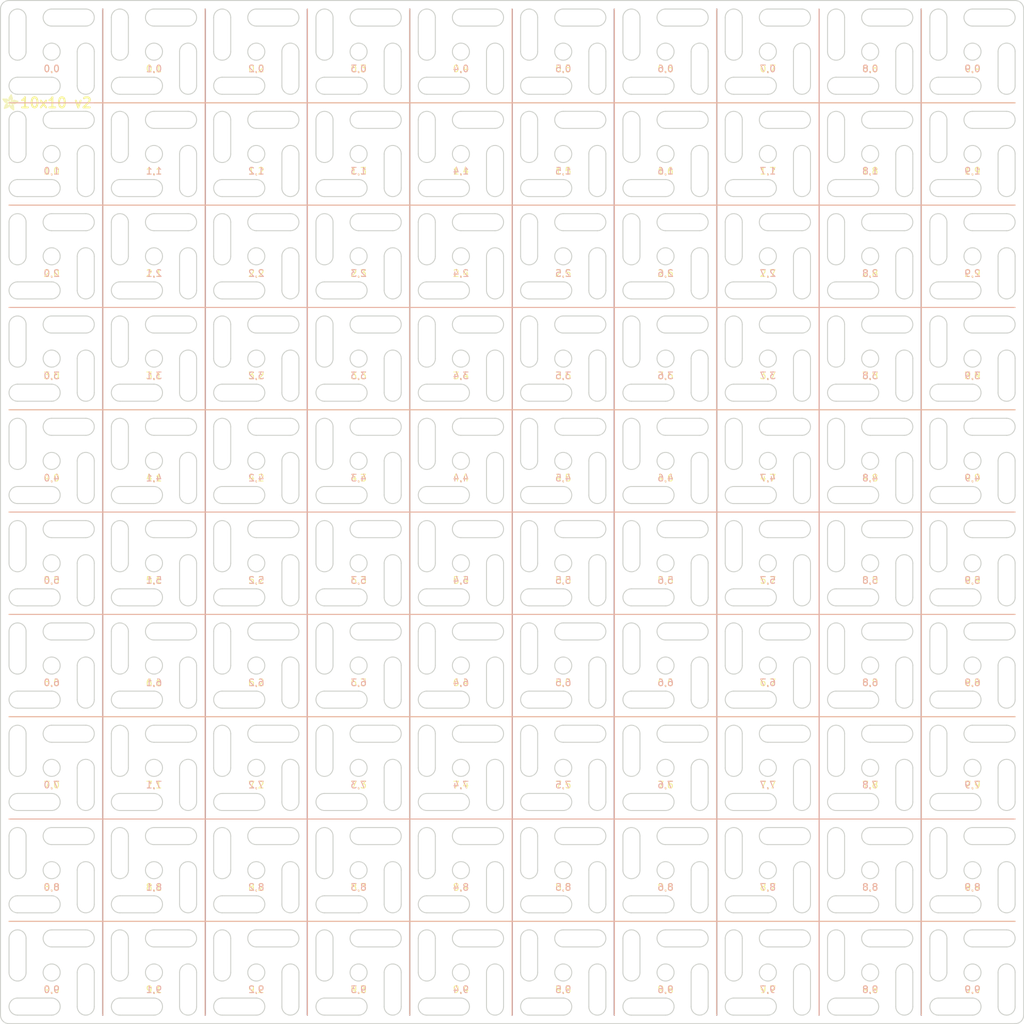
<source format=kicad_pcb>
(kicad_pcb (version 20221018) (generator pcbnew)
  (layers (0 "F.Cu" signal) (31 "B.Cu" signal) (34 "B.Paste" user) (35 "F.Paste" user) (36 "B.SilkS" user "B.Silkscreen") (37 "F.SilkS" user "F.Silkscreen") (38 "B.Mask" user) (39 "F.Mask" user) (44 "Edge.Cuts" user))
  (net 0 "")
  (footprint "ADAFRUIT_2.5MM" (layer "F.Cu") (at 25.654 41.783)
    (fp_text reference "U$4" hide)
    (fp_text value "" hide)
  )
  (gr_line (start 147.32 26.67) (end 147.32 176.53) (stroke (width 0.15)) (layer "F.Cu"))
  (gr_line (start 55.88 26.67) (end 55.88 176.53) (stroke (width 0.15)) (layer "F.Cu"))
  (gr_line (start 40.64 26.67) (end 40.64 54.609999) (stroke (width 0.15)) (layer "F.Cu"))
  (gr_line (start 147.32 26.67) (end 147.32 176.53) (stroke (width 0.15)) (layer "F.Cu"))
  (gr_line (start 116.839999 26.67) (end 116.839999 176.53) (stroke (width 0.15)) (layer "F.Cu"))
  (gr_line (start 162.56 26.67) (end 162.56 176.53) (stroke (width 0.15)) (layer "F.Cu"))
  (gr_line (start 55.88 26.67) (end 55.88 176.53) (stroke (width 0.15)) (layer "F.Cu"))
  (gr_line (start 71.119999 26.67) (end 71.119999 176.53) (stroke (width 0.15)) (layer "F.Cu"))
  (gr_line (start 116.839999 26.67) (end 116.839999 176.53) (stroke (width 0.15)) (layer "F.Cu"))
  (gr_line (start 132.079999 26.67) (end 132.079999 176.53) (stroke (width 0.15)) (layer "F.Cu"))
  (gr_line (start 86.36 26.67) (end 86.36 176.53) (stroke (width 0.15)) (layer "F.Cu"))
  (gr_line (start 71.119999 26.67) (end 71.119999 176.53) (stroke (width 0.15)) (layer "F.Cu"))
  (gr_line (start 101.6 26.67) (end 101.6 176.53) (stroke (width 0.15)) (layer "F.Cu"))
  (gr_line (start 162.56 26.67) (end 162.56 176.53) (stroke (width 0.15)) (layer "F.Cu"))
  (gr_line (start 101.6 26.67) (end 101.6 176.53) (stroke (width 0.15)) (layer "F.Cu"))
  (gr_line (start 86.36 26.67) (end 86.36 176.53) (stroke (width 0.15)) (layer "F.Cu"))
  (gr_line (start 86.36 26.67) (end 86.36 176.53) (stroke (width 0.15)) (layer "F.Cu"))
  (gr_line (start 101.6 26.67) (end 101.6 176.53) (stroke (width 0.15)) (layer "F.Cu"))
  (gr_line (start 40.64 26.67) (end 40.64 176.53) (stroke (width 0.15)) (layer "F.Cu"))
  (gr_line (start 132.079999 26.67) (end 132.079999 176.53) (stroke (width 0.15)) (layer "F.Cu"))
  (gr_line (start 147.32 26.67) (end 147.32 176.53) (stroke (width 0.15)) (layer "F.Cu"))
  (gr_line (start 40.64 26.67) (end 40.64 176.53) (stroke (width 0.15)) (layer "F.Cu"))
  (gr_line (start 132.079999 26.67) (end 132.079999 176.53) (stroke (width 0.15)) (layer "F.Cu"))
  (gr_line (start 71.119999 26.67) (end 71.119999 176.53) (stroke (width 0.15)) (layer "F.Cu"))
  (gr_line (start 116.839999 26.67) (end 116.839999 176.53) (stroke (width 0.15)) (layer "F.Cu"))
  (gr_line (start 55.88 26.67) (end 55.88 176.53) (stroke (width 0.15)) (layer "F.Cu"))
  (gr_line (start 162.56 26.67) (end 162.56 176.53) (stroke (width 0.15)) (layer "F.Cu"))
  (gr_line (start 40.64 26.67) (end 40.64 176.53) (stroke (width 0.15)) (layer "F.Cu"))
  (gr_line (start 162.56 26.67) (end 162.56 176.53) (stroke (width 0.15)) (layer "B.Cu"))
  (gr_line (start 162.56 26.67) (end 162.56 176.53) (stroke (width 0.15)) (layer "B.Cu"))
  (gr_line (start 71.119999 26.67) (end 71.119999 176.53) (stroke (width 0.15)) (layer "B.Cu"))
  (gr_line (start 40.64 26.67) (end 40.64 176.53) (stroke (width 0.15)) (layer "B.Cu"))
  (gr_line (start 147.32 26.67) (end 147.32 176.53) (stroke (width 0.15)) (layer "B.Cu"))
  (gr_line (start 116.839999 26.67) (end 116.839999 176.53) (stroke (width 0.15)) (layer "B.Cu"))
  (gr_line (start 162.56 26.67) (end 162.56 176.53) (stroke (width 0.15)) (layer "B.Cu"))
  (gr_line (start 40.64 26.67) (end 40.64 54.609999) (stroke (width 0.15)) (layer "B.Cu"))
  (gr_line (start 40.64 26.67) (end 40.64 176.53) (stroke (width 0.15)) (layer "B.Cu"))
  (gr_line (start 71.119999 26.67) (end 71.119999 176.53) (stroke (width 0.15)) (layer "B.Cu"))
  (gr_line (start 86.36 26.67) (end 86.36 176.53) (stroke (width 0.15)) (layer "B.Cu"))
  (gr_line (start 86.36 26.67) (end 86.36 176.53) (stroke (width 0.15)) (layer "B.Cu"))
  (gr_line (start 71.119999 26.67) (end 71.119999 176.53) (stroke (width 0.15)) (layer "B.Cu"))
  (gr_line (start 132.079999 26.67) (end 132.079999 176.53) (stroke (width 0.15)) (layer "B.Cu"))
  (gr_line (start 55.88 26.67) (end 55.88 176.53) (stroke (width 0.15)) (layer "B.Cu"))
  (gr_line (start 101.6 26.67) (end 101.6 176.53) (stroke (width 0.15)) (layer "B.Cu"))
  (gr_line (start 132.079999 26.67) (end 132.079999 176.53) (stroke (width 0.15)) (layer "B.Cu"))
  (gr_line (start 147.32 26.67) (end 147.32 176.53) (stroke (width 0.15)) (layer "B.Cu"))
  (gr_line (start 40.64 26.67) (end 40.64 176.53) (stroke (width 0.15)) (layer "B.Cu"))
  (gr_line (start 101.6 26.67) (end 101.6 176.53) (stroke (width 0.15)) (layer "B.Cu"))
  (gr_line (start 86.36 26.67) (end 86.36 176.53) (stroke (width 0.15)) (layer "B.Cu"))
  (gr_line (start 132.079999 26.67) (end 132.079999 176.53) (stroke (width 0.15)) (layer "B.Cu"))
  (gr_line (start 116.839999 26.67) (end 116.839999 176.53) (stroke (width 0.15)) (layer "B.Cu"))
  (gr_line (start 55.88 26.67) (end 55.88 176.53) (stroke (width 0.15)) (layer "B.Cu"))
  (gr_line (start 147.32 26.67) (end 147.32 176.53) (stroke (width 0.15)) (layer "B.Cu"))
  (gr_line (start 101.6 26.67) (end 101.6 176.53) (stroke (width 0.15)) (layer "B.Cu"))
  (gr_line (start 116.839999 26.67) (end 116.839999 176.53) (stroke (width 0.15)) (layer "B.Cu"))
  (gr_line (start 55.88 26.67) (end 55.88 176.53) (stroke (width 0.15)) (layer "B.Cu"))
  (gr_line (start 147.32 26.67) (end 147.32 176.53) (stroke (width 0.15)) (layer "B.SilkS"))
  (gr_line (start 101.6 26.67) (end 101.6 176.53) (stroke (width 0.15)) (layer "B.SilkS"))
  (gr_line (start 26.67 55.88) (end 176.53 55.88) (stroke (width 0.15)) (layer "B.SilkS"))
  (gr_line (start 26.67 40.64) (end 176.53 40.64) (stroke (width 0.15)) (layer "B.SilkS"))
  (gr_line (start 26.67 132.079999) (end 176.53 132.079999) (stroke (width 0.15)) (layer "B.SilkS"))
  (gr_line (start 26.67 162.56) (end 176.53 162.56) (stroke (width 0.15)) (layer "B.SilkS"))
  (gr_line (start 26.67 147.32) (end 176.53 147.32) (stroke (width 0.15)) (layer "B.SilkS"))
  (gr_line (start 71.119999 26.67) (end 71.119999 176.53) (stroke (width 0.15)) (layer "B.SilkS"))
  (gr_line (start 162.56 26.67) (end 162.56 176.53) (stroke (width 0.15)) (layer "B.SilkS"))
  (gr_line (start 26.67 71.119999) (end 176.53 71.119999) (stroke (width 0.15)) (layer "B.SilkS"))
  (gr_line (start 132.079999 26.67) (end 132.079999 176.53) (stroke (width 0.15)) (layer "B.SilkS"))
  (gr_line (start 26.67 86.36) (end 176.53 86.36) (stroke (width 0.15)) (layer "B.SilkS"))
  (gr_line (start 26.67 116.839999) (end 176.53 116.839999) (stroke (width 0.15)) (layer "B.SilkS"))
  (gr_line (start 116.839999 26.67) (end 116.839999 176.53) (stroke (width 0.15)) (layer "B.SilkS"))
  (gr_line (start 26.67 101.6) (end 176.53 101.6) (stroke (width 0.15)) (layer "B.SilkS"))
  (gr_line (start 40.64 26.67) (end 40.64 176.53) (stroke (width 0.15)) (layer "B.SilkS"))
  (gr_line (start 55.88 26.67) (end 55.88 176.53) (stroke (width 0.15)) (layer "B.SilkS"))
  (gr_line (start 86.36 26.67) (end 86.36 176.53) (stroke (width 0.15)) (layer "B.SilkS"))
  (gr_line (start 71.119999 26.67) (end 71.119999 176.53) (stroke (width 0.15)) (layer "F.SilkS"))
  (gr_line (start 86.36 26.67) (end 86.36 176.53) (stroke (width 0.15)) (layer "F.SilkS"))
  (gr_line (start 26.67 71.119999) (end 176.53 71.119999) (stroke (width 0.15)) (layer "F.SilkS"))
  (gr_line (start 40.64 26.67) (end 40.64 176.53) (stroke (width 0.15)) (layer "F.SilkS"))
  (gr_line (start 26.67 162.56) (end 176.53 162.56) (stroke (width 0.15)) (layer "F.SilkS"))
  (gr_line (start 116.839999 26.67) (end 116.839999 176.53) (stroke (width 0.15)) (layer "F.SilkS"))
  (gr_line (start 26.67 147.32) (end 176.53 147.32) (stroke (width 0.15)) (layer "F.SilkS"))
  (gr_line (start 132.079999 26.67) (end 132.079999 176.53) (stroke (width 0.15)) (layer "F.SilkS"))
  (gr_line (start 26.67 55.88) (end 176.53 55.88) (stroke (width 0.15)) (layer "F.SilkS"))
  (gr_line (start 101.6 26.67) (end 101.6 176.53) (stroke (width 0.15)) (layer "F.SilkS"))
  (gr_line (start 39.37 40.64) (end 176.53 40.64) (stroke (width 0.15)) (layer "F.SilkS"))
  (gr_line (start 26.67 101.6) (end 176.53 101.6) (stroke (width 0.15)) (layer "F.SilkS"))
  (gr_line (start 26.67 132.079999) (end 176.53 132.079999) (stroke (width 0.15)) (layer "F.SilkS"))
  (gr_line (start 147.32 26.67) (end 147.32 176.53) (stroke (width 0.15)) (layer "F.SilkS"))
  (gr_line (start 162.56 26.67) (end 162.56 176.53) (stroke (width 0.15)) (layer "F.SilkS"))
  (gr_line (start 26.67 86.36) (end 176.53 86.36) (stroke (width 0.15)) (layer "F.SilkS"))
  (gr_line (start 26.67 116.839999) (end 176.53 116.839999) (stroke (width 0.15)) (layer "F.SilkS"))
  (gr_line (start 55.88 26.67) (end 55.88 176.53) (stroke (width 0.15)) (layer "F.SilkS"))
  (gr_arc (start 41.91 43.18) (mid 43.18 41.91) (end 44.45 43.18) (stroke (width 0.15)) (layer "Edge.Cuts"))
  (gr_arc (start 93.98 138.429999) (mid 93.98 140.970001) (end 93.98 138.429999) (stroke (width 0.15)) (layer "Edge.Cuts"))
  (gr_line (start 149.86 173.99) (end 154.94 173.99) (stroke (width 0.15)) (layer "Edge.Cuts"))
  (gr_arc (start 63.5 135.89) (mid 62.23 134.62) (end 63.5 133.35) (stroke (width 0.15)) (layer "Edge.Cuts"))
  (gr_line (start 39.37 170.18) (end 39.37 175.26) (stroke (width 0.15)) (layer "Edge.Cuts"))
  (gr_arc (start 57.15 43.18) (mid 58.42 41.91) (end 59.69 43.18) (stroke (width 0.15)) (layer "Edge.Cuts"))
  (gr_line (start 154.94 59.69) (end 160.02 59.69) (stroke (width 0.15)) (layer "Edge.Cuts"))
  (gr_line (start 58.42 158.75) (end 63.5 158.75) (stroke (width 0.15)) (layer "Edge.Cuts"))
  (gr_line (start 93.98 166.37) (end 99.06 166.37) (stroke (width 0.15)) (layer "Edge.Cuts"))
  (gr_line (start 44.45 134.62) (end 44.45 139.7) (stroke (width 0.15)) (layer "Edge.Cuts"))
  (gr_arc (start 105.41 139.7) (mid 104.14 140.97) (end 102.87 139.7) (stroke (width 0.15)) (layer "Edge.Cuts"))
  (gr_arc (start 59.69 154.94) (mid 58.42 156.21) (end 57.15 154.94) (stroke (width 0.15)) (layer "Edge.Cuts"))
  (gr_line (start 63.5 72.39) (end 68.58 72.39) (stroke (width 0.15)) (layer "Edge.Cuts"))
  (gr_arc (start 130.81 53.34) (mid 129.539999 54.610001) (end 128.269998 53.34) (stroke (width 0.15)) (layer "Edge.Cuts"))
  (gr_arc (start 151.13 78.74) (mid 149.86 80.01) (end 148.59 78.74) (stroke (width 0.15)) (layer "Edge.Cuts"))
  (gr_line (start 58.42 113.03) (end 63.5 113.03) (stroke (width 0.15)) (layer "Edge.Cuts"))
  (gr_arc (start 93.98 97.79) (mid 95.25 99.06) (end 93.98 100.33) (stroke (width 0.15)) (layer "Edge.Cuts"))
  (gr_line (start 173.99 78.74) (end 173.99 83.82) (stroke (width 0.15)) (layer "Edge.Cuts"))
  (gr_arc (start 74.93 170.18) (mid 73.66 171.45) (end 72.39 170.18) (stroke (width 0.15)) (layer "Edge.Cuts"))
  (gr_arc (start 63.5 168.91) (mid 63.5 171.45) (end 63.5 168.91) (stroke (width 0.15)) (layer "Edge.Cuts"))
  (gr_line (start 54.61 154.94) (end 54.61 160.02) (stroke (width 0.15)) (layer "Edge.Cuts"))
  (gr_line (start 29.21 165.1) (end 29.21 170.18) (stroke (width 0.15)) (layer "Edge.Cuts"))
  (gr_line (start 69.85 154.94) (end 69.85 160.02) (stroke (width 0.15)) (layer "Edge.Cuts"))
  (gr_arc (start 139.7 52.07) (mid 140.97 53.34) (end 139.7 54.61) (stroke (width 0.15)) (layer "Edge.Cuts"))
  (gr_arc (start 102.87 165.1) (mid 104.14 163.83) (end 105.41 165.1) (stroke (width 0.15)) (layer "Edge.Cuts"))
  (gr_line (start 139.7 163.83) (end 144.78 163.83) (stroke (width 0.15)) (layer "Edge.Cuts"))
  (gr_line (start 170.18 133.35) (end 175.26 133.35) (stroke (width 0.15)) (layer "Edge.Cuts"))
  (gr_arc (start 33.02 173.989999) (mid 34.290001 175.26) (end 33.02 176.530001) (stroke (width 0.15)) (layer "Edge.Cuts"))
  (gr_arc (start 54.61 83.82) (mid 53.34 85.09) (end 52.07 83.82) (stroke (width 0.15)) (layer "Edge.Cuts"))
  (gr_line (start 73.66 39.37) (end 78.74 39.37) (stroke (width 0.15)) (layer "Edge.Cuts"))
  (gr_arc (start 170.18 67.31) (mid 171.45 68.58) (end 170.18 69.85) (stroke (width 0.15)) (layer "Edge.Cuts"))
  (gr_arc (start 48.26 143.51) (mid 49.53 144.78) (end 48.26 146.05) (stroke (width 0.15)) (layer "Edge.Cuts"))
  (gr_arc (start 170.18 173.989999) (mid 171.450001 175.26) (end 170.18 176.530001) (stroke (width 0.15)) (layer "Edge.Cuts"))
  (gr_arc (start 83.82 57.15) (mid 85.09 58.42) (end 83.82 59.69) (stroke (width 0.15)) (layer "Edge.Cuts"))
  (gr_line (start 87.63 88.9) (end 87.63 93.98) (stroke (width 0.15)) (layer "Edge.Cuts"))
  (gr_arc (start 33.02 97.79) (mid 34.29 99.06) (end 33.02 100.33) (stroke (width 0.15)) (layer "Edge.Cuts"))
  (gr_arc (start 109.22 67.31) (mid 110.49 68.58) (end 109.22 69.85) (stroke (width 0.15)) (layer "Edge.Cuts"))
  (gr_line (start 72.39 73.66) (end 72.39 78.74) (stroke (width 0.15)) (layer "Edge.Cuts"))
  (gr_arc (start 154.94 90.17) (mid 153.67 88.9) (end 154.94 87.63) (stroke (width 0.15)) (layer "Edge.Cuts"))
  (gr_arc (start 72.39 73.66) (mid 73.66 72.39) (end 74.93 73.66) (stroke (width 0.15)) (layer "Edge.Cuts"))
  (gr_arc (start 36.83 170.18) (mid 38.1 168.91) (end 39.37 170.18) (stroke (width 0.15)) (layer "Edge.Cuts"))
  (gr_line (start 115.57 154.94) (end 115.57 160.02) (stroke (width 0.15)) (layer "Edge.Cuts"))
  (gr_arc (start 74.93 139.7) (mid 73.66 140.97) (end 72.39 139.7) (stroke (width 0.15)) (layer "Edge.Cuts"))
  (gr_line (start 139.7 102.87) (end 144.78 102.87) (stroke (width 0.15)) (layer "Edge.Cuts"))
  (gr_line (start 87.63 165.1) (end 87.63 170.18) (stroke (width 0.15)) (layer "Edge.Cuts"))
  (gr_arc (start 173.989999 48.26) (mid 175.26 46.989999) (end 176.530001 48.26) (stroke (width 0.15)) (layer "Edge.Cuts"))
  (gr_line (start 158.75 63.5) (end 158.75 68.58) (stroke (width 0.15)) (layer "Edge.Cuts"))
  (gr_arc (start 120.649999 33.02) (mid 119.38 34.289999) (end 118.110001 33.02) (stroke (width 0.15)) (layer "Edge.Cuts"))
  (gr_arc (start 52.07 78.74) (mid 53.34 77.47) (end 54.61 78.74) (stroke (width 0.15)) (layer "Edge.Cuts"))
  (gr_arc (start 33.02 82.55) (mid 34.29 83.82) (end 33.02 85.09) (stroke (width 0.15)) (layer "Edge.Cuts"))
  (gr_arc (start 148.59 165.1) (mid 149.86 163.83) (end 151.13 165.1) (stroke (width 0.15)) (layer "Edge.Cuts"))
  (gr_arc (start 175.26 163.829999) (mid 176.530001 165.1) (end 175.26 166.370001) (stroke (width 0.15)) (layer "Edge.Cuts"))
  (gr_arc (start 109.22 135.89) (mid 107.95 134.62) (end 109.22 133.35) (stroke (width 0.15)) (layer "Edge.Cuts"))
  (gr_arc (start 78.74 113.03) (mid 80.01 114.3) (end 78.74 115.57) (stroke (width 0.15)) (layer "Edge.Cuts"))
  (gr_arc (start 44.45 154.94) (mid 43.18 156.21) (end 41.91 154.94) (stroke (width 0.15)) (layer "Edge.Cuts"))
  (gr_line (start 73.66 115.57) (end 78.74 115.57) (stroke (width 0.15)) (layer "Edge.Cuts"))
  (gr_arc (start 82.55 139.7) (mid 83.82 138.43) (end 85.09 139.7) (stroke (width 0.15)) (layer "Edge.Cuts"))
  (gr_line (start 29.21 88.9) (end 29.21 93.98) (stroke (width 0.15)) (layer "Edge.Cuts"))
  (gr_line (start 148.59 165.1) (end 148.59 170.18) (stroke (width 0.15)) (layer "Edge.Cuts"))
  (gr_line (start 135.89 104.14) (end 135.89 109.22) (stroke (width 0.15)) (layer "Edge.Cuts"))
  (gr_line (start 88.9 52.07) (end 93.98 52.07) (stroke (width 0.15)) (layer "Edge.Cuts"))
  (gr_arc (start 44.45 63.5) (mid 43.18 64.77) (end 41.91 63.5) (stroke (width 0.15)) (layer "Edge.Cuts"))
  (gr_arc (start 124.46 77.47) (mid 124.46 80.01) (end 124.46 77.47) (stroke (width 0.15)) (layer "Edge.Cuts"))
  (gr_arc (start 135.89 139.7) (mid 134.62 140.97) (end 133.35 139.7) (stroke (width 0.15)) (layer "Edge.Cuts"))
  (gr_arc (start 33.02 153.67) (mid 33.02 156.21) (end 33.02 153.67) (stroke (width 0.15)) (layer "Edge.Cuts"))
  (gr_line (start 29.21 58.42) (end 29.21 63.5) (stroke (width 0.15)) (layer "Edge.Cuts"))
  (gr_line (start 124.46 148.59) (end 129.539999 148.59) (stroke (width 0.15)) (layer "Edge.Cuts"))
  (gr_arc (start 68.58 72.39) (mid 69.85 73.66) (end 68.58 74.93) (stroke (width 0.15)) (layer "Edge.Cuts"))
  (gr_line (start 100.33 124.46) (end 100.33 129.539999) (stroke (width 0.15)) (layer "Edge.Cuts"))
  (gr_line (start 63.5 29.21) (end 68.58 29.21) (stroke (width 0.15)) (layer "Edge.Cuts"))
  (gr_line (start 165.1 67.31) (end 170.18 67.31) (stroke (width 0.15)) (layer "Edge.Cuts"))
  (gr_arc (start 119.38 54.61) (mid 118.11 53.34) (end 119.38 52.07) (stroke (width 0.15)) (layer "Edge.Cuts"))
  (gr_line (start 78.74 120.65) (end 83.82 120.65) (stroke (width 0.15)) (layer "Edge.Cuts"))
  (gr_line (start 69.85 78.74) (end 69.85 83.82) (stroke (width 0.15)) (layer "Edge.Cuts"))
  (gr_arc (start 63.5 151.13) (mid 62.23 149.86) (end 63.5 148.59) (stroke (width 0.15)) (layer "Edge.Cuts"))
  (gr_arc (start 120.649999 48.26) (mid 119.38 49.529999) (end 118.110001 48.26) (stroke (width 0.15)) (layer "Edge.Cuts"))
  (gr_arc (start 52.07 139.7) (mid 53.34 138.43) (end 54.61 139.7) (stroke (width 0.15)) (layer "Edge.Cuts"))
  (gr_arc (start 109.22 77.47) (mid 109.22 80.01) (end 109.22 77.47) (stroke (width 0.15)) (layer "Edge.Cuts"))
  (gr_arc (start 97.79 48.26) (mid 99.06 46.99) (end 100.33 48.26) (stroke (width 0.15)) (layer "Edge.Cuts"))
  (gr_line (start 63.5 105.41) (end 68.58 105.41) (stroke (width 0.15)) (layer "Edge.Cuts"))
  (gr_arc (start 104.14 69.85) (mid 102.87 68.58) (end 104.14 67.31) (stroke (width 0.15)) (layer "Edge.Cuts"))
  (gr_line (start 59.69 27.94) (end 59.69 33.02) (stroke (width 0.15)) (layer "Edge.Cuts"))
  (gr_line (start 139.7 41.91) (end 144.78 41.91) (stroke (width 0.15)) (layer "Edge.Cuts"))
  (gr_arc (start 78.74 97.79) (mid 80.01 99.06) (end 78.74 100.33) (stroke (width 0.15)) (layer "Edge.Cuts"))
  (gr_line (start 149.86 130.81) (end 154.94 130.81) (stroke (width 0.15)) (layer "Edge.Cuts"))
  (gr_arc (start 38.1 148.59) (mid 39.37 149.86) (end 38.1 151.13) (stroke (width 0.15)) (layer "Edge.Cuts"))
  (gr_line (start 173.99 170.18) (end 173.99 175.26) (stroke (width 0.15)) (layer "Edge.Cuts"))
  (gr_arc (start 69.85 175.26) (mid 68.58 176.53) (end 67.31 175.26) (stroke (width 0.15)) (layer "Edge.Cuts"))
  (gr_arc (start 143.51 154.94) (mid 144.78 153.67) (end 146.05 154.94) (stroke (width 0.15)) (layer "Edge.Cuts"))
  (gr_line (start 48.26 90.17) (end 53.34 90.17) (stroke (width 0.15)) (layer "Edge.Cuts"))
  (gr_arc (start 151.13 33.02) (mid 149.86 34.29) (end 148.59 33.02) (stroke (width 0.15)) (layer "Edge.Cuts"))
  (gr_arc (start 33.02 59.69) (mid 31.75 58.42) (end 33.02 57.15) (stroke (width 0.15)) (layer "Edge.Cuts"))
  (gr_arc (start 48.26 82.55) (mid 49.53 83.82) (end 48.26 85.09) (stroke (width 0.15)) (layer "Edge.Cuts"))
  (gr_line (start 113.03 93.98) (end 113.03 99.06) (stroke (width 0.15)) (layer "Edge.Cuts"))
  (gr_line (start 154.94 72.39) (end 160.02 72.39) (stroke (width 0.15)) (layer "Edge.Cuts"))
  (gr_line (start 97.79 93.98) (end 97.79 99.06) (stroke (width 0.15)) (layer "Edge.Cuts"))
  (gr_line (start 63.5 59.69) (end 68.58 59.69) (stroke (width 0.15)) (layer "Edge.Cuts"))
  (gr_arc (start 63.5 143.51) (mid 64.77 144.78) (end 63.5 146.05) (stroke (width 0.15)) (layer "Edge.Cuts"))
  (gr_arc (start 63.5 82.55) (mid 64.77 83.82) (end 63.5 85.09) (stroke (width 0.15)) (layer "Edge.Cuts"))
  (gr_arc (start 27.94 39.37) (mid 26.67 38.1) (end 27.94 36.83) (stroke (width 0.15)) (layer "Edge.Cuts"))
  (gr_arc (start 124.46 120.649999) (mid 123.190001 119.38) (end 124.46 118.110001) (stroke (width 0.15)) (layer "Edge.Cuts"))
  (gr_arc (start 115.57 175.26) (mid 114.3 176.53) (end 113.03 175.26) (stroke (width 0.15)) (layer "Edge.Cuts"))
  (gr_line (start 33.02 135.89) (end 38.1 135.89) (stroke (width 0.15)) (layer "Edge.Cuts"))
  (gr_line (start 104.14 158.75) (end 109.22 158.75) (stroke (width 0.15)) (layer "Edge.Cuts"))
  (gr_line (start 58.42 128.27) (end 63.5 128.27) (stroke (width 0.15)) (layer "Edge.Cuts"))
  (gr_arc (start 144.78 148.59) (mid 146.05 149.86) (end 144.78 151.13) (stroke (width 0.15)) (layer "Edge.Cuts"))
  (gr_arc (start 161.29 175.26) (mid 160.02 176.53) (end 158.75 175.26) (stroke (width 0.15)) (layer "Edge.Cuts"))
  (gr_line (start 58.42 67.31) (end 63.5 67.31) (stroke (width 0.15)) (layer "Edge.Cuts"))
  (gr_arc (start 144.78 118.11) (mid 146.05 119.38) (end 144.78 120.65) (stroke (width 0.15)) (layer "Edge.Cuts"))
  (gr_line (start 33.02 57.15) (end 38.1 57.15) (stroke (width 0.15)) (layer "Edge.Cuts"))
  (gr_line (start 104.14 130.81) (end 109.22 130.81) (stroke (width 0.15)) (layer "Edge.Cuts"))
  (gr_arc (start 83.82 87.63) (mid 85.09 88.9) (end 83.82 90.17) (stroke (width 0.15)) (layer "Edge.Cuts"))
  (gr_line (start 146.05 139.7) (end 146.05 144.78) (stroke (width 0.15)) (layer "Edge.Cuts"))
  (gr_line (start 33.02 151.13) (end 38.1 151.13) (stroke (width 0.15)) (layer "Edge.Cuts"))
  (gr_arc (start 165.1 54.61) (mid 163.83 53.34) (end 165.1 52.07) (stroke (width 0.15)) (layer "Edge.Cuts"))
  (gr_arc (start 78.74 59.69) (mid 77.47 58.42) (end 78.74 57.15) (stroke (width 0.15)) (layer "Edge.Cuts"))
  (gr_arc (start 69.85 99.06) (mid 68.58 100.33) (end 67.31 99.06) (stroke (width 0.15)) (layer "Edge.Cuts"))
  (gr_line (start 69.85 63.5) (end 69.85 68.58) (stroke (width 0.15)) (layer "Edge.Cuts"))
  (gr_line (start 27.94 161.29) (end 33.02 161.29) (stroke (width 0.15)) (layer "Edge.Cuts"))
  (gr_line (start 52.07 78.74) (end 52.07 83.82) (stroke (width 0.15)) (layer "Edge.Cuts"))
  (gr_line (start 88.9 54.61) (end 93.98 54.61) (stroke (width 0.15)) (layer "Edge.Cuts"))
  (gr_line (start 93.98 135.89) (end 99.06 135.89) (stroke (width 0.15)) (layer "Edge.Cuts"))
  (gr_arc (start 163.829999 165.1) (mid 165.1 163.829999) (end 166.370001 165.1) (stroke (width 0.15)) (layer "Edge.Cuts"))
  (gr_arc (start 97.79 139.7) (mid 99.06 138.43) (end 100.33 139.7) (stroke (width 0.15)) (layer "Edge.Cuts"))
  (gr_arc (start 135.89 78.74) (mid 134.62 80.01) (end 133.35 78.74) (stroke (width 0.15)) (layer "Edge.Cuts"))
  (gr_arc (start 160.02 72.39) (mid 161.29 73.66) (end 160.02 74.93) (stroke (width 0.15)) (layer "Edge.Cuts"))
  (gr_arc (start 29.21 124.46) (mid 27.94 125.73) (end 26.67 124.46) (stroke (width 0.15)) (layer "Edge.Cuts"))
  (gr_arc (start 124.46 52.07) (mid 125.73 53.34) (end 124.46 54.61) (stroke (width 0.15)) (layer "Edge.Cuts"))
  (gr_arc (start 48.26 62.23) (mid 48.26 64.77) (end 48.26 62.23) (stroke (width 0.15)) (layer "Edge.Cuts"))
  (gr_arc (start 135.89 93.98) (mid 134.62 95.25) (end 133.35 93.98) (stroke (width 0.15)) (layer "Edge.Cuts"))
  (gr_arc (start 52.07 33.02) (mid 53.34 31.75) (end 54.61 33.02) (stroke (width 0.15)) (layer "Edge.Cuts"))
  (gr_arc (start 33.02 62.23) (mid 33.02 64.77) (end 33.02 62.23) (stroke (width 0.15)) (layer "Edge.Cuts"))
  (gr_line (start 102.87 149.86) (end 102.87 154.94) (stroke (width 0.15)) (layer "Edge.Cuts"))
  (gr_line (start 59.69 119.38) (end 59.69 124.46) (stroke (width 0.15)) (layer "Edge.Cuts"))
  (gr_arc (start 124.46 173.989999) (mid 125.730001 175.26) (end 124.46 176.530001) (stroke (width 0.15)) (layer "Edge.Cuts"))
  (gr_arc (start 27.94 54.61) (mid 26.67 53.34) (end 27.94 52.07) (stroke (width 0.15)) (layer "Edge.Cuts"))
  (gr_arc (start 139.7 143.51) (mid 140.97 144.78) (end 139.7 146.05) (stroke (width 0.15)) (layer "Edge.Cuts"))
  (gr_arc (start 144.78 72.39) (mid 146.05 73.66) (end 144.78 74.93) (stroke (width 0.15)) (layer "Edge.Cuts"))
  (gr_line (start 161.29 63.5) (end 161.29 68.58) (stroke (width 0.15)) (layer "Edge.Cuts"))
  (gr_line (start 135.89 119.38) (end 135.89 124.46) (stroke (width 0.15)) (layer "Edge.Cuts"))
  (gr_line (start 151.13 88.9) (end 151.13 93.98) (stroke (width 0.15)) (layer "Edge.Cuts"))
  (gr_line (start 58.42 69.85) (end 63.5 69.85) (stroke (width 0.15)) (layer "Edge.Cuts"))
  (gr_arc (start 130.81 129.539999) (mid 129.539999 130.81) (end 128.269998 129.539999) (stroke (width 0.15)) (layer "Edge.Cuts"))
  (gr_line (start 27.94 85.09) (end 33.02 85.09) (stroke (width 0.15)) (layer "Edge.Cuts"))
  (gr_arc (start 144.78 57.15) (mid 146.05 58.42) (end 144.78 59.69) (stroke (width 0.15)) (layer "Edge.Cuts"))
  (gr_line (start 148.59 149.86) (end 148.59 154.94) (stroke (width 0.15)) (layer "Edge.Cuts"))
  (gr_line (start 109.22 151.13) (end 114.3 151.13) (stroke (width 0.15)) (layer "Edge.Cuts"))
  (gr_arc (start 166.37 78.74) (mid 165.1 80.01) (end 163.83 78.74) (stroke (width 0.15)) (layer "Edge.Cuts"))
  (gr_line (start 102.87 43.18) (end 102.87 48.26) (stroke (width 0.15)) (layer "Edge.Cuts"))
  (gr_arc (start 48.26 158.75) (mid 49.53 160.02) (end 48.26 161.29) (stroke (width 0.15)) (layer "Edge.Cuts"))
  (gr_arc (start 54.61 114.3) (mid 53.34 115.57) (end 52.07 114.3) (stroke (width 0.15)) (layer "Edge.Cuts"))
  (gr_arc (start 161.29 144.78) (mid 160.02 146.05) (end 158.75 144.78) (stroke (width 0.15)) (layer "Edge.Cuts"))
  (gr_arc (start 67.31 139.7) (mid 68.58 138.43) (end 69.85 139.7) (stroke (width 0.15)) (layer "Edge.Cuts"))
  (gr_line (start 67.31 124.46) (end 67.31 129.539999) (stroke (width 0.15)) (layer "Edge.Cuts"))
  (gr_line (start 44.45 104.14) (end 44.45 109.22) (stroke (width 0.15)) (layer "Edge.Cuts"))
  (gr_line (start 170.18 135.89) (end 175.26 135.89) (stroke (width 0.15)) (layer "Edge.Cuts"))
  (gr_line (start 90.17 149.86) (end 90.17 154.94) (stroke (width 0.15)) (layer "Edge.Cuts"))
  (gr_arc (start 118.11 165.1) (mid 119.38 163.83) (end 120.65 165.1) (stroke (width 0.15)) (layer "Edge.Cuts"))
  (gr_arc (start 69.85 114.3) (mid 68.58 115.57) (end 67.31 114.3) (stroke (width 0.15)) (layer "Edge.Cuts"))
  (gr_arc (start 63.5 31.75) (mid 63.5 34.29) (end 63.5 31.75) (stroke (width 0.15)) (layer "Edge.Cuts"))
  (gr_arc (start 109.22 138.429999) (mid 109.22 140.970001) (end 109.22 138.429999) (stroke (width 0.15)) (layer "Edge.Cuts"))
  (gr_line (start 41.91 73.66) (end 41.91 78.74) (stroke (width 0.15)) (layer "Edge.Cuts"))
  (gr_line (start 134.62 158.75) (end 139.7 158.75) (stroke (width 0.15)) (layer "Edge.Cuts"))
  (gr_line (start 120.65 88.9) (end 120.65 93.98) (stroke (width 0.15)) (layer "Edge.Cuts"))
  (gr_line (start 43.18 143.51) (end 48.26 143.51) (stroke (width 0.15)) (layer "Edge.Cuts"))
  (gr_line (start 124.46 118.11) (end 129.539999 118.11) (stroke (width 0.15)) (layer "Edge.Cuts"))
  (gr_line (start 93.98 29.21) (end 99.06 29.21) (stroke (width 0.15)) (layer "Edge.Cuts"))
  (gr_arc (start 154.94 107.95) (mid 154.94 110.49) (end 154.94 107.95) (stroke (width 0.15)) (layer "Edge.Cuts"))
  (gr_arc (start 52.07 63.5) (mid 53.34 62.23) (end 54.61 63.5) (stroke (width 0.15)) (layer "Edge.Cuts"))
  (gr_line (start 113.03 154.94) (end 113.03 160.02) (stroke (width 0.15)) (layer "Edge.Cuts"))
  (gr_line (start 26.67 149.86) (end 26.67 154.94) (stroke (width 0.15)) (layer "Edge.Cuts"))
  (gr_arc (start 93.98 158.75) (mid 95.25 160.02) (end 93.98 161.29) (stroke (width 0.15)) (layer "Edge.Cuts"))
  (gr_arc (start 38.1 133.35) (mid 39.37 134.62) (end 38.1 135.89) (stroke (width 0.15)) (layer "Edge.Cuts"))
  (gr_line (start 120.65 119.38) (end 120.65 124.46) (stroke (width 0.15)) (layer "Edge.Cuts"))
  (gr_line (start 82.55 124.46) (end 82.55 129.539999) (stroke (width 0.15)) (layer "Edge.Cuts"))
  (gr_arc (start 88.9 115.57) (mid 87.63 114.3) (end 88.9 113.03) (stroke (width 0.15)) (layer "Edge.Cuts"))
  (gr_line (start 170.18 41.91) (end 175.26 41.91) (stroke (width 0.15)) (layer "Edge.Cuts"))
  (gr_line (start 149.86 176.53) (end 154.94 176.53) (stroke (width 0.15)) (layer "Edge.Cuts"))
  (gr_arc (start 154.94 168.91) (mid 154.94 171.45) (end 154.94 168.91) (stroke (width 0.15)) (layer "Edge.Cuts"))
  (gr_line (start 134.62 39.37) (end 139.7 39.37) (stroke (width 0.15)) (layer "Edge.Cuts"))
  (gr_arc (start 129.539999 118.11) (mid 130.809999 119.38) (end 129.539999 120.65) (stroke (width 0.15)) (layer "Edge.Cuts"))
  (gr_line (start 85.09 33.02) (end 85.09 38.1) (stroke (width 0.15)) (layer "Edge.Cuts"))
  (gr_line (start 104.14 97.79) (end 109.22 97.79) (stroke (width 0.15)) (layer "Edge.Cuts"))
  (gr_line (start 73.66 146.05) (end 78.74 146.05) (stroke (width 0.15)) (layer "Edge.Cuts"))
  (gr_arc (start 144.78 102.87) (mid 146.05 104.14) (end 144.78 105.41) (stroke (width 0.15)) (layer "Edge.Cuts"))
  (gr_arc (start 143.51 109.22) (mid 144.78 107.95) (end 146.05 109.22) (stroke (width 0.15)) (layer "Edge.Cuts"))
  (gr_line (start 41.91 27.94) (end 41.91 33.02) (stroke (width 0.15)) (layer "Edge.Cuts"))
  (gr_arc (start 100.33 160.02) (mid 99.06 161.29) (end 97.79 160.02) (stroke (width 0.15)) (layer "Edge.Cuts"))
  (gr_line (start 78.74 151.13) (end 83.82 151.13) (stroke (width 0.15)) (layer "Edge.Cuts"))
  (gr_arc (start 93.98 173.989999) (mid 95.250001 175.26) (end 93.98 176.530001) (stroke (width 0.15)) (layer "Edge.Cuts"))
  (gr_line (start 63.5 44.45) (end 68.58 44.45) (stroke (width 0.15)) (layer "Edge.Cuts"))
  (gr_line (start 163.83 27.94) (end 163.83 33.02) (stroke (width 0.15)) (layer "Edge.Cuts"))
  (gr_arc (start 68.58 118.11) (mid 69.85 119.38) (end 68.58 120.65) (stroke (width 0.15)) (layer "Edge.Cuts"))
  (gr_arc (start 128.269999 124.46) (mid 129.539999 123.19) (end 130.809999 124.46) (stroke (width 0.15)) (layer "Edge.Cuts"))
  (gr_arc (start 154.94 97.79) (mid 156.21 99.06) (end 154.94 100.33) (stroke (width 0.15)) (layer "Edge.Cuts"))
  (gr_arc (start 135.89 124.46) (mid 134.62 125.73) (end 133.35 124.46) (stroke (width 0.15)) (layer "Edge.Cuts"))
  (gr_line (start 27.94 130.81) (end 33.02 130.81) (stroke (width 0.15)) (layer "Edge.Cuts"))
  (gr_arc (start 134.62 69.85) (mid 133.35 68.58) (end 134.62 67.31) (stroke (width 0.15)) (layer "Edge.Cuts"))
  (gr_line (start 102.87 88.9) (end 102.87 93.98) (stroke (width 0.15)) (layer "Edge.Cuts"))
  (gr_line (start 118.11 58.42) (end 118.11 63.5) (stroke (width 0.15)) (layer "Edge.Cuts"))
  (gr_arc (start 33.02 128.269999) (mid 34.29 129.539999) (end 33.02 130.809999) (stroke (width 0.15)) (layer "Edge.Cuts"))
  (gr_line (start 104.14 115.57) (end 109.22 115.57) (stroke (width 0.15)) (layer "Edge.Cuts"))
  (gr_arc (start 29.21 63.5) (mid 27.94 64.77) (end 26.67 63.5) (stroke (width 0.15)) (layer "Edge.Cuts"))
  (gr_line (start 26.67 177.799999) (end 176.53 177.799999) (stroke (width 0.15)) (layer "Edge.Cuts"))
  (gr_arc (start 133.35 58.42) (mid 134.62 57.15) (end 135.89 58.42) (stroke (width 0.15)) (layer "Edge.Cuts"))
  (gr_arc (start 69.85 68.58) (mid 68.58 69.85) (end 67.31 68.58) (stroke (width 0.15)) (layer "Edge.Cuts"))
  (gr_arc (start 139.7 92.71) (mid 139.7 95.25) (end 139.7 92.71) (stroke (width 0.15)) (layer "Edge.Cuts"))
  (gr_arc (start 146.05 68.58) (mid 144.78 69.85) (end 143.51 68.58) (stroke (width 0.15)) (layer "Edge.Cuts"))
  (gr_arc (start 109.22 59.69) (mid 107.95 58.42) (end 109.22 57.15) (stroke (width 0.15)) (layer "Edge.Cuts"))
  (gr_arc (start 36.83 109.22) (mid 38.1 107.95) (end 39.37 109.22) (stroke (width 0.15)) (layer "Edge.Cuts"))
  (gr_line (start 149.86 39.37) (end 154.94 39.37) (stroke (width 0.15)) (layer "Edge.Cuts"))
  (gr_arc (start 67.31 109.22) (mid 68.58 107.95) (end 69.85 109.22) (stroke (width 0.15)) (layer "Edge.Cuts"))
  (gr_line (start 78.74 102.87) (end 83.82 102.87) (stroke (width 0.15)) (layer "Edge.Cuts"))
  (gr_line (start 48.26 148.59) (end 53.34 148.59) (stroke (width 0.15)) (layer "Edge.Cuts"))
  (gr_line (start 33.02 148.59) (end 38.1 148.59) (stroke (width 0.15)) (layer "Edge.Cuts"))
  (gr_line (start 154.94 151.13) (end 160.02 151.13) (stroke (width 0.15)) (layer "Edge.Cuts"))
  (gr_line (start 148.59 43.18) (end 148.59 48.26) (stroke (width 0.15)) (layer "Edge.Cuts"))
  (gr_line (start 82.55 139.7) (end 82.55 144.78) (stroke (width 0.15)) (layer "Edge.Cuts"))
  (gr_line (start 43.18 67.31) (end 48.26 67.31) (stroke (width 0.15)) (layer "Edge.Cuts"))
  (gr_line (start 139.7 87.63) (end 144.78 87.63) (stroke (width 0.15)) (layer "Edge.Cuts"))
  (gr_line (start 130.81 78.74) (end 130.81 83.82) (stroke (width 0.15)) (layer "Edge.Cuts"))
  (gr_arc (start 36.83 78.74) (mid 38.1 77.47) (end 39.37 78.74) (stroke (width 0.15)) (layer "Edge.Cuts"))
  (gr_arc (start 102.87 27.94) (mid 104.14 26.67) (end 105.41 27.94) (stroke (width 0.15)) (layer "Edge.Cuts"))
  (gr_line (start 120.65 27.94) (end 120.65 33.02) (stroke (width 0.15)) (layer "Edge.Cuts"))
  (gr_arc (start 93.98 105.41) (mid 92.71 104.14) (end 93.98 102.87) (stroke (width 0.15)) (layer "Edge.Cuts"))
  (gr_arc (start 90.17 170.18) (mid 88.9 171.45) (end 87.63 170.18) (stroke (width 0.15)) (layer "Edge.Cuts"))
  (gr_arc (start 48.26 31.75) (mid 48.26 34.29) (end 48.26 31.75) (stroke (width 0.15)) (layer "Edge.Cuts"))
  (gr_arc (start 105.41 124.46) (mid 104.14 125.73) (end 102.87 124.46) (stroke (width 0.15)) (layer "Edge.Cuts"))
  (gr_line (start 166.37 88.9) (end 166.37 93.98) (stroke (width 0.15)) (layer "Edge.Cuts"))
  (gr_line (start 134.62 85.09) (end 139.7 85.09) (stroke (width 0.15)) (layer "Edge.Cuts"))
  (gr_line (start 118.11 134.62) (end 118.11 139.7) (stroke (width 0.15)) (layer "Edge.Cuts"))
  (gr_arc (start 154.94 123.19) (mid 154.94 125.73) (end 154.94 123.19) (stroke (width 0.15)) (layer "Edge.Cuts"))
  (gr_arc (start 161.29 83.82) (mid 160.02 85.09) (end 158.75 83.82) (stroke (width 0.15)) (layer "Edge.Cuts"))
  (gr_arc (start 33.02 107.95) (mid 33.02 110.49) (end 33.02 107.95) (stroke (width 0.15)) (layer "Edge.Cuts"))
  (gr_arc (start 115.57 68.58) (mid 114.3 69.85) (end 113.03 68.58) (stroke (width 0.15)) (layer "Edge.Cuts"))
  (gr_arc (start 26.67 149.86) (mid 27.94 148.59) (end 29.21 149.86) (stroke (width 0.15)) (layer "Edge.Cuts"))
  (gr_line (start 74.93 149.86) (end 74.93 154.94) (stroke (width 0.15)) (layer "Edge.Cuts"))
  (gr_line (start 87.63 134.62) (end 87.63 139.7) (stroke (width 0.15)) (layer "Edge.Cuts"))
  (gr_line (start 44.45 27.94) (end 44.45 33.02) (stroke (width 0.15)) (layer "Edge.Cuts"))
  (gr_line (start 59.69 88.9) (end 59.69 93.98) (stroke (width 0.15)) (layer "Edge.Cuts"))
  (gr_arc (start 151.13 139.7) (mid 149.86 140.97) (end 148.59 139.7) (stroke (width 0.15)) (layer "Edge.Cuts"))
  (gr_arc (start 58.42 161.29) (mid 57.15 160.02) (end 58.42 158.75) (stroke (width 0.15)) (layer "Edge.Cuts"))
  (gr_arc (start 38.1 72.39) (mid 39.37 73.66) (end 38.1 74.93) (stroke (width 0.15)) (layer "Edge.Cuts"))
  (gr_line (start 173.99 63.5) (end 173.99 68.58) (stroke (width 0.15)) (layer "Edge.Cuts"))
  (gr_arc (start 48.26 166.37) (mid 46.99 165.1) (end 48.26 163.83) (stroke (width 0.15)) (layer "Edge.Cuts"))
  (gr_arc (start 173.989999 93.98) (mid 175.26 92.709999) (end 176.530001 93.98) (stroke (width 0.15)) (layer "Edge.Cuts"))
  (gr_line (start 158.75 139.7) (end 158.75 144.78) (stroke (width 0.15)) (layer "Edge.Cuts"))
  (gr_arc (start 124.46 135.89) (mid 123.19 134.62) (end 124.46 133.35) (stroke (width 0.15)) (layer "Edge.Cuts"))
  (gr_line (start 165.1 113.03) (end 170.18 113.03) (stroke (width 0.15)) (layer "Edge.Cuts"))
  (gr_arc (start 93.98 151.13) (mid 92.71 149.86) (end 93.98 148.59) (stroke (width 0.15)) (layer "Edge.Cuts"))
  (gr_arc (start 163.829999 104.14) (mid 165.1 102.869999) (end 166.370001 104.14) (stroke (width 0.15)) (layer "Edge.Cuts"))
  (gr_arc (start 148.59 88.9) (mid 149.86 87.63) (end 151.13 88.9) (stroke (width 0.15)) (layer "Edge.Cuts"))
  (gr_line (start 33.02 74.93) (end 38.1 74.93) (stroke (width 0.15)) (layer "Edge.Cuts"))
  (gr_arc (start 118.11 104.14) (mid 119.38 102.87) (end 120.65 104.14) (stroke (width 0.15)) (layer "Edge.Cuts"))
  (gr_arc (start 48.26 90.17) (mid 46.99 88.9) (end 48.26 87.63) (stroke (width 0.15)) (layer "Edge.Cuts"))
  (gr_arc (start 158.75 63.5) (mid 160.02 62.23) (end 161.29 63.5) (stroke (width 0.15)) (layer "Edge.Cuts"))
  (gr_arc (start 102.87 134.62) (mid 104.14 133.35) (end 105.41 134.62) (stroke (width 0.15)) (layer "Edge.Cuts"))
  (gr_arc (start 119.38 146.05) (mid 118.11 144.78) (end 119.38 143.51) (stroke (width 0.15)) (layer "Edge.Cuts"))
  (gr_line (start 113.03 48.26) (end 113.03 53.34) (stroke (width 0.15)) (layer "Edge.Cuts"))
  (gr_arc (start 93.98 62.23) (mid 93.98 64.77) (end 93.98 62.23) (stroke (width 0.15)) (layer "Edge.Cuts"))
  (gr_line (start 58.42 97.79) (end 63.5 97.79) (stroke (width 0.15)) (layer "Edge.Cuts"))
  (gr_line (start 134.62 36.83) (end 139.7 36.83) (stroke (width 0.15)) (layer "Edge.Cuts"))
  (gr_arc (start 118.11 43.18) (mid 119.38 41.91) (end 120.65 43.18) (stroke (width 0.15)) (layer "Edge.Cuts"))
  (gr_arc (start 93.98 92.71) (mid 93.98 95.25) (end 93.98 92.71) (stroke (width 0.15)) (layer "Edge.Cuts"))
  (gr_line (start 170.18 57.15) (end 175.26 57.15) (stroke (width 0.15)) (layer "Edge.Cuts"))
  (gr_line (start 78.74 59.69) (end 83.82 59.69) (stroke (width 0.15)) (layer "Edge.Cuts"))
  (gr_arc (start 99.06 102.87) (mid 100.33 104.14) (end 99.06 105.41) (stroke (width 0.15)) (layer "Edge.Cuts"))
  (gr_line (start 78.74 133.35) (end 83.82 133.35) (stroke (width 0.15)) (layer "Edge.Cuts"))
  (gr_arc (start 68.58 57.15) (mid 69.85 58.42) (end 68.58 59.69) (stroke (width 0.15)) (layer "Edge.Cuts"))
  (gr_arc (start 44.45 48.26) (mid 43.18 49.53) (end 41.91 48.26) (stroke (width 0.15)) (layer "Edge.Cuts"))
  (gr_line (start 33.02 26.67) (end 38.1 26.67) (stroke (width 0.15)) (layer "Edge.Cuts"))
  (gr_line (start 59.69 149.86) (end 59.69 154.94) (stroke (width 0.15)) (layer "Edge.Cuts"))
  (gr_line (start 135.89 165.1) (end 135.89 170.18) (stroke (width 0.15)) (layer "Edge.Cuts"))
  (gr_line (start 39.37 78.74) (end 39.37 83.82) (stroke (width 0.15)) (layer "Edge.Cuts"))
  (gr_arc (start 97.79 63.5) (mid 99.06 62.23) (end 100.33 63.5) (stroke (width 0.15)) (layer "Edge.Cuts"))
  (gr_arc (start 120.649999 170.18) (mid 119.38 171.449999) (end 118.110001 170.18) (stroke (width 0.15)) (layer "Edge.Cuts"))
  (gr_line (start 36.83 48.26) (end 36.83 53.34) (stroke (width 0.15)) (layer "Edge.Cuts"))
  (gr_arc (start 128.269999 48.26) (mid 129.539999 46.99) (end 130.809999 48.26) (stroke (width 0.15)) (layer "Edge.Cuts"))
  (gr_line (start 118.11 27.94) (end 118.11 33.02) (stroke (width 0.15)) (layer "Edge.Cuts"))
  (gr_line (start 63.5 118.11) (end 68.58 118.11) (stroke (width 0.15)) (layer "Edge.Cuts"))
  (gr_arc (start 85.089999 129.539999) (mid 83.82 130.809998) (end 82.550001 129.539999) (stroke (width 0.15)) (layer "Edge.Cuts"))
  (gr_arc (start 99.06 57.15) (mid 100.33 58.42) (end 99.06 59.69) (stroke (width 0.15)) (layer "Edge.Cuts"))
  (gr_arc (start 135.89 33.02) (mid 134.62 34.29) (end 133.35 33.02) (stroke (width 0.15)) (layer "Edge.Cuts"))
  (gr_arc (start 69.85 83.82) (mid 68.58 85.09) (end 67.31 83.82) (stroke (width 0.15)) (layer "Edge.Cuts"))
  (gr_line (start 119.38 143.51) (end 124.46 143.51) (stroke (width 0.15)) (layer "Edge.Cuts"))
  (gr_arc (start 124.46 31.75) (mid 124.46 34.29) (end 124.46 31.75) (stroke (width 0.15)) (layer "Edge.Cuts"))
  (gr_arc (start 99.06 133.35) (mid 100.33 134.62) (end 99.06 135.89) (stroke (width 0.15)) (layer "Edge.Cuts"))
  (gr_line (start 48.26 166.37) (end 53.34 166.37) (stroke (width 0.15)) (layer "Edge.Cuts"))
  (gr_line (start 82.55 93.98) (end 82.55 99.06) (stroke (width 0.15)) (layer "Edge.Cuts"))
  (gr_line (start 119.38 176.53) (end 124.46 176.53) (stroke (width 0.15)) (layer "Edge.Cuts"))
  (gr_line (start 44.45 119.38) (end 44.45 124.46) (stroke (width 0.15)) (layer "Edge.Cuts"))
  (gr_line (start 104.14 161.29) (end 109.22 161.29) (stroke (width 0.15)) (layer "Edge.Cuts"))
  (gr_line (start 165.1 52.07) (end 170.18 52.07) (stroke (width 0.15)) (layer "Edge.Cuts"))
  (gr_arc (start 93.98 77.47) (mid 93.98 80.01) (end 93.98 77.47) (stroke (width 0.15)) (layer "Edge.Cuts"))
  (gr_arc (start 120.649999 93.98) (mid 119.38 95.249999) (end 118.110001 93.98) (stroke (width 0.15)) (layer "Edge.Cuts"))
  (gr_arc (start 72.39 119.38) (mid 73.66 118.11) (end 74.93 119.38) (stroke (width 0.15)) (layer "Edge.Cuts"))
  (gr_line (start 104.14 36.83) (end 109.22 36.83) (stroke (width 0.15)) (layer "Edge.Cuts"))
  (gr_line (start 58.42 146.05) (end 63.5 146.05) (stroke (width 0.15)) (layer "Edge.Cuts"))
  (gr_line (start 163.83 43.18) (end 163.83 48.26) (stroke (width 0.15)) (layer "Edge.Cuts"))
  (gr_arc (start 58.42 100.33) (mid 57.15 99.06) (end 58.42 97.79) (stroke (width 0.15)) (layer "Edge.Cuts"))
  (gr_line (start 149.86 161.29) (end 154.94 161.29) (stroke (width 0.15)) (layer "Edge.Cuts"))
  (gr_line (start 128.27 109.22) (end 128.27 114.3) (stroke (width 0.15)) (layer "Edge.Cuts"))
  (gr_line (start 119.38 130.81) (end 124.46 130.81) (stroke (width 0.15)) (layer "Edge.Cuts"))
  (gr_arc (start 93.98 36.83) (mid 95.25 38.1) (end 93.98 39.37) (stroke (width 0.15)) (layer "Edge.Cuts"))
  (gr_line (start 119.38 85.09) (end 124.46 85.09) (stroke (width 0.15)) (layer "Edge.Cuts"))
  (gr_arc (start 52.07 154.94) (mid 53.34 153.67) (end 54.61 154.94) (stroke (width 0.15)) (layer "Edge.Cuts"))
  (gr_line (start 27.94 113.03) (end 33.02 113.03) (stroke (width 0.15)) (layer "Edge.Cuts"))
  (gr_line (start 165.1 54.61) (end 170.18 54.61) (stroke (width 0.15)) (layer "Edge.Cuts"))
  (gr_arc (start 26.67 165.1) (mid 27.94 163.83) (end 29.21 165.1) (stroke (width 0.15)) (layer "Edge.Cuts"))
  (gr_arc (start 53.34 118.11) (mid 54.61 119.38) (end 53.34 120.65) (stroke (width 0.15)) (layer "Edge.Cuts"))
  (gr_line (start 59.69 104.14) (end 59.69 109.22) (stroke (width 0.15)) (layer "Edge.Cuts"))
  (gr_arc (start 175.26 87.63) (mid 176.53 88.9) (end 175.26 90.17) (stroke (width 0.15)) (layer "Edge.Cuts"))
  (gr_line (start 104.14 85.09) (end 109.22 85.09) (stroke (width 0.15)) (layer "Edge.Cuts"))
  (gr_line (start 63.5 120.65) (end 68.58 120.65) (stroke (width 0.15)) (layer "Edge.Cuts"))
  (gr_arc (start 139.7 158.75) (mid 140.97 160.02) (end 139.7 161.29) (stroke (width 0.15)) (layer "Edge.Cuts"))
  (gr_arc (start 109.22 153.67) (mid 109.22 156.21) (end 109.22 153.67) (stroke (width 0.15)) (layer "Edge.Cuts"))
  (gr_line (start 170.18 118.11) (end 175.26 118.11) (stroke (width 0.15)) (layer "Edge.Cuts"))
  (gr_arc (start 170.18 46.989999) (mid 170.18 49.530001) (end 170.18 46.989999) (stroke (width 0.15)) (layer "Edge.Cuts"))
  (gr_arc (start 175.26 102.87) (mid 176.53 104.14) (end 175.26 105.41) (stroke (width 0.15)) (layer "Edge.Cuts"))
  (gr_arc (start 149.86 69.85) (mid 148.59 68.58) (end 149.86 67.31) (stroke (width 0.15)) (layer "Edge.Cuts"))
  (gr_line (start 26.67 88.9) (end 26.67 93.98) (stroke (width 0.15)) (layer "Edge.Cuts"))
  (gr_line (start 134.62 128.27) (end 139.7 128.27) (stroke (width 0.15)) (layer "Edge.Cuts"))
  (gr_arc (start 176.53 160.02) (mid 175.26 161.29) (end 173.99 160.02) (stroke (width 0.15)) (layer "Edge.Cuts"))
  (gr_line (start 143.51 33.02) (end 143.51 38.1) (stroke (width 0.15)) (layer "Edge.Cuts"))
  (gr_line (start 48.26 87.63) (end 53.34 87.63) (stroke (width 0.15)) (layer "Edge.Cuts"))
  (gr_line (start 48.26 163.83) (end 53.34 163.83) (stroke (width 0.15)) (layer "Edge.Cuts"))
  (gr_line (start 105.41 88.9) (end 105.41 93.98) (stroke (width 0.15)) (layer "Edge.Cuts"))
  (gr_line (start 43.18 97.79) (end 48.26 97.79) (stroke (width 0.15)) (layer "Edge.Cuts"))
  (gr_arc (start 109.22 113.03) (mid 110.49 114.3) (end 109.22 115.57) (stroke (width 0.15)) (layer "Edge.Cuts"))
  (gr_arc (start 175.26 26.67) (mid 176.53 27.94) (end 175.26 29.21) (stroke (width 0.15)) (layer "Edge.Cuts"))
  (gr_line (start 102.87 73.66) (end 102.87 78.74) (stroke (width 0.15)) (layer "Edge.Cuts"))
  (gr_arc (start 44.45 170.18) (mid 43.18 171.45) (end 41.91 170.18) (stroke (width 0.15)) (layer "Edge.Cuts"))
  (gr_line (start 33.02 87.63) (end 38.1 87.63) (stroke (width 0.15)) (layer "Edge.Cuts"))
  (gr_line (start 151.13 119.38) (end 151.13 124.46) (stroke (width 0.15)) (layer "Edge.Cuts"))
  (gr_line (start 29.21 119.38) (end 29.21 124.46) (stroke (width 0.15)) (layer "Edge.Cuts"))
  (gr_line (start 134.62 54.61) (end 139.7 54.61) (stroke (width 0.15)) (layer "Edge.Cuts"))
  (gr_arc (start 160.02 41.91) (mid 161.29 43.18) (end 160.02 44.45) (stroke (width 0.15)) (layer "Edge.Cuts"))
  (gr_line (start 130.81 33.02) (end 130.81 38.1) (stroke (width 0.15)) (layer "Edge.Cuts"))
  (gr_arc (start 97.79 109.22) (mid 99.06 107.95) (end 100.33 109.22) (stroke (width 0.15)) (layer "Edge.Cuts"))
  (gr_arc (start 129.539999 102.87) (mid 130.809999 104.14) (end 129.539999 105.41) (stroke (width 0.15)) (layer "Edge.Cuts"))
  (gr_line (start 124.46 120.65) (end 129.539999 120.65) (stroke (width 0.15)) (layer "Edge.Cuts"))
  (gr_line (start 161.29 78.74) (end 161.29 83.82) (stroke (width 0.15)) (layer "Edge.Cuts"))
  (gr_line (start 120.65 73.66) (end 120.65 78.74) (stroke (width 0.15)) (layer "Edge.Cuts"))
  (gr_line (start 93.98 120.65) (end 99.06 120.65) (stroke (width 0.15)) (layer "Edge.Cuts"))
  (gr_line (start 57.15 73.66) (end 57.15 78.74) (stroke (width 0.15)) (layer "Edge.Cuts"))
  (gr_line (start 88.9 69.85) (end 93.98 69.85) (stroke (width 0.15)) (layer "Edge.Cuts"))
  (gr_arc (start 83.82 163.829999) (mid 85.090001 165.1) (end 83.82 166.370001) (stroke (width 0.15)) (layer "Edge.Cuts"))
  (gr_arc (start 118.11 73.66) (mid 119.38 72.39) (end 120.65 73.66) (stroke (width 0.15)) (layer "Edge.Cuts"))
  (gr_line (start 93.98 148.59) (end 99.06 148.59) (stroke (width 0.15)) (layer "Edge.Cuts"))
  (gr_line (start 104.14 176.53) (end 109.22 176.53) (stroke (width 0.15)) (layer "Edge.Cuts"))
  (gr_arc (start 133.35 43.18) (mid 134.62 41.91) (end 135.89 43.18) (stroke (width 0.15)) (layer "Edge.Cuts"))
  (gr_line (start 154.94 26.67) (end 160.02 26.67) (stroke (width 0.15)) (layer "Edge.Cuts"))
  (gr_line (start 119.38 52.07) (end 124.46 52.07) (stroke (width 0.15)) (layer "Edge.Cuts"))
  (gr_line (start 78.74 41.91) (end 83.82 41.91) (stroke (width 0.15)) (layer "Edge.Cuts"))
  (gr_line (start 166.37 104.14) (end 166.37 109.22) (stroke (width 0.15)) (layer "Edge.Cuts"))
  (gr_line (start 124.46 135.89) (end 129.539999 135.89) (stroke (width 0.15)) (layer "Edge.Cuts"))
  (gr_arc (start 139.7 36.83) (mid 140.97 38.1) (end 139.7 39.37) (stroke (width 0.15)) (layer "Edge.Cuts"))
  (gr_line (start 149.86 158.75) (end 154.94 158.75) (stroke (width 0.15)) (layer "Edge.Cuts"))
  (gr_line (start 139.7 148.59) (end 144.78 148.59) (stroke (width 0.15)) (layer "Edge.Cuts"))
  (gr_arc (start 170.18 31.75) (mid 170.18 34.29) (end 170.18 31.75) (stroke (width 0.15)) (layer "Edge.Cuts"))
  (gr_line (start 151.13 134.62) (end 151.13 139.7) (stroke (width 0.15)) (layer "Edge.Cuts"))
  (gr_arc (start 90.17 109.22) (mid 88.9 110.49) (end 87.63 109.22) (stroke (width 0.15)) (layer "Edge.Cuts"))
  (gr_line (start 135.89 58.42) (end 135.89 63.5) (stroke (width 0.15)) (layer "Edge.Cuts"))
  (gr_line (start 90.17 165.1) (end 90.17 170.18) (stroke (width 0.15)) (layer "Edge.Cuts"))
  (gr_line (start 44.45 43.18) (end 44.45 48.26) (stroke (width 0.15)) (layer "Edge.Cuts"))
  (gr_arc (start 29.21 154.94) (mid 27.94 156.21) (end 26.67 154.94) (stroke (width 0.15)) (layer "Edge.Cuts"))
  (gr_line (start 105.41 134.62) (end 105.41 139.7) (stroke (width 0.15)) (layer "Edge.Cuts"))
  (gr_line (start 119.38 113.03) (end 124.46 113.03) (stroke (width 0.15)) (layer "Edge.Cuts"))
  (gr_arc (start 120.649999 109.22) (mid 119.38 110.489999) (end 118.110001 109.22) (stroke (width 0.15)) (layer "Edge.Cuts"))
  (gr_line (start 88.9 128.27) (end 93.98 128.27) (stroke (width 0.15)) (layer "Edge.Cuts"))
  (gr_line (start 73.66 54.61) (end 78.74 54.61) (stroke (width 0.15)) (layer "Edge.Cuts"))
  (gr_line (start 151.13 165.1) (end 151.13 170.18) (stroke (width 0.15)) (layer "Edge.Cuts"))
  (gr_line (start 119.38 82.55) (end 124.46 82.55) (stroke (width 0.15)) (layer "Edge.Cuts"))
  (gr_arc (start 57.15 149.86) (mid 58.42 148.59) (end 59.69 149.86) (stroke (width 0.15)) (layer "Edge.Cuts"))
  (gr_line (start 143.51 139.7) (end 143.51 144.78) (stroke (width 0.15)) (layer "Edge.Cuts"))
  (gr_line (start 90.17 88.9) (end 90.17 93.98) (stroke (width 0.15)) (layer "Edge.Cuts"))
  (gr_arc (start 99.06 118.11) (mid 100.33 119.38) (end 99.06 120.65) (stroke (width 0.15)) (layer "Edge.Cuts"))
  (gr_arc (start 97.79 93.98) (mid 99.06 92.71) (end 100.33 93.98) (stroke (width 0.15)) (layer "Edge.Cuts"))
  (gr_line (start 128.27 33.02) (end 128.27 38.1) (stroke (width 0.15)) (layer "Edge.Cuts"))
  (gr_line (start 29.21 149.86) (end 29.21 154.94) (stroke (width 0.15)) (layer "Edge.Cuts"))
  (gr_arc (start 93.98 143.51) (mid 95.25 144.78) (end 93.98 146.05) (stroke (width 0.15)) (layer "Edge.Cuts"))
  (gr_arc (start 33.02 143.51) (mid 34.29 144.78) (end 33.02 146.05) (stroke (width 0.15)) (layer "Edge.Cuts"))
  (gr_line (start 73.66 69.85) (end 78.74 69.85) (stroke (width 0.15)) (layer "Edge.Cuts"))
  (gr_line (start 154.94 105.41) (end 160.02 105.41) (stroke (width 0.15)) (layer "Edge.Cuts"))
  (gr_arc (start 139.7 113.03) (mid 140.97 114.3) (end 139.7 115.57) (stroke (width 0.15)) (layer "Edge.Cuts"))
  (gr_arc (start 54.61 129.539999) (mid 53.34 130.809999) (end 52.07 129.539999) (stroke (width 0.15)) (layer "Edge.Cuts"))
  (gr_line (start 170.18 90.17) (end 175.26 90.17) (stroke (width 0.15)) (layer "Edge.Cuts"))
  (gr_arc (start 118.11 88.9) (mid 119.38 87.63) (end 120.65 88.9) (stroke (width 0.15)) (layer "Edge.Cuts"))
  (gr_arc (start 59.69 63.5) (mid 58.42 64.77) (end 57.15 63.5) (stroke (width 0.15)) (layer "Edge.Cuts"))
  (gr_line (start 90.17 119.38) (end 90.17 124.46) (stroke (width 0.15)) (layer "Edge.Cuts"))
  (gr_arc (start 139.7 153.67) (mid 139.7 156.21) (end 139.7 153.67) (stroke (width 0.15)) (layer "Edge.Cuts"))
  (gr_line (start 139.7 90.17) (end 144.78 90.17) (stroke (width 0.15)) (layer "Edge.Cuts"))
  (gr_arc (start 148.59 43.18) (mid 149.86 41.91) (end 151.13 43.18) (stroke (width 0.15)) (layer "Edge.Cuts"))
  (gr_line (start 133.35 119.38) (end 133.35 124.46) (stroke (width 0.15)) (layer "Edge.Cuts"))
  (gr_arc (start 128.269999 154.94) (mid 129.539999 153.67) (end 130.809999 154.94) (stroke (width 0.15)) (layer "Edge.Cuts"))
  (gr_arc (start 78.74 62.23) (mid 78.74 64.77) (end 78.74 62.23) (stroke (width 0.15)) (layer "Edge.Cuts"))
  (gr_line (start 73.66 113.03) (end 78.74 113.03) (stroke (width 0.15)) (layer "Edge.Cuts"))
  (gr_line (start 161.29 139.7) (end 161.29 144.78) (stroke (width 0.15)) (layer "Edge.Cuts"))
  (gr_line (start 97.79 124.46) (end 97.79 129.539999) (stroke (width 0.15)) (layer "Edge.Cuts"))
  (gr_arc (start 33.02 92.71) (mid 33.02 95.25) (end 33.02 92.71) (stroke (width 0.15)) (layer "Edge.Cuts"))
  (gr_line (start 93.98 151.13) (end 99.06 151.13) (stroke (width 0.15)) (layer "Edge.Cuts"))
  (gr_line (start 85.09 170.18) (end 85.09 175.26) (stroke (width 0.15)) (layer "Edge.Cuts"))
  (gr_arc (start 160.02 57.15) (mid 161.29 58.42) (end 160.02 59.69) (stroke (width 0.15)) (layer "Edge.Cuts"))
  (gr_arc (start 93.98 82.55) (mid 95.25 83.82) (end 93.98 85.09) (stroke (width 0.15)) (layer "Edge.Cuts"))
  (gr_arc (start 124.46 62.23) (mid 124.46 64.77) (end 124.46 62.23) (stroke (width 0.15)) (layer "Edge.Cuts"))
  (gr_line (start 115.57 33.02) (end 115.57 38.1) (stroke (width 0.15)) (layer "Edge.Cuts"))
  (gr_arc (start 124.46 82.55) (mid 125.73 83.82) (end 124.46 85.09) (stroke (width 0.15)) (layer "Edge.Cuts"))
  (gr_line (start 48.26 29.21) (end 53.34 29.21) (stroke (width 0.15)) (layer "Edge.Cuts"))
  (gr_arc (start 99.06 41.91) (mid 100.33 43.18) (end 99.06 44.45) (stroke (width 0.15)) (layer "Edge.Cuts"))
  (gr_arc (start 114.3 133.35) (mid 115.57 134.62) (end 114.3 135.89) (stroke (width 0.15)) (layer "Edge.Cuts"))
  (gr_line (start 97.79 33.02) (end 97.79 38.1) (stroke (width 0.15)) (layer "Edge.Cuts"))
  (gr_arc (start 109.22 173.989999) (mid 110.490001 175.26) (end 109.22 176.530001) (stroke (width 0.15)) (layer "Edge.Cuts"))
  (gr_arc (start 43.18 161.29) (mid 41.91 160.02) (end 43.18 158.75) (stroke (width 0.15)) (layer "Edge.Cuts"))
  (gr_line (start 67.31 170.18) (end 67.31 175.26) (stroke (width 0.15)) (layer "Edge.Cuts"))
  (gr_arc (start 105.41 154.94) (mid 104.14 156.21) (end 102.87 154.94) (stroke (width 0.15)) (layer "Edge.Cuts"))
  (gr_line (start 72.39 43.18) (end 72.39 48.26) (stroke (width 0.15)) (layer "Edge.Cuts"))
  (gr_arc (start 33.02 151.13) (mid 31.75 149.86) (end 33.02 148.59) (stroke (width 0.15)) (layer "Edge.Cuts"))
  (gr_line (start 90.17 27.94) (end 90.17 33.02) (stroke (width 0.15)) (layer "Edge.Cuts"))
  (gr_line (start 33.02 166.37) (end 38.1 166.37) (stroke (width 0.15)) (layer "Edge.Cuts"))
  (gr_line (start 43.18 128.27) (end 48.26 128.27) (stroke (width 0.15)) (layer "Edge.Cuts"))
  (gr_arc (start 52.07 48.26) (mid 53.34 46.99) (end 54.61 48.26) (stroke (width 0.15)) (layer "Edge.Cuts"))
  (gr_line (start 154.94 166.37) (end 160.02 166.37) (stroke (width 0.15)) (layer "Edge.Cuts"))
  (gr_arc (start 104.14 115.57) (mid 102.87 114.3) (end 104.14 113.03) (stroke (width 0.15)) (layer "Edge.Cuts"))
  (gr_arc (start 139.7 138.429999) (mid 139.7 140.970001) (end 139.7 138.429999) (stroke (width 0.15)) (layer "Edge.Cuts"))
  (gr_line (start 78.74 87.63) (end 83.82 87.63) (stroke (width 0.15)) (layer "Edge.Cuts"))
  (gr_line (start 149.86 143.51) (end 154.94 143.51) (stroke (width 0.15)) (layer "Edge.Cuts"))
  (gr_line (start 85.09 139.7) (end 85.09 144.78) (stroke (width 0.15)) (layer "Edge.Cuts"))
  (gr_line (start 44.45 88.9) (end 44.45 93.98) (stroke (width 0.15)) (layer "Edge.Cuts"))
  (gr_arc (start 63.5 113.03) (mid 64.77 114.3) (end 63.5 115.57) (stroke (width 0.15)) (layer "Edge.Cuts"))
  (gr_arc (start 176.53 144.78) (mid 175.26 146.05) (end 173.99 144.78) (stroke (width 0.15)) (layer "Edge.Cuts"))
  (gr_arc (start 90.17 139.7) (mid 88.9 140.97) (end 87.63 139.7) (stroke (width 0.15)) (layer "Edge.Cuts"))
  (gr_arc (start 134.62 130.81) (mid 133.349999 129.539999) (end 134.62 128.269998) (stroke (width 0.15)) (layer "Edge.Cuts"))
  (gr_arc (start 148.59 73.66) (mid 149.86 72.39) (end 151.13 73.66) (stroke (width 0.15)) (layer "Edge.Cuts"))
  (gr_arc (start 158.75 109.22) (mid 160.02 107.95) (end 161.29 109.22) (stroke (width 0.15)) (layer "Edge.Cuts"))
  (gr_arc (start 36.83 48.26) (mid 38.1 46.99) (end 39.37 48.26) (stroke (width 0.15)) (layer "Edge.Cuts"))
  (gr_line (start 82.55 63.5) (end 82.55 68.58) (stroke (width 0.15)) (layer "Edge.Cuts"))
  (gr_line (start 36.83 109.22) (end 36.83 114.3) (stroke (width 0.15)) (layer "Edge.Cuts"))
  (gr_line (start 74.93 104.14) (end 74.93 109.22) (stroke (width 0.15)) (layer "Edge.Cuts"))
  (gr_line (start 130.81 124.46) (end 130.81 129.539999) (stroke (width 0.15)) (layer "Edge.Cuts"))
  (gr_arc (start 72.39 88.9) (mid 73.66 87.63) (end 74.93 88.9) (stroke (width 0.15)) (layer "Edge.Cuts"))
  (gr_arc (start 26.67 58.42) (mid 27.94 57.15) (end 29.21 58.42) (stroke (width 0.15)) (layer "Edge.Cuts"))
  (gr_arc (start 149.86 146.05) (mid 148.59 144.78) (end 149.86 143.51) (stroke (width 0.15)) (layer "Edge.Cuts"))
  (gr_line (start 58.42 130.81) (end 63.5 130.81) (stroke (width 0.15)) (layer "Edge.Cuts"))
  (gr_line (start 104.14 146.05) (end 109.22 146.05) (stroke (width 0.15)) (layer "Edge.Cuts"))
  (gr_line (start 78.74 163.83) (end 83.82 163.83) (stroke (width 0.15)) (layer "Edge.Cuts"))
  (gr_line (start 58.42 115.57) (end 63.5 115.57) (stroke (width 0.15)) (layer "Edge.Cuts"))
  (gr_line (start 128.27 48.26) (end 128.27 53.34) (stroke (width 0.15)) (layer "Edge.Cuts"))
  (gr_line (start 88.9 39.37) (end 93.98 39.37) (stroke (width 0.15)) (layer "Edge.Cuts"))
  (gr_arc (start 52.07 124.46) (mid 53.34 123.19) (end 54.61 124.46) (stroke (width 0.15)) (layer "Edge.Cuts"))
  (gr_arc (start 144.78 133.35) (mid 146.05 134.62) (end 144.78 135.89) (stroke (width 0.15)) (layer "Edge.Cuts"))
  (gr_arc (start 93.98 90.17) (mid 92.71 88.9) (end 93.98 87.63) (stroke (width 0.15)) (layer "Edge.Cuts"))
  (gr_arc (start 154.94 113.03) (mid 156.21 114.3) (end 154.94 115.57) (stroke (width 0.15)) (layer "Edge.Cuts"))
  (gr_line (start 48.26 59.69) (end 53.34 59.69) (stroke (width 0.15)) (layer "Edge.Cuts"))
  (gr_arc (start 134.62 54.61) (mid 133.35 53.34) (end 134.62 52.07) (stroke (width 0.15)) (layer "Edge.Cuts"))
  (gr_arc (start 82.55 63.5) (mid 83.82 62.23) (end 85.09 63.5) (stroke (width 0.15)) (layer "Edge.Cuts"))
  (gr_arc (start 87.63 88.9) (mid 88.9 87.63) (end 90.17 88.9) (stroke (width 0.15)) (layer "Edge.Cuts"))
  (gr_line (start 105.41 165.1) (end 105.41 170.18) (stroke (width 0.15)) (layer "Edge.Cuts"))
  (gr_line (start 151.13 149.86) (end 151.13 154.94) (stroke (width 0.15)) (layer "Edge.Cuts"))
  (gr_arc (start 139.7 31.75) (mid 139.7 34.29) (end 139.7 31.75) (stroke (width 0.15)) (layer "Edge.Cuts"))
  (gr_line (start 39.37 33.02) (end 39.37 38.1) (stroke (width 0.15)) (layer "Edge.Cuts"))
  (gr_arc (start 27.94 85.089999) (mid 26.670001 83.82) (end 27.94 82.550001) (stroke (width 0.15)) (layer "Edge.Cuts"))
  (gr_arc (start 170.18 158.75) (mid 171.45 160.02) (end 170.18 161.29) (stroke (width 0.15)) (layer "Edge.Cuts"))
  (gr_arc (start 119.38 100.33) (mid 118.11 99.06) (end 119.38 97.79) (stroke (width 0.15)) (layer "Edge.Cuts"))
  (gr_line (start 48.26 26.67) (end 53.34 26.67) (stroke (width 0.15)) (layer "Edge.Cuts"))
  (gr_line (start 85.09 63.5) (end 85.09 68.58) (stroke (width 0.15)) (layer "Edge.Cuts"))
  (gr_line (start 97.79 139.7) (end 97.79 144.78) (stroke (width 0.15)) (layer "Edge.Cuts"))
  (gr_arc (start 78.74 173.989999) (mid 80.010001 175.26) (end 78.74 176.530001) (stroke (width 0.15)) (layer "Edge.Cuts"))
  (gr_arc (start 63.5 90.17) (mid 62.23 88.9) (end 63.5 87.63) (stroke (width 0.15)) (layer "Edge.Cuts"))
  (gr_arc (start 69.85 129.539999) (mid 68.58 130.809999) (end 67.31 129.539999) (stroke (width 0.15)) (layer "Edge.Cuts"))
  (gr_line (start 27.94 52.07) (end 33.02 52.07) (stroke (width 0.15)) (layer "Edge.Cuts"))
  (gr_line (start 105.41 149.86) (end 105.41 154.94) (stroke (width 0.15)) (layer "Edge.Cuts"))
  (gr_arc (start 154.94 77.47) (mid 154.94 80.01) (end 154.94 77.47) (stroke (width 0.15)) (layer "Edge.Cuts"))
  (gr_line (start 87.63 149.86) (end 87.63 154.94) (stroke (width 0.15)) (layer "Edge.Cuts"))
  (gr_arc (start 139.7 44.45) (mid 138.43 43.18) (end 139.7 41.91) (stroke (width 0.15)) (layer "Edge.Cuts"))
  (gr_arc (start 48.26 107.95) (mid 48.26 110.49) (end 48.26 107.95) (stroke (width 0.15)) (layer "Edge.Cuts"))
  (gr_line (start 63.5 57.15) (end 68.58 57.15) (stroke (width 0.15)) (layer "Edge.Cuts"))
  (gr_arc (start 85.089999 83.82) (mid 83.82 85.089999) (end 82.550001 83.82) (stroke (width 0.15)) (layer "Edge.Cuts"))
  (gr_line (start 93.98 133.35) (end 99.06 133.35) (stroke (width 0.15)) (layer "Edge.Cuts"))
  (gr_line (start 165.1 36.83) (end 170.18 36.83) (stroke (width 0.15)) (layer "Edge.Cuts"))
  (gr_line (start 33.02 29.21) (end 38.1 29.21) (stroke (width 0.15)) (layer "Edge.Cuts"))
  (gr_line (start 139.7 57.15) (end 144.78 57.15) (stroke (width 0.15)) (layer "Edge.Cuts"))
  (gr_arc (start 100.33 38.1) (mid 99.06 39.37) (end 97.79 38.1) (stroke (width 0.15)) (layer "Edge.Cuts"))
  (gr_arc (start 58.42 176.53) (mid 57.15 175.26) (end 58.42 173.99) (stroke (width 0.15)) (layer "Edge.Cuts"))
  (gr_line (start 54.61 109.22) (end 54.61 114.3) (stroke (width 0.15)) (layer "Edge.Cuts"))
  (gr_arc (start 38.1 57.15) (mid 39.37 58.42) (end 38.1 59.69) (stroke (width 0.15)) (layer "Edge.Cuts"))
  (gr_arc (start 82.55 48.26) (mid 83.82 46.99) (end 85.09 48.26) (stroke (width 0.15)) (layer "Edge.Cuts"))
  (gr_arc (start 48.26 92.71) (mid 48.26 95.25) (end 48.26 92.71) (stroke (width 0.15)) (layer "Edge.Cuts"))
  (gr_line (start 33.02 118.11) (end 38.1 118.11) (stroke (width 0.15)) (layer "Edge.Cuts"))
  (gr_line (start 170.18 102.87) (end 175.26 102.87) (stroke (width 0.15)) (layer "Edge.Cuts"))
  (gr_arc (start 52.07 93.98) (mid 53.34 92.71) (end 54.61 93.98) (stroke (width 0.15)) (layer "Edge.Cuts"))
  (gr_arc (start 73.66 146.05) (mid 72.39 144.78) (end 73.66 143.51) (stroke (width 0.15)) (layer "Edge.Cuts"))
  (gr_arc (start 104.14 161.29) (mid 102.87 160.02) (end 104.14 158.75) (stroke (width 0.15)) (layer "Edge.Cuts"))
  (gr_line (start 124.46 102.87) (end 129.539999 102.87) (stroke (width 0.15)) (layer "Edge.Cuts"))
  (gr_arc (start 39.37 175.26) (mid 38.1 176.53) (end 36.83 175.26) (stroke (width 0.15)) (layer "Edge.Cuts"))
  (gr_line (start 165.1 146.05) (end 170.18 146.05) (stroke (width 0.15)) (layer "Edge.Cuts"))
  (gr_arc (start 109.22 90.17) (mid 107.95 88.9) (end 109.22 87.63) (stroke (width 0.15)) (layer "Edge.Cuts"))
  (gr_line (start 74.93 165.1) (end 74.93 170.18) (stroke (width 0.15)) (layer "Edge.Cuts"))
  (gr_arc (start 154.94 59.69) (mid 153.67 58.42) (end 154.94 57.15) (stroke (width 0.15)) (layer "Edge.Cuts"))
  (gr_arc (start 139.7 151.13) (mid 138.43 149.86) (end 139.7 148.59) (stroke (width 0.15)) (layer "Edge.Cuts"))
  (gr_arc (start 73.66 130.81) (mid 72.389999 129.539999) (end 73.66 128.269998) (stroke (width 0.15)) (layer "Edge.Cuts"))
  (gr_arc (start 170.18 59.69) (mid 168.91 58.42) (end 170.18 57.15) (stroke (width 0.15)) (layer "Edge.Cuts"))
  (gr_arc (start 26.67 43.18) (mid 27.94 41.91) (end 29.21 43.18) (stroke (width 0.15)) (layer "Edge.Cuts"))
  (gr_arc (start 113.03 63.5) (mid 114.3 62.23) (end 115.57 63.5) (stroke (width 0.15)) (layer "Edge.Cuts"))
  (gr_line (start 27.94 97.79) (end 33.02 97.79) (stroke (width 0.15)) (layer "Edge.Cuts"))
  (gr_arc (start 176.53 99.06) (mid 175.26 100.33) (end 173.99 99.06) (stroke (width 0.15)) (layer "Edge.Cuts"))
  (gr_line (start 143.51 154.94) (end 143.51 160.02) (stroke (width 0.15)) (layer "Edge.Cuts"))
  (gr_line (start 102.87 119.38) (end 102.87 124.46) (stroke (width 0.15)) (layer "Edge.Cuts"))
  (gr_arc (start 160.02 102.87) (mid 161.29 104.14) (end 160.02 105.41) (stroke (width 0.15)) (layer "Edge.Cuts"))
  (gr_arc (start 87.63 149.86) (mid 88.9 148.59) (end 90.17 149.86) (stroke (width 0.15)) (layer "Edge.Cuts"))
  (gr_arc (start 63.5 59.69) (mid 62.23 58.42) (end 63.5 57.15) (stroke (width 0.15)) (layer "Edge.Cuts"))
  (gr_arc (start 146.05 175.26) (mid 144.78 176.53) (end 143.51 175.26) (stroke (width 0.15)) (layer "Edge.Cuts"))
  (gr_line (start 43.18 85.09) (end 48.26 85.09) (stroke (width 0.15)) (layer "Edge.Cuts"))
  (gr_arc (start 26.67 73.66) (mid 27.94 72.39) (end 29.21 73.66) (stroke (width 0.15)) (layer "Edge.Cuts"))
  (gr_arc (start 39.37 129.539999) (mid 38.1 130.809999) (end 36.83 129.539999) (stroke (width 0.15)) (layer "Edge.Cuts"))
  (gr_arc (start 97.79 170.18) (mid 99.06 168.91) (end 100.33 170.18) (stroke (width 0.15)) (layer "Edge.Cuts"))
  (gr_arc (start 124.46 113.03) (mid 125.73 114.3) (end 124.46 115.57) (stroke (width 0.15)) (layer "Edge.Cuts"))
  (gr_arc (start 59.69 33.02) (mid 58.42 34.29) (end 57.15 33.02) (stroke (width 0.15)) (layer "Edge.Cuts"))
  (gr_arc (start 139.7 46.989999) (mid 139.7 49.530001) (end 139.7 46.989999) (stroke (width 0.15)) (layer "Edge.Cuts"))
  (gr_line (start 82.55 154.94) (end 82.55 160.02) (stroke (width 0.15)) (layer "Edge.Cuts"))
  (gr_arc (start 149.86 115.57) (mid 148.59 114.3) (end 149.86 113.03) (stroke (width 0.15)) (layer "Edge.Cuts"))
  (gr_line (start 133.35 73.66) (end 133.35 78.74) (stroke (width 0.15)) (layer "Edge.Cuts"))
  (gr_arc (start 67.31 170.18) (mid 68.58 168.91) (end 69.85 170.18) (stroke (width 0.15)) (layer "Edge.Cuts"))
  (gr_arc (start 39.37 144.78) (mid 38.1 146.05) (end 36.83 144.78) (stroke (width 0.15)) (layer "Edge.Cuts"))
  (gr_line (start 100.33 93.98) (end 100.33 99.06) (stroke (width 0.15)) (layer "Edge.Cuts"))
  (gr_line (start 113.03 33.02) (end 113.03 38.1) (stroke (width 0.15)) (layer "Edge.Cuts"))
  (gr_arc (start 175.26 41.91) (mid 176.53 43.18) (end 175.26 44.45) (stroke (width 0.15)) (layer "Edge.Cuts"))
  (gr_arc (start 124.46 123.19) (mid 124.46 125.73) (end 124.46 123.19) (stroke (width 0.15)) (layer "Edge.Cuts"))
  (gr_arc (start 33.02 168.91) (mid 33.02 171.45) (end 33.02 168.91) (stroke (width 0.15)) (layer "Edge.Cuts"))
  (gr_line (start 57.15 119.38) (end 57.15 124.46) (stroke (width 0.15)) (layer "Edge.Cuts"))
  (gr_arc (start 93.98 31.75) (mid 93.98 34.29) (end 93.98 31.75) (stroke (width 0.15)) (layer "Edge.Cuts"))
  (gr_arc (start 48.26 36.83) (mid 49.53 38.1) (end 48.26 39.37) (stroke (width 0.15)) (layer "Edge.Cuts"))
  (gr_line (start 52.07 170.18) (end 52.07 175.26) (stroke (width 0.15)) (layer "Edge.Cuts"))
  (gr_arc (start 43.18 130.81) (mid 41.909999 129.539999) (end 43.18 128.269998) (stroke (width 0.15)) (layer "Edge.Cuts"))
  (gr_line (start 109.22 59.69) (end 114.3 59.69) (stroke (width 0.15)) (layer "Edge.Cuts"))
  (gr_line (start 74.93 73.66) (end 74.93 78.74) (stroke (width 0.15)) (layer "Edge.Cuts"))
  (gr_line (start 48.26 118.11) (end 53.34 118.11) (stroke (width 0.15)) (layer "Edge.Cuts"))
  (gr_arc (start 119.38 39.37) (mid 118.11 38.1) (end 119.38 36.83) (stroke (width 0.15)) (layer "Edge.Cuts"))
  (gr_arc (start 118.11 58.42) (mid 119.38 57.15) (end 120.65 58.42) (stroke (width 0.15)) (layer "Edge.Cuts"))
  (gr_line (start 115.57 78.74) (end 115.57 83.82) (stroke (width 0.15)) (layer "Edge.Cuts"))
  (gr_arc (start 170.18 77.47) (mid 170.18 80.01) (end 170.18 77.47) (stroke (width 0.15)) (layer "Edge.Cuts"))
  (gr_line (start 67.31 93.98) (end 67.31 99.06) (stroke (width 0.15)) (layer "Edge.Cuts"))
  (gr_arc (start 83.82 148.59) (mid 85.09 149.86) (end 83.82 151.13) (stroke (width 0.15)) (layer "Edge.Cuts"))
  (gr_line (start 73.66 36.83) (end 78.74 36.83) (stroke (width 0.15)) (layer "Edge.Cuts"))
  (gr_arc (start 33.02 90.17) (mid 31.75 88.9) (end 33.02 87.63) (stroke (width 0.15)) (layer "Edge.Cuts"))
  (gr_line (start 166.37 58.42) (end 166.37 63.5) (stroke (width 0.15)) (layer "Edge.Cuts"))
  (gr_arc (start 154.94 138.429999) (mid 154.94 140.970001) (end 154.94 138.429999) (stroke (width 0.15)) (layer "Edge.Cuts"))
  (gr_line (start 59.69 165.1) (end 59.69 170.18) (stroke (width 0.15)) (layer "Edge.Cuts"))
  (gr_arc (start 44.45 93.98) (mid 43.18 95.25) (end 41.91 93.98) (stroke (width 0.15)) (layer "Edge.Cuts"))
  (gr_arc (start 41.91 73.66) (mid 43.18 72.39) (end 44.45 73.66) (stroke (width 0.15)) (layer "Edge.Cuts"))
  (gr_line (start 135.89 149.86) (end 135.89 154.94) (stroke (width 0.15)) (layer "Edge.Cuts"))
  (gr_arc (start 74.93 109.22) (mid 73.66 110.49) (end 72.39 109.22) (stroke (width 0.15)) (layer "Edge.Cuts"))
  (gr_arc (start 63.5 128.269999) (mid 64.77 129.539999) (end 63.5 130.809999) (stroke (width 0.15)) (layer "Edge.Cuts"))
  (gr_line (start 41.91 58.42) (end 41.91 63.5) (stroke (width 0.15)) (layer "Edge.Cuts"))
  (gr_arc (start 100.33 129.539999) (mid 99.06 130.809999) (end 97.79 129.539999) (stroke (width 0.15)) (layer "Edge.Cuts"))
  (gr_line (start 33.02 41.91) (end 38.1 41.91) (stroke (width 0.15)) (layer "Edge.Cuts"))
  (gr_line (start 54.61 139.7) (end 54.61 144.78) (stroke (width 0.15)) (layer "Edge.Cuts"))
  (gr_arc (start 48.26 113.03) (mid 49.53 114.3) (end 48.26 115.57) (stroke (width 0.15)) (layer "Edge.Cuts"))
  (gr_arc (start 170.18 74.93) (mid 168.91 73.66) (end 170.18 72.39) (stroke (width 0.15)) (layer "Edge.Cuts"))
  (gr_line (start 88.9 113.03) (end 93.98 113.03) (stroke (width 0.15)) (layer "Edge.Cuts"))
  (gr_arc (start 85.089999 175.26) (mid 83.82 176.529999) (end 82.550001 175.26) (stroke (width 0.15)) (layer "Edge.Cuts"))
  (gr_arc (start 163.829999 58.42) (mid 165.1 57.149999) (end 166.370001 58.42) (stroke (width 0.15)) (layer "Edge.Cuts"))
  (gr_arc (start 173.989999 139.7) (mid 175.26 138.429999) (end 176.530001 139.7) (stroke (width 0.15)) (layer "Edge.Cuts"))
  (gr_line (start 165.1 173.99) (end 170.18 173.99) (stroke (width 0.15)) (layer "Edge.Cuts"))
  (gr_line (start 36.83 170.18) (end 36.83 175.26) (stroke (width 0.15)) (layer "Edge.Cuts"))
  (gr_line (start 102.87 165.1) (end 102.87 170.18) (stroke (width 0.15)) (layer "Edge.Cuts"))
  (gr_line (start 120.65 149.86) (end 120.65 154.94) (stroke (width 0.15)) (layer "Edge.Cuts"))
  (gr_line (start 146.05 154.94) (end 146.05 160.02) (stroke (width 0.15)) (layer "Edge.Cuts"))
  (gr_line (start 139.7 29.21) (end 144.78 29.21) (stroke (width 0.15)) (layer "Edge.Cuts"))
  (gr_line (start 44.45 73.66) (end 44.45 78.74) (stroke (width 0.15)) (layer "Edge.Cuts"))
  (gr_arc (start 109.22 44.45) (mid 107.95 43.18) (end 109.22 41.91) (stroke (width 0.15)) (layer "Edge.Cuts"))
  (gr_line (start 74.93 88.9) (end 74.93 93.98) (stroke (width 0.15)) (layer "Edge.Cuts"))
  (gr_arc (start 72.39 104.14) (mid 73.66 102.87) (end 74.93 104.14) (stroke (width 0.15)) (layer "Edge.Cuts"))
  (gr_arc (start 158.75 33.02) (mid 160.02 31.75) (end 161.29 33.02) (stroke (width 0.15)) (layer "Edge.Cuts"))
  (gr_arc (start 33.02 36.83) (mid 34.29 38.1) (end 33.02 39.37) (stroke (width 0.15)) (layer "Edge.Cuts"))
  (gr_arc (start 134.62 161.29) (mid 133.35 160.02) (end 134.62 158.75) (stroke (width 0.15)) (layer "Edge.Cuts"))
  (gr_arc (start 48.26 123.19) (mid 48.26 125.73) (end 48.26 123.19) (stroke (width 0.15)) (layer "Edge.Cuts"))
  (gr_arc (start 68.58 41.91) (mid 69.85 43.18) (end 68.58 44.45) (stroke (width 0.15)) (layer "Edge.Cuts"))
  (gr_arc (start 41.91 88.9) (mid 43.18 87.63) (end 44.45 88.9) (stroke (width 0.15)) (layer "Edge.Cuts"))
  (gr_arc (start 36.83 33.02) (mid 38.1 31.75) (end 39.37 33.02) (stroke (width 0.15)) (layer "Edge.Cuts"))
  (gr_arc (start 134.62 100.33) (mid 133.35 99.06) (end 134.62 97.79) (stroke (width 0.15)) (layer "Edge.Cuts"))
  (gr_line (start 73.66 82.55) (end 78.74 82.55) (stroke (width 0.15)) (layer "Edge.Cuts"))
  (gr_arc (start 67.31 78.74) (mid 68.58 77.47) (end 69.85 78.74) (stroke (width 0.15)) (layer "Edge.Cuts"))
  (gr_arc (start 63.5 62.23) (mid 63.5 64.77) (end 63.5 62.23) (stroke (width 0.15)) (layer "Edge.Cuts"))
  (gr_line (start 104.14 69.85) (end 109.22 69.85) (stroke (width 0.15)) (layer "Edge.Cuts"))
  (gr_arc (start 154.94 128.269999) (mid 156.21 129.539999) (end 154.94 130.809999) (stroke (width 0.15)) (layer "Edge.Cuts"))
  (gr_line (start 161.29 170.18) (end 161.29 175.26) (stroke (width 0.15)) (layer "Edge.Cuts"))
  (gr_line (start 41.91 165.1) (end 41.91 170.18) (stroke (width 0.15)) (layer "Edge.Cuts"))
  (gr_line (start 105.41 27.94) (end 105.41 33.02) (stroke (width 0.15)) (layer "Edge.Cuts"))
  (gr_arc (start 33.02 123.19) (mid 33.02 125.73) (end 33.02 123.19) (stroke (width 0.15)) (layer "Edge.Cuts"))
  (gr_line (start 154.94 120.65) (end 160.02 120.65) (stroke (width 0.15)) (layer "Edge.Cuts"))
  (gr_line (start 88.9 97.79) (end 93.98 97.79) (stroke (width 0.15)) (layer "Edge.Cuts"))
  (gr_line (start 165.1 82.55) (end 170.18 82.55) (stroke (width 0.15)) (layer "Edge.Cuts"))
  (gr_arc (start 43.18 69.85) (mid 41.91 68.58) (end 43.18 67.31) (stroke (width 0.15)) (layer "Edge.Cuts"))
  (gr_arc (start 88.9 176.53) (mid 87.63 175.26) (end 88.9 173.99) (stroke (width 0.15)) (layer "Edge.Cuts"))
  (gr_line (start 85.09 124.46) (end 85.09 129.539999) (stroke (width 0.15)) (layer "Edge.Cuts"))
  (gr_line (start 104.14 39.37) (end 109.22 39.37) (stroke (width 0.15)) (layer "Edge.Cuts"))
  (gr_arc (start 29.21 109.22) (mid 27.94 110.49) (end 26.67 109.22) (stroke (width 0.15)) (layer "Edge.Cuts"))
  (gr_arc (start 151.13 109.22) (mid 149.86 110.49) (end 148.59 109.22) (stroke (width 0.15)) (layer "Edge.Cuts"))
  (gr_arc (start 118.11 27.94) (mid 119.38 26.67) (end 120.65 27.94) (stroke (width 0.15)) (layer "Edge.Cuts"))
  (gr_line (start 78.74 148.59) (end 83.82 148.59) (stroke (width 0.15)) (layer "Edge.Cuts"))
  (gr_line (start 90.17 73.66) (end 90.17 78.74) (stroke (width 0.15)) (layer "Edge.Cuts"))
  (gr_line (start 170.18 151.13) (end 175.26 151.13) (stroke (width 0.15)) (layer "Edge.Cuts"))
  (gr_arc (start 133.35 119.38) (mid 134.62 118.11) (end 135.89 119.38) (stroke (width 0.15)) (layer "Edge.Cuts"))
  (gr_arc (start 57.15 58.42) (mid 58.42 57.15) (end 59.69 58.42) (stroke (width 0.15)) (layer "Edge.Cuts"))
  (gr_line (start 134.62 69.85) (end 139.7 69.85) (stroke (width 0.15)) (layer "Edge.Cuts"))
  (gr_arc (start 173.989999 154.94) (mid 175.26 153.669999) (end 176.530001 154.94) (stroke (width 0.15)) (layer "Edge.Cuts"))
  (gr_arc (start 57.15 134.62) (mid 58.42 133.35) (end 59.69 134.62) (stroke (width 0.15)) (layer "Edge.Cuts"))
  (gr_line (start 113.03 63.5) (end 113.03 68.58) (stroke (width 0.15)) (layer "Edge.Cuts"))
  (gr_arc (start 148.59 58.42) (mid 149.86 57.15) (end 151.13 58.42) (stroke (width 0.15)) (layer "Edge.Cuts"))
  (gr_line (start 177.799999 26.67) (end 177.799999 176.53) (stroke (width 0.15)) (layer "Edge.Cuts"))
  (gr_line (start 146.05 63.5) (end 146.05 68.58) (stroke (width 0.15)) (layer "Edge.Cuts"))
  (gr_arc (start 109.22 120.649999) (mid 107.950001 119.38) (end 109.22 118.110001) (stroke (width 0.15)) (layer "Edge.Cuts"))
  (gr_arc (start 160.02 26.67) (mid 161.29 27.94) (end 160.02 29.21) (stroke (width 0.15)) (layer "Edge.Cuts"))
  (gr_line (start 170.18 87.63) (end 175.26 87.63) (stroke (width 0.15)) (layer "Edge.Cuts"))
  (gr_line (start 33.02 105.41) (end 38.1 105.41) (stroke (width 0.15)) (layer "Edge.Cuts"))
  (gr_arc (start 67.31 63.5) (mid 68.58 62.23) (end 69.85 63.5) (stroke (width 0.15)) (layer "Edge.Cuts"))
  (gr_arc (start 139.7 128.269999) (mid 140.97 129.539999) (end 139.7 130.809999) (stroke (width 0.15)) (layer "Edge.Cuts"))
  (gr_arc (start 33.02 31.75) (mid 33.02 34.29) (end 33.02 31.75) (stroke (width 0.15)) (layer "Edge.Cuts"))
  (gr_arc (start 87.63 73.66) (mid 88.9 72.39) (end 90.17 73.66) (stroke (width 0.15)) (layer "Edge.Cuts"))
  (gr_line (start 27.94 176.53) (end 33.02 176.53) (stroke (width 0.15)) (layer "Edge.Cuts"))
  (gr_arc (start 33.02 135.89) (mid 31.75 134.62) (end 33.02 133.35) (stroke (width 0.15)) (layer "Edge.Cuts"))
  (gr_arc (start 44.45 109.22) (mid 43.18 110.49) (end 41.91 109.22) (stroke (width 0.15)) (layer "Edge.Cuts"))
  (gr_line (start 170.18 120.65) (end 175.26 120.65) (stroke (width 0.15)) (layer "Edge.Cuts"))
  (gr_line (start 52.07 48.26) (end 52.07 53.34) (stroke (width 0.15)) (layer "Edge.Cuts"))
  (gr_arc (start 166.37 154.94) (mid 165.1 156.21) (end 163.83 154.94) (stroke (width 0.15)) (layer "Edge.Cuts"))
  (gr_line (start 139.7 74.93) (end 144.78 74.93) (stroke (width 0.15)) (layer "Edge.Cuts"))
  (gr_arc (start 143.51 93.98) (mid 144.78 92.71) (end 146.05 93.98) (stroke (width 0.15)) (layer "Edge.Cuts"))
  (gr_arc (start 144.78 163.829999) (mid 146.050001 165.1) (end 144.78 166.370001) (stroke (width 0.15)) (layer "Edge.Cuts"))
  (gr_line (start 58.42 176.53) (end 63.5 176.53) (stroke (width 0.15)) (layer "Edge.Cuts"))
  (gr_arc (start 139.7 97.79) (mid 140.97 99.06) (end 139.7 100.33) (stroke (width 0.15)) (layer "Edge.Cuts"))
  (gr_line (start 135.89 88.9) (end 135.89 93.98) (stroke (width 0.15)) (layer "Edge.Cuts"))
  (gr_line (start 173.99 139.7) (end 173.99 144.78) (stroke (width 0.15)) (layer "Edge.Cuts"))
  (gr_arc (start 113.03 48.26) (mid 114.3 46.99) (end 115.57 48.26) (stroke (width 0.15)) (layer "Edge.Cuts"))
  (gr_arc (start 97.79 78.74) (mid 99.06 77.47) (end 100.33 78.74) (stroke (width 0.15)) (layer "Edge.Cuts"))
  (gr_line (start 118.11 149.86) (end 118.11 154.94) (stroke (width 0.15)) (layer "Edge.Cuts"))
  (gr_line (start 43.18 39.37) (end 48.26 39.37) (stroke (width 0.15)) (layer "Edge.Cuts"))
  (gr_arc (start 74.93 93.98) (mid 73.66 95.25) (end 72.39 93.98) (stroke (width 0.15)) (layer "Edge.Cuts"))
  (gr_line (start 105.41 58.42) (end 105.41 63.5) (stroke (width 0.15)) (layer "Edge.Cuts"))
  (gr_arc (start 109.22 52.07) (mid 110.49 53.34) (end 109.22 54.61) (stroke (width 0.15)) (layer "Edge.Cuts"))
  (gr_line (start 48.26 72.39) (end 53.34 72.39) (stroke (width 0.15)) (layer "Edge.Cuts"))
  (gr_line (start 165.1 161.29) (end 170.18 161.29) (stroke (width 0.15)) (layer "Edge.Cuts"))
  (gr_arc (start 78.74 105.41) (mid 77.47 104.14) (end 78.74 102.87) (stroke (width 0.15)) (layer "Edge.Cuts"))
  (gr_arc (start 151.13 124.46) (mid 149.86 125.73) (end 148.59 124.46) (stroke (width 0.15)) (layer "Edge.Cuts"))
  (gr_line (start 166.37 73.66) (end 166.37 78.74) (stroke (width 0.15)) (layer "Edge.Cuts"))
  (gr_arc (start 82.55 109.22) (mid 83.82 107.95) (end 85.09 109.22) (stroke (width 0.15)) (layer "Edge.Cuts"))
  (gr_arc (start 124.46 36.83) (mid 125.73 38.1) (end 124.46 39.37) (stroke (width 0.15)) (layer "Edge.Cuts"))
  (gr_line (start 85.09 78.74) (end 85.09 83.82) (stroke (width 0.15)) (layer "Edge.Cuts"))
  (gr_arc (start 143.51 48.26) (mid 144.78 46.99) (end 146.05 48.26) (stroke (width 0.15)) (layer "Edge.Cuts"))
  (gr_arc (start 78.74 82.55) (mid 80.01 83.82) (end 78.74 85.09) (stroke (width 0.15)) (layer "Edge.Cuts"))
  (gr_line (start 134.62 143.51) (end 139.7 143.51) (stroke (width 0.15)) (layer "Edge.Cuts"))
  (gr_line (start 93.98 59.69) (end 99.06 59.69) (stroke (width 0.15)) (layer "Edge.Cuts"))
  (gr_line (start 158.75 124.46) (end 158.75 129.539999) (stroke (width 0.15)) (layer "Edge.Cuts"))
  (gr_arc (start 170.18 52.07) (mid 171.45 53.34) (end 170.18 54.61) (stroke (width 0.15)) (layer "Edge.Cuts"))
  (gr_arc (start 133.35 149.86) (mid 134.62 148.59) (end 135.89 149.86) (stroke (width 0.15)) (layer "Edge.Cuts"))
  (gr_line (start 128.27 93.98) (end 128.27 99.06) (stroke (width 0.15)) (layer "Edge.Cuts"))
  (gr_arc (start 78.74 46.989999) (mid 78.74 49.530001) (end 78.74 46.989999) (stroke (width 0.15)) (layer "Edge.Cuts"))
  (gr_arc (start 63.5 36.83) (mid 64.77 38.1) (end 63.5 39.37) (stroke (width 0.15)) (layer "Edge.Cuts"))
  (gr_arc (start 170.18 143.51) (mid 171.45 144.78) (end 170.18 146.05) (stroke (width 0.15)) (layer "Edge.Cuts"))
  (gr_arc (start 41.91 58.42) (mid 43.18 57.15) (end 44.45 58.42) (stroke (width 0.15)) (layer "Edge.Cuts"))
  (gr_arc (start 90.17 124.46) (mid 88.9 125.73) (end 87.63 124.46) (stroke (width 0.15)) (layer "Edge.Cuts"))
  (gr_arc (start 154.94 92.71) (mid 154.94 95.25) (end 154.94 92.71) (stroke (width 0.15)) (layer "Edge.Cuts"))
  (gr_line (start 161.29 154.94) (end 161.29 160.02) (stroke (width 0.15)) (layer "Edge.Cuts"))
  (gr_arc (start 105.41 33.02) (mid 104.14 34.29) (end 102.87 33.02) (stroke (width 0.15)) (layer "Edge.Cuts"))
  (gr_arc (start 38.1 102.87) (mid 39.37 104.14) (end 38.1 105.41) (stroke (width 0.15)) (layer "Edge.Cuts"))
  (gr_line (start 41.91 88.9) (end 41.91 93.98) (stroke (width 0.15)) (layer "Edge.Cuts"))
  (gr_arc (start 124.46 151.13) (mid 123.19 149.86) (end 124.46 148.59) (stroke (width 0.15)) (layer "Edge.Cuts"))
  (gr_arc (start 128.269999 139.7) (mid 129.539999 138.43) (end 130.809999 139.7) (stroke (width 0.15)) (layer "Edge.Cuts"))
  (gr_line (start 88.9 67.31) (end 93.98 67.31) (stroke (width 0.15)) (layer "Edge.Cuts"))
  (gr_line (start 88.9 100.33) (end 93.98 100.33) (stroke (width 0.15)) (layer "Edge.Cuts"))
  (gr_arc (start 85.089999 68.58) (mid 83.82 69.849999) (end 82.550001 68.58) (stroke (width 0.15)) (layer "Edge.Cuts"))
  (gr_line (start 161.29 48.26) (end 161.29 53.34) (stroke (width 0.15)) (layer "Edge.Cuts"))
  (gr_line (start 146.05 124.46) (end 146.05 129.539999) (stroke (width 0.15)) (layer "Edge.Cuts"))
  (gr_arc (start 154.94 46.989999) (mid 154.94 49.530001) (end 154.94 46.989999) (stroke (width 0.15)) (layer "Edge.Cuts"))
  (gr_line (start 93.98 41.91) (end 99.06 41.91) (stroke (width 0.15)) (layer "Edge.Cuts"))
  (gr_arc (start 73.66 85.089999) (mid 72.390001 83.82) (end 73.66 82.550001) (stroke (width 0.15)) (layer "Edge.Cuts"))
  (gr_line (start 93.98 163.83) (end 99.06 163.83) (stroke (width 0.15)) (layer "Edge.Cuts"))
  (gr_arc (start 58.42 85.089999) (mid 57.150001 83.82) (end 58.42 82.550001) (stroke (width 0.15)) (layer "Edge.Cuts"))
  (gr_arc (start 139.7 67.31) (mid 140.97 68.58) (end 139.7 69.85) (stroke (width 0.15)) (layer "Edge.Cuts"))
  (gr_line (start 39.37 109.22) (end 39.37 114.3) (stroke (width 0.15)) (layer "Edge.Cuts"))
  (gr_line (start 43.18 130.81) (end 48.26 130.81) (stroke (width 0.15)) (layer "Edge.Cuts"))
  (gr_arc (start 105.41 63.5) (mid 104.14 64.77) (end 102.87 63.5) (stroke (width 0.15)) (layer "Edge.Cuts"))
  (gr_line (start 165.1 39.37) (end 170.18 39.37) (stroke (width 0.15)) (layer "Edge.Cuts"))
  (gr_line (start 57.15 149.86) (end 57.15 154.94) (stroke (width 0.15)) (layer "Edge.Cuts"))
  (gr_arc (start 72.39 58.42) (mid 73.66 57.15) (end 74.93 58.42) (stroke (width 0.15)) (layer "Edge.Cuts"))
  (gr_line (start 90.17 134.62) (end 90.17 139.7) (stroke (width 0.15)) (layer "Edge.Cuts"))
  (gr_arc (start 90.17 78.74) (mid 88.9 80.01) (end 87.63 78.74) (stroke (width 0.15)) (layer "Edge.Cuts"))
  (gr_arc (start 149.86 39.37) (mid 148.59 38.1) (end 149.86 36.83) (stroke (width 0.15)) (layer "Edge.Cuts"))
  (gr_line (start 173.99 48.26) (end 173.99 53.34) (stroke (width 0.15)) (layer "Edge.Cuts"))
  (gr_arc (start 78.74 31.75) (mid 78.74 34.29) (end 78.74 31.75) (stroke (width 0.15)) (layer "Edge.Cuts"))
  (gr_arc (start 124.46 128.269999) (mid 125.73 129.539999) (end 124.46 130.809999) (stroke (width 0.15)) (layer "Edge.Cuts"))
  (gr_arc (start 154.94 62.23) (mid 154.94 64.77) (end 154.94 62.23) (stroke (width 0.15)) (layer "Edge.Cuts"))
  (gr_arc (start 82.55 170.18) (mid 83.82 168.91) (end 85.09 170.18) (stroke (width 0.15)) (layer "Edge.Cuts"))
  (gr_line (start 134.62 97.79) (end 139.7 97.79) (stroke (width 0.15)) (layer "Edge.Cuts"))
  (gr_line (start 73.66 97.79) (end 78.74 97.79) (stroke (width 0.15)) (layer "Edge.Cuts"))
  (gr_arc (start 118.11 149.86) (mid 119.38 148.59) (end 120.65 149.86) (stroke (width 0.15)) (layer "Edge.Cuts"))
  (gr_line (start 149.86 115.57) (end 154.94 115.57) (stroke (width 0.15)) (layer "Edge.Cuts"))
  (gr_line (start 139.7 166.37) (end 144.78 166.37) (stroke (width 0.15)) (layer "Edge.Cuts"))
  (gr_arc (start 74.93 124.46) (mid 73.66 125.73) (end 72.39 124.46) (stroke (width 0.15)) (layer "Edge.Cuts"))
  (gr_arc (start 160.02 163.829999) (mid 161.290001 165.1) (end 160.02 166.370001) (stroke (width 0.15)) (layer "Edge.Cuts"))
  (gr_arc (start 83.82 41.91) (mid 85.09 43.18) (end 83.82 44.45) (stroke (width 0.15)) (layer "Edge.Cuts"))
  (gr_arc (start 154.94 173.989999) (mid 156.210001 175.26) (end 154.94 176.530001) (stroke (width 0.15)) (layer "Edge.Cuts"))
  (gr_arc (start 33.02 46.989999) (mid 33.02 49.530001) (end 33.02 46.989999) (stroke (width 0.15)) (layer "Edge.Cuts"))
  (gr_line (start 78.74 135.89) (end 83.82 135.89) (stroke (width 0.15)) (layer "Edge.Cuts"))
  (gr_arc (start 154.94 158.75) (mid 156.21 160.02) (end 154.94 161.29) (stroke (width 0.15)) (layer "Edge.Cuts"))
  (gr_line (start 128.27 139.7) (end 128.27 144.78) (stroke (width 0.15)) (layer "Edge.Cuts"))
  (gr_arc (start 130.81 68.58) (mid 129.539999 69.850001) (end 128.269998 68.58) (stroke (width 0.15)) (layer "Edge.Cuts"))
  (gr_arc (start 78.74 135.89) (mid 77.47 134.62) (end 78.74 133.35) (stroke (width 0.15)) (layer "Edge.Cuts"))
  (gr_arc (start 39.37 53.34) (mid 38.1 54.61) (end 36.83 53.34) (stroke (width 0.15)) (layer "Edge.Cuts"))
  (gr_arc (start 59.69 78.74) (mid 58.42 80.01) (end 57.15 78.74) (stroke (width 0.15)) (layer "Edge.Cuts"))
  (gr_line (start 100.33 170.18) (end 100.33 175.26) (stroke (width 0.15)) (layer "Edge.Cuts"))
  (gr_line (start 134.62 113.03) (end 139.7 113.03) (stroke (width 0.15)) (layer "Edge.Cuts"))
  (gr_arc (start 27.94 100.33) (mid 26.67 99.06) (end 27.94 97.79) (stroke (width 0.15)) (layer "Edge.Cuts"))
  (gr_line (start 88.9 36.83) (end 93.98 36.83) (stroke (width 0.15)) (layer "Edge.Cuts"))
  (gr_arc (start 109.22 123.19) (mid 109.22 125.73) (end 109.22 123.19) (stroke (width 0.15)) (layer "Edge.Cuts"))
  (gr_arc (start 27.94 130.81) (mid 26.669999 129.539999) (end 27.94 128.269998) (stroke (width 0.15)) (layer "Edge.Cuts"))
  (gr_arc (start 41.91 27.94) (mid 43.18 26.67) (end 44.45 27.94) (stroke (width 0.15)) (layer "Edge.Cuts"))
  (gr_arc (start 82.55 124.46) (mid 83.82 123.19) (end 85.09 124.46) (stroke (width 0.15)) (layer "Edge.Cuts"))
  (gr_arc (start 82.55 33.02) (mid 83.82 31.75) (end 85.09 33.02) (stroke (width 0.15)) (layer "Edge.Cuts"))
  (gr_arc (start 57.15 88.9) (mid 58.42 87.63) (end 59.69 88.9) (stroke (width 0.15)) (layer "Edge.Cuts"))
  (gr_line (start 52.07 154.94) (end 52.07 160.02) (stroke (width 0.15)) (layer "Edge.Cuts"))
  (gr_arc (start 73.66 161.29) (mid 72.39 160.02) (end 73.66 158.75) (stroke (width 0.15)) (layer "Edge.Cuts"))
  (gr_arc (start 104.14 176.53) (mid 102.87 175.26) (end 104.14 173.99) (stroke (width 0.15)) (layer "Edge.Cuts"))
  (gr_arc (start 130.81 38.1) (mid 129.539999 39.370001) (end 128.269998 38.1) (stroke (width 0.15)) (layer "Edge.Cuts"))
  (gr_arc (start 104.14 39.37) (mid 102.87 38.1) (end 104.14 36.83) (stroke (width 0.15)) (layer "Edge.Cuts"))
  (gr_line (start 109.22 44.45) (end 114.3 44.45) (stroke (width 0.15)) (layer "Edge.Cuts"))
  (gr_line (start 48.26 44.45) (end 53.34 44.45) (stroke (width 0.15)) (layer "Edge.Cuts"))
  (gr_line (start 133.35 43.18) (end 133.35 48.26) (stroke (width 0.15)) (layer "Edge.Cuts"))
  (gr_arc (start 90.17 33.02) (mid 88.9 34.29) (end 87.63 33.02) (stroke (width 0.15)) (layer "Edge.Cuts"))
  (gr_arc (start 166.37 139.7) (mid 165.1 140.97) (end 163.83 139.7) (stroke (width 0.15)) (layer "Edge.Cuts"))
  (gr_arc (start 78.74 158.75) (mid 80.01 160.02) (end 78.74 161.29) (stroke (width 0.15)) (layer "Edge.Cuts"))
  (gr_arc (start 113.03 124.46) (mid 114.3 123.19) (end 115.57 124.46) (stroke (width 0.15)) (layer "Edge.Cuts"))
  (gr_arc (start 41.91 149.86) (mid 43.18 148.59) (end 44.45 149.86) (stroke (width 0.15)) (layer "Edge.Cuts"))
  (gr_line (start 43.18 173.99) (end 48.26 173.99) (stroke (width 0.15)) (layer "Edge.Cuts"))
  (gr_arc (start 113.03 109.22) (mid 114.3 107.95) (end 115.57 109.22) (stroke (width 0.15)) (layer "Edge.Cuts"))
  (gr_line (start 133.35 27.94) (end 133.35 33.02) (stroke (width 0.15)) (layer "Edge.Cuts"))
  (gr_arc (start 165.1 115.57) (mid 163.83 114.3) (end 165.1 113.03) (stroke (width 0.15)) (layer "Edge.Cuts"))
  (gr_arc (start 48.26 168.91) (mid 48.26 171.45) (end 48.26 168.91) (stroke (width 0.15)) (layer "Edge.Cuts"))
  (gr_arc (start 87.63 165.1) (mid 88.9 163.83) (end 90.17 165.1) (stroke (width 0.15)) (layer "Edge.Cuts"))
  (gr_arc (start 104.14 130.81) (mid 102.869999 129.539999) (end 104.14 128.269998) (stroke (width 0.15)) (layer "Edge.Cuts"))
  (gr_line (start 67.31 109.22) (end 67.31 114.3) (stroke (width 0.15)) (layer "Edge.Cuts"))
  (gr_arc (start 170.18 36.83) (mid 171.45 38.1) (end 170.18 39.37) (stroke (width 0.15)) (layer "Edge.Cuts"))
  (gr_line (start 26.67 134.62) (end 26.67 139.7) (stroke (width 0.15)) (layer "Edge.Cuts"))
  (gr_arc (start 93.98 67.31) (mid 95.25 68.58) (end 93.98 69.85) (stroke (width 0.15)) (layer "Edge.Cuts"))
  (gr_line (start 85.09 154.94) (end 85.09 160.02) (stroke (width 0.15)) (layer "Edge.Cuts"))
  (gr_arc (start 139.7 77.47) (mid 139.7 80.01) (end 139.7 77.47) (stroke (width 0.15)) (layer "Edge.Cuts"))
  (gr_line (start 139.7 44.45) (end 144.78 44.45) (stroke (width 0.15)) (layer "Edge.Cuts"))
  (gr_line (start 139.7 135.89) (end 144.78 135.89) (stroke (width 0.15)) (layer "Edge.Cuts"))
  (gr_arc (start 124.46 67.31) (mid 125.73 68.58) (end 124.46 69.85) (stroke (width 0.15)) (layer "Edge.Cuts"))
  (gr_arc (start 82.55 93.98) (mid 83.82 92.71) (end 85.09 93.98) (stroke (width 0.15)) (layer "Edge.Cuts"))
  (gr_line (start 29.21 43.18) (end 29.21 48.26) (stroke (width 0.15)) (layer "Edge.Cuts"))
  (gr_line (start 128.27 78.74) (end 128.27 83.82) (stroke (width 0.15)) (layer "Edge.Cuts"))
  (gr_arc (start 102.87 43.18) (mid 104.14 41.91) (end 105.41 43.18) (stroke (width 0.15)) (layer "Edge.Cuts"))
  (gr_arc (start 175.26 57.15) (mid 176.53 58.42) (end 175.26 59.69) (stroke (width 0.15)) (layer "Edge.Cuts"))
  (gr_line (start 120.65 58.42) (end 120.65 63.5) (stroke (width 0.15)) (layer "Edge.Cuts"))
  (gr_arc (start 53.34 102.87) (mid 54.61 104.14) (end 53.34 105.41) (stroke (width 0.15)) (layer "Edge.Cuts"))
  (gr_arc (start 135.89 154.94) (mid 134.62 156.21) (end 133.35 154.94) (stroke (width 0.15)) (layer "Edge.Cuts"))
  (gr_arc (start 151.13 170.18) (mid 149.86 171.45) (end 148.59 170.18) (stroke (width 0.15)) (layer "Edge.Cuts"))
  (gr_line (start 165.1 69.85) (end 170.18 69.85) (stroke (width 0.15)) (layer "Edge.Cuts"))
  (gr_arc (start 109.22 62.23) (mid 109.22 64.77) (end 109.22 62.23) (stroke (width 0.15)) (layer "Edge.Cuts"))
  (gr_arc (start 54.61 144.78) (mid 53.34 146.05) (end 52.07 144.78) (stroke (width 0.15)) (layer "Edge.Cuts"))
  (gr_line (start 97.79 170.18) (end 97.79 175.26) (stroke (width 0.15)) (layer "Edge.Cuts"))
  (gr_arc (start 52.07 170.18) (mid 53.34 168.91) (end 54.61 170.18) (stroke (width 0.15)) (layer "Edge.Cuts"))
  (gr_arc (start 160.02 133.35) (mid 161.29 134.62) (end 160.02 135.89) (stroke (width 0.15)) (layer "Edge.Cuts"))
  (gr_line (start 44.45 165.1) (end 44.45 170.18) (stroke (width 0.15)) (layer "Edge.Cuts"))
  (gr_arc (start 68.58 133.35) (mid 69.85 134.62) (end 68.58 135.89) (stroke (width 0.15)) (layer "Edge.Cuts"))
  (gr_line (start 109.22 163.83) (end 114.3 163.83) (stroke (width 0.15)) (layer "Edge.Cuts"))
  (gr_line (start 135.89 43.18) (end 135.89 48.26) (stroke (width 0.15)) (layer "Edge.Cuts"))
  (gr_line (start 119.38 100.33) (end 124.46 100.33) (stroke (width 0.15)) (layer "Edge.Cuts"))
  (gr_arc (start 166.37 93.98) (mid 165.1 95.25) (end 163.83 93.98) (stroke (width 0.15)) (layer "Edge.Cuts"))
  (gr_line (start 128.27 154.94) (end 128.27 160.02) (stroke (width 0.15)) (layer "Edge.Cuts"))
  (gr_arc (start 102.87 58.42) (mid 104.14 57.15) (end 105.41 58.42) (stroke (width 0.15)) (layer "Edge.Cuts"))
  (gr_arc (start 29.21 78.74) (mid 27.94 80.01) (end 26.67 78.74) (stroke (width 0.15)) (layer "Edge.Cuts"))
  (gr_arc (start 160.02 148.59) (mid 161.29 149.86) (end 160.02 151.13) (stroke (width 0.15)) (layer "Edge.Cuts"))
  (gr_line (start 148.59 58.42) (end 148.59 63.5) (stroke (width 0.15)) (layer "Edge.Cuts"))
  (gr_arc (start 176.53 114.3) (mid 175.26 115.57) (end 173.99 114.3) (stroke (width 0.15)) (layer "Edge.Cuts"))
  (gr_line (start 93.98 74.93) (end 99.06 74.93) (stroke (width 0.15)) (layer "Edge.Cuts"))
  (gr_line (start 100.33 154.94) (end 100.33 160.02) (stroke (width 0.15)) (layer "Edge.Cuts"))
  (gr_arc (start 78.74 123.19) (mid 78.74 125.73) (end 78.74 123.19) (stroke (width 0.15)) (layer "Edge.Cuts"))
  (gr_line (start 124.46 57.15) (end 129.539999 57.15) (stroke (width 0.15)) (layer "Edge.Cuts"))
  (gr_arc (start 78.74 143.51) (mid 80.01 144.78) (end 78.74 146.05) (stroke (width 0.15)) (layer "Edge.Cuts"))
  (gr_arc (start 100.33 144.78) (mid 99.06 146.05) (end 97.79 144.78) (stroke (width 0.15)) (layer "Edge.Cuts"))
  (gr_arc (start 43.18 39.37) (mid 41.91 38.1) (end 43.18 36.83) (stroke (width 0.15)) (layer "Edge.Cuts"))
  (gr_line (start 119.38 128.27) (end 124.46 128.27) (stroke (width 0.15)) (layer "Edge.Cuts"))
  (gr_line (start 67.31 48.26) (end 67.31 53.34) (stroke (width 0.15)) (layer "Edge.Cuts"))
  (gr_line (start 33.02 133.35) (end 38.1 133.35) (stroke (width 0.15)) (layer "Edge.Cuts"))
  (gr_arc (start 129.539999 133.35) (mid 130.809999 134.62) (end 129.539999 135.89) (stroke (width 0.15)) (layer "Edge.Cuts"))
  (gr_line (start 154.94 118.11) (end 160.02 118.11) (stroke (width 0.15)) (layer "Edge.Cuts"))
  (gr_line (start 166.37 165.1) (end 166.37 170.18) (stroke (width 0.15)) (layer "Edge.Cuts"))
  (gr_arc (start 67.31 124.46) (mid 68.58 123.19) (end 69.85 124.46) (stroke (width 0.15)) (layer "Edge.Cuts"))
  (gr_line (start 69.85 139.7) (end 69.85 144.78) (stroke (width 0.15)) (layer "Edge.Cuts"))
  (gr_arc (start 93.98 44.45) (mid 92.71 43.18) (end 93.98 41.91) (stroke (width 0.15)) (layer "Edge.Cuts"))
  (gr_arc (start 173.989999 78.74) (mid 175.26 77.469999) (end 176.530001 78.74) (stroke (width 0.15)) (layer "Edge.Cuts"))
  (gr_line (start 100.33 33.02) (end 100.33 38.1) (stroke (width 0.15)) (layer "Edge.Cuts"))
  (gr_arc (start 173.989999 124.46) (mid 175.26 123.189999) (end 176.530001 124.46) (stroke (width 0.15)) (layer "Edge.Cuts"))
  (gr_arc (start 36.83 124.46) (mid 38.1 123.19) (end 39.37 124.46) (stroke (width 0.15)) (layer "Edge.Cuts"))
  (gr_line (start 165.1 158.75) (end 170.18 158.75) (stroke (width 0.15)) (layer "Edge.Cuts"))
  (gr_arc (start 53.34 41.91) (mid 54.61 43.18) (end 53.34 44.45) (stroke (width 0.15)) (layer "Edge.Cuts"))
  (gr_arc (start 154.94 105.41) (mid 153.67 104.14) (end 154.94 102.87) (stroke (width 0.15)) (layer "Edge.Cuts"))
  (gr_arc (start 93.98 46.989999) (mid 93.98 49.530001) (end 93.98 46.989999) (stroke (width 0.15)) (layer "Edge.Cuts"))
  (gr_arc (start 44.45 124.46) (mid 43.18 125.73) (end 41.91 124.46) (stroke (width 0.15)) (layer "Edge.Cuts"))
  (gr_line (start 88.9 85.09) (end 93.98 85.09) (stroke (width 0.15)) (layer "Edge.Cuts"))
  (gr_arc (start 74.93 154.94) (mid 73.66 156.21) (end 72.39 154.94) (stroke (width 0.15)) (layer "Edge.Cuts"))
  (gr_arc (start 124.46 46.989999) (mid 124.46 49.530001) (end 124.46 46.989999) (stroke (width 0.15)) (layer "Edge.Cuts"))
  (gr_arc (start 170.18 90.17) (mid 168.91 88.9) (end 170.18 87.63) (stroke (width 0.15)) (layer "Edge.Cuts"))
  (gr_arc (start 173.989999 33.02) (mid 175.26 31.749999) (end 176.530001 33.02) (stroke (width 0.15)) (layer "Edge.Cuts"))
  (gr_line (start 149.86 82.55) (end 154.94 82.55) (stroke (width 0.15)) (layer "Edge.Cuts"))
  (gr_line (start 97.79 63.5) (end 97.79 68.58) (stroke (width 0.15)) (layer "Edge.Cuts"))
  (gr_arc (start 158.75 154.94) (mid 160.02 153.67) (end 161.29 154.94) (stroke (width 0.15)) (layer "Edge.Cuts"))
  (gr_arc (start 90.17 48.26) (mid 88.9 49.53) (end 87.63 48.26) (stroke (width 0.15)) (layer "Edge.Cuts"))
  (gr_arc (start 90.17 154.94) (mid 88.9 156.21) (end 87.63 154.94) (stroke (width 0.15)) (layer "Edge.Cuts"))
  (gr_line (start 154.94 87.63) (end 160.02 87.63) (stroke (width 0.15)) (layer "Edge.Cuts"))
  (gr_line (start 27.94 128.27) (end 33.02 128.27) (stroke (width 0.15)) (layer "Edge.Cuts"))
  (gr_line (start 26.67 25.4) (end 176.53 25.4) (stroke (width 0.15)) (layer "Edge.Cuts"))
  (gr_line (start 118.11 119.38) (end 118.11 124.46) (stroke (width 0.15)) (layer "Edge.Cuts"))
  (gr_arc (start 114.3 148.59) (mid 115.57 149.86) (end 114.3 151.13) (stroke (width 0.15)) (layer "Edge.Cuts"))
  (gr_arc (start 27.94 146.05) (mid 26.67 144.78) (end 27.94 143.51) (stroke (width 0.15)) (layer "Edge.Cuts"))
  (gr_arc (start 161.29 114.3) (mid 160.02 115.57) (end 158.75 114.3) (stroke (width 0.15)) (layer "Edge.Cuts"))
  (gr_arc (start 115.57 83.82) (mid 114.3 85.09) (end 113.03 83.82) (stroke (width 0.15)) (layer "Edge.Cuts"))
  (gr_arc (start 33.02 77.47) (mid 33.02 80.01) (end 33.02 77.47) (stroke (width 0.15)) (layer "Edge.Cuts"))
  (gr_arc (start 158.75 93.98) (mid 160.02 92.71) (end 161.29 93.98) (stroke (width 0.15)) (layer "Edge.Cuts"))
  (gr_arc (start 85.089999 38.1) (mid 83.82 39.369999) (end 82.550001 38.1) (stroke (width 0.15)) (layer "Edge.Cuts"))
  (gr_line (start 158.75 109.22) (end 158.75 114.3) (stroke (width 0.15)) (layer "Edge.Cuts"))
  (gr_line (start 63.5 133.35) (end 68.58 133.35) (stroke (width 0.15)) (layer "Edge.Cuts"))
  (gr_arc (start 154.94 153.67) (mid 154.94 156.21) (end 154.94 153.67) (stroke (width 0.15)) (layer "Edge.Cuts"))
  (gr_line (start 88.9 130.81) (end 93.98 130.81) (stroke (width 0.15)) (layer "Edge.Cuts"))
  (gr_line (start 109.22 74.93) (end 114.3 74.93) (stroke (width 0.15)) (layer "Edge.Cuts"))
  (gr_line (start 58.42 39.37) (end 63.5 39.37) (stroke (width 0.15)) (layer "Edge.Cuts"))
  (gr_arc (start 78.74 74.93) (mid 77.47 73.66) (end 78.74 72.39) (stroke (width 0.15)) (layer "Edge.Cuts"))
  (gr_line (start 63.5 135.89) (end 68.58 135.89) (stroke (width 0.15)) (layer "Edge.Cuts"))
  (gr_arc (start 135.89 109.22) (mid 134.62 110.49) (end 133.35 109.22) (stroke (width 0.15)) (layer "Edge.Cuts"))
  (gr_line (start 72.39 119.38) (end 72.39 124.46) (stroke (width 0.15)) (layer "Edge.Cuts"))
  (gr_arc (start 151.13 154.94) (mid 149.86 156.21) (end 148.59 154.94) (stroke (width 0.15)) (layer "Edge.Cuts"))
  (gr_arc (start 93.98 123.19) (mid 93.98 125.73) (end 93.98 123.19) (stroke (width 0.15)) (layer "Edge.Cuts"))
  (gr_line (start 82.55 33.02) (end 82.55 38.1) (stroke (width 0.15)) (layer "Edge.Cuts"))
  (gr_line (start 73.66 67.31) (end 78.74 67.31) (stroke (width 0.15)) (layer "Edge.Cuts"))
  (gr_arc (start 85.089999 53.34) (mid 83.82 54.609999) (end 82.550001 53.34) (stroke (width 0.15)) (layer "Edge.Cuts"))
  (gr_line (start 29.21 73.66) (end 29.21 78.74) (stroke (width 0.15)) (layer "Edge.Cuts"))
  (gr_line (start 78.74 29.21) (end 83.82 29.21) (stroke (width 0.15)) (layer "Edge.Cuts"))
  (gr_line (start 87.63 119.38) (end 87.63 124.46) (stroke (width 0.15)) (layer "Edge.Cuts"))
  (gr_line (start 73.66 143.51) (end 78.74 143.51) (stroke (width 0.15)) (layer "Edge.Cuts"))
  (gr_line (start 41.91 119.38) (end 41.91 124.46) (stroke (width 0.15)) (layer "Edge.Cuts"))
  (gr_line (start 128.27 124.46) (end 128.27 129.539999) (stroke (width 0.15)) (layer "Edge.Cuts"))
  (gr_line (start 87.63 27.94) (end 87.63 33.02) (stroke (width 0.15)) (layer "Edge.Cuts"))
  (gr_line (start 120.65 43.18) (end 120.65 48.26) (stroke (width 0.15)) (layer "Edge.Cuts"))
  (gr_line (start 143.51 109.22) (end 143.51 114.3) (stroke (width 0.15)) (layer "Edge.Cuts"))
  (gr_line (start 52.07 139.7) (end 52.07 144.78) (stroke (width 0.15)) (layer "Edge.Cuts"))
  (gr_line (start 134.62 173.99) (end 139.7 173.99) (stroke (width 0.15)) (layer "Edge.Cuts"))
  (gr_line (start 63.5 90.17) (end 68.58 90.17) (stroke (width 0.15)) (layer "Edge.Cuts"))
  (gr_arc (start 63.5 52.07) (mid 64.77 53.34) (end 63.5 54.61) (stroke (width 0.15)) (layer "Edge.Cuts"))
  (gr_line (start 139.7 120.65) (end 144.78 120.65) (stroke (width 0.15)) (layer "Edge.Cuts"))
  (gr_line (start 43.18 100.33) (end 48.26 100.33) (stroke (width 0.15)) (layer "Edge.Cuts"))
  (gr_line (start 146.05 33.02) (end 146.05 38.1) (stroke (width 0.15)) (layer "Edge.Cuts"))
  (gr_arc (start 120.649999 63.5) (mid 119.38 64.769999) (end 118.110001 63.5) (stroke (width 0.15)) (layer "Edge.Cuts"))
  (gr_line (start 173.99 93.98) (end 173.99 99.06) (stroke (width 0.15)) (layer "Edge.Cuts"))
  (gr_line (start 163.83 104.14) (end 163.83 109.22) (stroke (width 0.15)) (layer "Edge.Cuts"))
  (gr_line (start 113.03 109.22) (end 113.03 114.3) (stroke (width 0.15)) (layer "Edge.Cuts"))
  (gr_line (start 27.94 146.05) (end 33.02 146.05) (stroke (width 0.15)) (layer "Edge.Cuts"))
  (gr_arc (start 102.87 104.14) (mid 104.14 102.87) (end 105.41 104.14) (stroke (width 0.15)) (layer "Edge.Cuts"))
  (gr_arc (start 124.46 74.93) (mid 123.19 73.66) (end 124.46 72.39) (stroke (width 0.15)) (layer "Edge.Cuts"))
  (gr_line (start 25.4 26.67) (end 25.4 176.53) (stroke (width 0.15)) (layer "Edge.Cuts"))
  (gr_line (start 146.05 109.22) (end 146.05 114.3) (stroke (width 0.15)) (layer "Edge.Cuts"))
  (gr_line (start 165.1 115.57) (end 170.18 115.57) (stroke (width 0.15)) (layer "Edge.Cuts"))
  (gr_arc (start 113.03 170.18) (mid 114.3 168.91) (end 115.57 170.18) (stroke (width 0.15)) (layer "Edge.Cuts"))
  (gr_line (start 97.79 154.94) (end 97.79 160.02) (stroke (width 0.15)) (layer "Edge.Cuts"))
  (gr_line (start 27.94 67.31) (end 33.02 67.31) (stroke (width 0.15)) (layer "Edge.Cuts"))
  (gr_arc (start 175.26 118.11) (mid 176.53 119.38) (end 175.26 120.65) (stroke (width 0.15)) (layer "Edge.Cuts"))
  (gr_line (start 124.46 90.17) (end 129.539999 90.17) (stroke (width 0.15)) (layer "Edge.Cuts"))
  (gr_line (start 109.22 133.35) (end 114.3 133.35) (stroke (width 0.15)) (layer "Edge.Cuts"))
  (gr_line (start 113.03 170.18) (end 113.03 175.26) (stroke (width 0.15)) (layer "Edge.Cuts"))
  (gr_arc (start 33.02 74.93) (mid 31.75 73.66) (end 33.02 72.39) (stroke (width 0.15)) (layer "Edge.Cuts"))
  (gr_line (start 128.27 170.18) (end 128.27 175.26) (stroke (width 0.15)) (layer "Edge.Cuts"))
  (gr_arc (start 53.34 133.35) (mid 54.61 134.62) (end 53.34 135.89) (stroke (width 0.15)) (layer "Edge.Cuts"))
  (gr_arc (start 143.51 78.74) (mid 144.78 77.47) (end 146.05 78.74) (stroke (width 0.15)) (layer "Edge.Cuts"))
  (gr_arc (start 130.81 144.78) (mid 129.539999 146.050001) (end 128.269998 144.78) (stroke (width 0.15)) (layer "Edge.Cuts"))
  (gr_arc (start 124.46 168.91) (mid 124.46 171.45) (end 124.46 168.91) (stroke (width 0.15)) (layer "Edge.Cuts"))
  (gr_arc (start 135.89 48.26) (mid 134.62 49.53) (end 133.35 48.26) (stroke (width 0.15)) (layer "Edge.Cuts"))
  (gr_arc (start 170.18 153.67) (mid 170.18 156.21) (end 170.18 153.67) (stroke (width 0.15)) (layer "Edge.Cuts"))
  (gr_arc (start 57.15 73.66) (mid 58.42 72.39) (end 59.69 73.66) (stroke (width 0.15)) (layer "Edge.Cuts"))
  (gr_line (start 104.14 113.03) (end 109.22 113.03) (stroke (width 0.15)) (layer "Edge.Cuts"))
  (gr_arc (start 154.94 31.75) (mid 154.94 34.29) (end 154.94 31.75) (stroke (width 0.15)) (layer "Edge.Cuts"))
  (gr_line (start 48.26 57.15) (end 53.34 57.15) (stroke (width 0.15)) (layer "Edge.Cuts"))
  (gr_arc (start 165.1 100.33) (mid 163.83 99.06) (end 165.1 97.79) (stroke (width 0.15)) (layer "Edge.Cuts"))
  (gr_arc (start 93.98 135.89) (mid 92.71 134.62) (end 93.98 133.35) (stroke (width 0.15)) (layer "Edge.Cuts"))
  (gr_line (start 149.86 54.61) (end 154.94 54.61) (stroke (width 0.15)) (layer "Edge.Cuts"))
  (gr_line (start 52.07 124.46) (end 52.07 129.539999) (stroke (width 0.15)) (layer "Edge.Cuts"))
  (gr_arc (start 63.5 97.79) (mid 64.77 99.06) (end 63.5 100.33) (stroke (width 0.15)) (layer "Edge.Cuts"))
  (gr_arc (start 43.18 176.53) (mid 41.91 175.26) (end 43.18 173.99) (stroke (width 0.15)) (layer "Edge.Cuts"))
  (gr_line (start 72.39 58.42) (end 72.39 63.5) (stroke (width 0.15)) (layer "Edge.Cuts"))
  (gr_arc (start 109.22 107.95) (mid 109.22 110.49) (end 109.22 107.95) (stroke (width 0.15)) (layer "Edge.Cuts"))
  (gr_arc (start 57.15 165.1) (mid 58.42 163.83) (end 59.69 165.1) (stroke (width 0.15)) (layer "Edge.Cuts"))
  (gr_arc (start 124.46 29.21) (mid 123.19 27.94) (end 124.46 26.67) (stroke (width 0.15)) (layer "Edge.Cuts"))
  (gr_line (start 154.94 29.21) (end 160.02 29.21) (stroke (width 0.15)) (layer "Edge.Cuts"))
  (gr_arc (start 165.1 130.81) (mid 163.829999 129.539999) (end 165.1 128.269998) (stroke (width 0.15)) (layer "Edge.Cuts"))
  (gr_arc (start 105.41 109.22) (mid 104.14 110.49) (end 102.87 109.22) (stroke (width 0.15)) (layer "Edge.Cuts"))
  (gr_arc (start 78.74 128.269999) (mid 80.01 129.539999) (end 78.74 130.809999) (stroke (width 0.15)) (layer "Edge.Cuts"))
  (gr_arc (start 48.26 135.89) (mid 46.99 134.62) (end 48.26 133.35) (stroke (width 0.15)) (layer "Edge.Cuts"))
  (gr_line (start 154.94 90.17) (end 160.02 90.17) (stroke (width 0.15)) (layer "Edge.Cuts"))
  (gr_line (start 146.05 93.98) (end 146.05 99.06) (stroke (width 0.15)) (layer "Edge.Cuts"))
  (gr_arc (start 67.31 33.02) (mid 68.58 31.75) (end 69.85 33.02) (stroke (width 0.15)) (layer "Edge.Cuts"))
  (gr_arc (start 135.89 63.5) (mid 134.62 64.77) (end 133.35 63.5) (stroke (width 0.15)) (layer "Edge.Cuts"))
  (gr_line (start 154.94 133.35) (end 160.02 133.35) (stroke (width 0.15)) (layer "Edge.Cuts"))
  (gr_arc (start 119.38 130.81) (mid 118.109999 129.539999) (end 119.38 128.269998) (stroke (width 0.15)) (layer "Edge.Cuts"))
  (gr_arc (start 170.18 29.21) (mid 168.91 27.94) (end 170.18 26.67) (stroke (width 0.15)) (layer "Edge.Cuts"))
  (gr_line (start 43.18 176.53) (end 48.26 176.53) (stroke (width 0.15)) (layer "Edge.Cuts"))
  (gr_line (start 67.31 154.94) (end 67.31 160.02) (stroke (width 0.15)) (layer "Edge.Cuts"))
  (gr_arc (start 100.33 175.26) (mid 99.06 176.53) (end 97.79 175.26) (stroke (width 0.15)) (layer "Edge.Cuts"))
  (gr_arc (start 73.66 39.37) (mid 72.39 38.1) (end 73.66 36.83) (stroke (width 0.15)) (layer "Edge.Cuts"))
  (gr_line (start 93.98 44.45) (end 99.06 44.45) (stroke (width 0.15)) (layer "Edge.Cuts"))
  (gr_line (start 90.17 43.18) (end 90.17 48.26) (stroke (width 0.15)) (layer "Edge.Cuts"))
  (gr_line (start 73.66 158.75) (end 78.74 158.75) (stroke (width 0.15)) (layer "Edge.Cuts"))
  (gr_line (start 48.26 105.41) (end 53.34 105.41) (stroke (width 0.15)) (layer "Edge.Cuts"))
  (gr_arc (start 143.51 63.5) (mid 144.78 62.23) (end 146.05 63.5) (stroke (width 0.15)) (layer "Edge.Cuts"))
  (gr_arc (start 68.58 163.829999) (mid 69.850001 165.1) (end 68.58 166.370001) (stroke (width 0.15)) (layer "Edge.Cuts"))
  (gr_line (start 36.83 78.74) (end 36.83 83.82) (stroke (width 0.15)) (layer "Edge.Cuts"))
  (gr_line (start 154.94 148.59) (end 160.02 148.59) (stroke (width 0.15)) (layer "Edge.Cuts"))
  (gr_arc (start 166.37 170.18) (mid 165.1 171.45) (end 163.83 170.18) (stroke (width 0.15)) (layer "Edge.Cuts"))
  (gr_arc (start 128.269999 93.98) (mid 129.539999 92.71) (end 130.809999 93.98) (stroke (width 0.15)) (layer "Edge.Cuts"))
  (gr_arc (start 176.53 38.1) (mid 175.26 39.37) (end 173.99 38.1) (stroke (width 0.15)) (layer "Edge.Cuts"))
  (gr_arc (start 119.38 176.53) (mid 118.11 175.26) (end 119.38 173.99) (stroke (width 0.15)) (layer "Edge.Cuts"))
  (gr_arc (start 166.37 63.5) (mid 165.1 64.77) (end 163.83 63.5) (stroke (width 0.15)) (layer "Edge.Cuts"))
  (gr_line (start 27.94 173.99) (end 33.02 173.99) (stroke (width 0.15)) (layer "Edge.Cuts"))
  (gr_arc (start 26.67 134.62) (mid 27.94 133.35) (end 29.21 134.62) (stroke (width 0.15)) (layer "Edge.Cuts"))
  (gr_line (start 146.05 48.26) (end 146.05 53.34) (stroke (width 0.15)) (layer "Edge.Cuts"))
  (gr_arc (start 78.74 90.17) (mid 77.47 88.9) (end 78.74 87.63) (stroke (width 0.15)) (layer "Edge.Cuts"))
  (gr_line (start 124.46 41.91) (end 129.539999 41.91) (stroke (width 0.15)) (layer "Edge.Cuts"))
  (gr_arc (start 115.57 38.1) (mid 114.3 39.37) (end 113.03 38.1) (stroke (width 0.15)) (layer "Edge.Cuts"))
  (gr_arc (start 149.86 100.33) (mid 148.59 99.06) (end 149.86 97.79) (stroke (width 0.15)) (layer "Edge.Cuts"))
  (gr_line (start 104.14 52.07) (end 109.22 52.07) (stroke (width 0.15)) (layer "Edge.Cuts"))
  (gr_arc (start 176.53 129.539999) (mid 175.26 130.809999) (end 173.99 129.539999) (stroke (width 0.15)) (layer "Edge.Cuts"))
  (gr_arc (start 33.02 113.03) (mid 34.29 114.3) (end 33.02 115.57) (stroke (width 0.15)) (layer "Edge.Cuts"))
  (gr_arc (start 115.57 144.78) (mid 114.3 146.05) (end 113.03 144.78) (stroke (width 0.15)) (layer "Edge.Cuts"))
  (gr_arc (start 170.18 82.55) (mid 171.45 83.82) (end 170.18 85.09) (stroke (width 0.15)) (layer "Edge.Cuts"))
  (gr_arc (start 73.66 176.53) (mid 72.39 175.26) (end 73.66 173.99) (stroke (width 0.15)) (layer "Edge.Cuts"))
  (gr_arc (start 144.78 41.91) (mid 146.05 43.18) (end 144.78 44.45) (stroke (width 0.15)) (layer "Edge.Cuts"))
  (gr_line (start 39.37 124.46) (end 39.37 129.539999) (stroke (width 0.15)) (layer "Edge.Cuts"))
  (gr_line (start 134.62 176.53) (end 139.7 176.53) (stroke (width 0.15)) (layer "Edge.Cuts"))
  (gr_arc (start 48.26 67.31) (mid 49.53 68.58) (end 48.26 69.85) (stroke (width 0.15)) (layer "Edge.Cuts"))
  (gr_arc (start 109.22 168.91) (mid 109.22 171.45) (end 109.22 168.91) (stroke (width 0.15)) (layer "Edge.Cuts"))
  (gr_arc (start 120.649999 124.46) (mid 119.38 125.729999) (end 118.110001 124.46) (stroke (width 0.15)) (layer "Edge.Cuts"))
  (gr_line (start 158.75 78.74) (end 158.75 83.82) (stroke (width 0.15)) (layer "Edge.Cuts"))
  (gr_line (start 170.18 44.45) (end 175.26 44.45) (stroke (width 0.15)) (layer "Edge.Cuts"))
  (gr_arc (start 129.539999 26.67) (mid 130.809999 27.94) (end 129.539999 29.21) (stroke (width 0.15)) (layer "Edge.Cuts"))
  (gr_arc (start 85.089999 114.3) (mid 83.82 115.569999) (end 82.550001 114.3) (stroke (width 0.15)) (layer "Edge.Cuts"))
  (gr_arc (start 115.57 129.539999) (mid 114.3 130.809999) (end 113.03 129.539999) (stroke (width 0.15)) (layer "Edge.Cuts"))
  (gr_line (start 57.15 43.18) (end 57.15 48.26) (stroke (width 0.15)) (layer "Edge.Cuts"))
  (gr_arc (start 63.5 166.37) (mid 62.23 165.1) (end 63.5 163.83) (stroke (width 0.15)) (layer "Edge.Cuts"))
  (gr_arc (start 29.21 48.26) (mid 27.94 49.53) (end 26.67 48.26) (stroke (width 0.15)) (layer "Edge.Cuts"))
  (gr_line (start 36.83 154.94) (end 36.83 160.02) (stroke (width 0.15)) (layer "Edge.Cuts"))
  (gr_line (start 146.05 170.18) (end 146.05 175.26) (stroke (width 0.15)) (layer "Edge.Cuts"))
  (gr_arc (start 48.26 52.07) (mid 49.53 53.34) (end 48.26 54.61) (stroke (width 0.15)) (layer "Edge.Cuts"))
  (gr_arc (start 129.539999 163.829999) (mid 130.81 165.1) (end 129.539999 166.370001) (stroke (width 0.15)) (layer "Edge.Cuts"))
  (gr_arc (start 33.02 120.649999) (mid 31.750001 119.38) (end 33.02 118.110001) (stroke (width 0.15)) (layer "Edge.Cuts"))
  (gr_line (start 176.53 93.98) (end 176.53 99.06) (stroke (width 0.15)) (layer "Edge.Cuts"))
  (gr_line (start 124.46 72.39) (end 129.539999 72.39) (stroke (width 0.15)) (layer "Edge.Cuts"))
  (gr_arc (start 44.45 139.7) (mid 43.18 140.97) (end 41.91 139.7) (stroke (width 0.15)) (layer "Edge.Cuts"))
  (gr_arc (start 139.7 135.89) (mid 138.43 134.62) (end 139.7 133.35) (stroke (width 0.15)) (layer "Edge.Cuts"))
  (gr_arc (start 63.5 67.31) (mid 64.77 68.58) (end 63.5 69.85) (stroke (width 0.15)) (layer "Edge.Cuts"))
  (gr_arc (start 124.46 143.51) (mid 125.73 144.78) (end 124.46 146.05) (stroke (width 0.15)) (layer "Edge.Cuts"))
  (gr_line (start 33.02 120.65) (end 38.1 120.65) (stroke (width 0.15)) (layer "Edge.Cuts"))
  (gr_line (start 158.75 33.02) (end 158.75 38.1) (stroke (width 0.15)) (layer "Edge.Cuts"))
  (gr_arc (start 109.22 143.51) (mid 110.49 144.78) (end 109.22 146.05) (stroke (width 0.15)) (layer "Edge.Cuts"))
  (gr_arc (start 29.21 139.7) (mid 27.94 140.97) (end 26.67 139.7) (stroke (width 0.15)) (layer "Edge.Cuts"))
  (gr_line (start 52.07 109.22) (end 52.07 114.3) (stroke (width 0.15)) (layer "Edge.Cuts"))
  (gr_arc (start 48.26 29.21) (mid 46.99 27.94) (end 48.26 26.67) (stroke (width 0.15)) (layer "Edge.Cuts"))
  (gr_arc (start 166.37 109.22) (mid 165.1 110.49) (end 163.83 109.22) (stroke (width 0.15)) (layer "Edge.Cuts"))
  (gr_line (start 72.39 104.14) (end 72.39 109.22) (stroke (width 0.15)) (layer "Edge.Cuts"))
  (gr_line (start 143.51 48.26) (end 143.51 53.34) (stroke (width 0.15)) (layer "Edge.Cuts"))
  (gr_arc (start 163.829999 27.94) (mid 165.1 26.669999) (end 166.370001 27.94) (stroke (width 0.15)) (layer "Edge.Cuts"))
  (gr_line (start 149.86 52.07) (end 154.94 52.07) (stroke (width 0.15)) (layer "Edge.Cuts"))
  (gr_line (start 165.1 85.09) (end 170.18 85.09) (stroke (width 0.15)) (layer "Edge.Cuts"))
  (gr_arc (start 124.46 107.95) (mid 124.46 110.49) (end 124.46 107.95) (stroke (width 0.15)) (layer "Edge.Cuts"))
  (gr_arc (start 119.38 161.29) (mid 118.11 160.02) (end 119.38 158.75) (stroke (width 0.15)) (layer "Edge.Cuts"))
  (gr_arc (start 165.1 85.089999) (mid 163.830001 83.82) (end 165.1 82.550001) (stroke (width 0.15)) (layer "Edge.Cuts"))
  (gr_arc (start 113.03 93.98) (mid 114.3 92.71) (end 115.57 93.98) (stroke (width 0.15)) (layer "Edge.Cuts"))
  (gr_arc (start 143.51 139.7) (mid 144.78 138.43) (end 146.05 139.7) (stroke (width 0.15)) (layer "Edge.Cuts"))
  (gr_line (start 109.22 118.11) (end 114.3 118.11) (stroke (width 0.15)) (layer "Edge.Cuts"))
  (gr_arc (start 87.63 119.38) (mid 88.9 118.11) (end 90.17 119.38) (stroke (width 0.15)) (layer "Edge.Cuts"))
  (gr_line (start 133.35 134.62) (end 133.35 139.7) (stroke (width 0.15)) (layer "Edge.Cuts"))
  (gr_line (start 119.38 115.57) (end 124.46 115.57) (stroke (width 0.15)) (layer "Edge.Cuts"))
  (gr_arc (start 68.58 87.63) (mid 69.85 88.9) (end 68.58 90.17) (stroke (width 0.15)) (layer "Edge.Cuts"))
  (gr_line (start 73.66 161.29) (end 78.74 161.29) (stroke (width 0.15)) (layer "Edge.Cuts"))
  (gr_arc (start 100.33 83.82) (mid 99.06 85.09) (end 97.79 83.82) (stroke (width 0.15)) (layer "Edge.Cuts"))
  (gr_line (start 120.65 165.1) (end 120.65 170.18) (stroke (width 0.15)) (layer "Edge.Cuts"))
  (gr_line (start 67.31 139.7) (end 67.31 144.78) (stroke (width 0.15)) (layer "Edge.Cuts"))
  (gr_arc (start 102.87 73.66) (mid 104.14 72.39) (end 105.41 73.66) (stroke (width 0.15)) (layer "Edge.Cuts"))
  (gr_line (start 67.31 78.74) (end 67.31 83.82) (stroke (width 0.15)) (layer "Edge.Cuts"))
  (gr_arc (start 130.81 114.3) (mid 129.539999 115.570001) (end 128.269998 114.3) (stroke (width 0.15)) (layer "Edge.Cuts"))
  (gr_line (start 133.35 165.1) (end 133.35 170.18) (stroke (width 0.15)) (layer "Edge.Cuts"))
  (gr_arc (start 114.3 72.39) (mid 115.57 73.66) (end 114.3 74.93) (stroke (width 0.15)) (layer "Edge.Cuts"))
  (gr_arc (start 176.53 175.26) (mid 175.26 176.53) (end 173.99 175.26) (stroke (width 0.15)) (layer "Edge.Cuts"))
  (gr_arc (start 114.3 41.91) (mid 115.57 43.18) (end 114.3 44.45) (stroke (width 0.15)) (layer "Edge.Cuts"))
  (gr_line (start 43.18 115.57) (end 48.26 115.57) (stroke (width 0.15)) (layer "Edge.Cuts"))
  (gr_line (start 36.83 93.98) (end 36.83 99.06) (stroke (width 0.15)) (layer "Edge.Cuts"))
  (gr_arc (start 135.89 170.18) (mid 134.62 171.45) (end 133.35 170.18) (stroke (width 0.15)) (layer "Edge.Cuts"))
  (gr_line (start 105.41 104.14) (end 105.41 109.22) (stroke (width 0.15)) (layer "Edge.Cuts"))
  (gr_line (start 134.62 161.29) (end 139.7 161.29) (stroke (width 0.15)) (layer "Edge.Cuts"))
  (gr_line (start 139.7 133.35) (end 144.78 133.35) (stroke (width 0.15)) (layer "Edge.Cuts"))
  (gr_arc (start 133.35 27.94) (mid 134.62 26.67) (end 135.89 27.94) (stroke (width 0.15)) (layer "Edge.Cuts"))
  (gr_arc (start 149.86 85.089999) (mid 148.590001 83.82) (end 149.86 82.550001) (stroke (width 0.15)) (layer "Edge.Cuts"))
  (gr_arc (start 63.5 29.21) (mid 62.23 27.94) (end 63.5 26.67) (stroke (width 0.15)) (layer "Edge.Cuts"))
  (gr_line (start 115.57 109.22) (end 115.57 114.3) (stroke (width 0.15)) (layer "Edge.Cuts"))
  (gr_arc (start 69.85 144.78) (mid 68.58 146.05) (end 67.31 144.78) (stroke (width 0.15)) (layer "Edge.Cuts"))
  (gr_arc (start 54.61 68.58) (mid 53.34 69.85) (end 52.07 68.58) (stroke (width 0.15)) (layer "Edge.Cuts"))
  (gr_arc (start 88.9 39.37) (mid 87.63 38.1) (end 88.9 36.83) (stroke (width 0.15)) (layer "Edge.Cuts"))
  (gr_line (start 74.93 27.94) (end 74.93 33.02) (stroke (width 0.15)) (layer "Edge.Cuts"))
  (gr_line (start 97.79 48.26) (end 97.79 53.34) (stroke (width 0.15)) (layer "Edge.Cuts"))
  (gr_line (start 166.37 43.18) (end 166.37 48.26) (stroke (width 0.15)) (layer "Edge.Cuts"))
  (gr_arc (start 63.5 107.95) (mid 63.5 110.49) (end 63.5 107.95) (stroke (width 0.15)) (layer "Edge.Cuts"))
  (gr_line (start 130.81 139.7) (end 130.81 144.78) (stroke (width 0.15)) (layer "Edge.Cuts"))
  (gr_arc (start 109.22 97.79) (mid 110.49 99.06) (end 109.22 100.33) (stroke (width 0.15)) (layer "Edge.Cuts"))
  (gr_line (start 163.83 73.66) (end 163.83 78.74) (stroke (width 0.15)) (layer "Edge.Cuts"))
  (gr_arc (start 33.02 166.37) (mid 31.75 165.1) (end 33.02 163.83) (stroke (width 0.15)) (layer "Edge.Cuts"))
  (gr_line (start 163.83 134.62) (end 163.83 139.7) (stroke (width 0.15)) (layer "Edge.Cuts"))
  (gr_arc (start 33.02 105.41) (mid 31.75 104.14) (end 33.02 102.87) (stroke (width 0.15)) (layer "Edge.Cuts"))
  (gr_arc (start 124.46 59.69) (mid 123.19 58.42) (end 124.46 57.15) (stroke (width 0.15)) (layer "Edge.Cuts"))
  (gr_arc (start 83.82 133.35) (mid 85.09 134.62) (end 83.82 135.89) (stroke (width 0.15)) (layer "Edge.Cuts"))
  (gr_arc (start 63.5 153.67) (mid 63.5 156.21) (end 63.5 153.67) (stroke (width 0.15)) (layer "Edge.Cuts"))
  (gr_line (start 88.9 143.51) (end 93.98 143.51) (stroke (width 0.15)) (layer "Edge.Cuts"))
  (gr_arc (start 170.18 92.71) (mid 170.18 95.25) (end 170.18 92.71) (stroke (width 0.15)) (layer "Edge.Cuts"))
  (gr_arc (start 93.98 107.95) (mid 93.98 110.49) (end 93.98 107.95) (stroke (width 0.15)) (layer "Edge.Cuts"))
  (gr_arc (start 139.7 74.93) (mid 138.43 73.66) (end 139.7 72.39) (stroke (width 0.15)) (layer "Edge.Cuts"))
  (gr_arc (start 100.33 99.06) (mid 99.06 100.33) (end 97.79 99.06) (stroke (width 0.15)) (layer "Edge.Cuts"))
  (gr_line (start 87.63 104.14) (end 87.63 109.22) (stroke (width 0.15)) (layer "Edge.Cuts"))
  (gr_line (start 78.74 72.39) (end 83.82 72.39) (stroke (width 0.15)) (layer "Edge.Cuts"))
  (gr_line (start 63.5 87.63) (end 68.58 87.63) (stroke (width 0.15)) (layer "Edge.Cuts"))
  (gr_arc (start 73.66 54.61) (mid 72.39 53.34) (end 73.66 52.07) (stroke (width 0.15)) (layer "Edge.Cuts"))
  (gr_line (start 166.37 149.86) (end 166.37 154.94) (stroke (width 0.15)) (layer "Edge.Cuts"))
  (gr_line (start 173.99 154.94) (end 173.99 160.02) (stroke (width 0.15)) (layer "Edge.Cuts"))
  (gr_arc (start 165.1 146.05) (mid 163.83 144.78) (end 165.1 143.51) (stroke (width 0.15)) (layer "Edge.Cuts"))
  (gr_arc (start 48.26 97.79) (mid 49.53 99.06) (end 48.26 100.33) (stroke (width 0.15)) (layer "Edge.Cuts"))
  (gr_line (start 115.57 139.7) (end 115.57 144.78) (stroke (width 0.15)) (layer "Edge.Cuts"))
  (gr_line (start 154.94 57.15) (end 160.02 57.15) (stroke (width 0.15)) (layer "Edge.Cuts"))
  (gr_arc (start 105.41 78.74) (mid 104.14 80.01) (end 102.87 78.74) (stroke (width 0.15)) (layer "Edge.Cuts"))
  (gr_arc (start 154.94 135.89) (mid 153.67 134.62) (end 154.94 133.35) (stroke (width 0.15)) (layer "Edge.Cuts"))
  (gr_arc (start 146.05 129.539999) (mid 144.78 130.809999) (end 143.51 129.539999) (stroke (width 0.15)) (layer "Edge.Cuts"))
  (gr_line (start 82.55 109.22) (end 82.55 114.3) (stroke (width 0.15)) (layer "Edge.Cuts"))
  (gr_arc (start 41.91 119.38) (mid 43.18 118.11) (end 44.45 119.38) (stroke (width 0.15)) (layer "Edge.Cuts"))
  (gr_line (start 176.53 139.7) (end 176.53 144.78) (stroke (width 0.15)) (layer "Edge.Cuts"))
  (gr_line (start 63.5 102.87) (end 68.58 102.87) (stroke (width 0.15)) (layer "Edge.Cuts"))
  (gr_arc (start 82.55 154.94) (mid 83.82 153.67) (end 85.09 154.94) (stroke (width 0.15)) (layer "Edge.Cuts"))
  (gr_line (start 109.22 72.39) (end 114.3 72.39) (stroke (width 0.15)) (layer "Edge.Cuts"))
  (gr_arc (start 146.05 160.02) (mid 144.78 161.29) (end 143.51 160.02) (stroke (width 0.15)) (layer "Edge.Cuts"))
  (gr_arc (start 52.07 109.22) (mid 53.34 107.95) (end 54.61 109.22) (stroke (width 0.15)) (layer "Edge.Cuts"))
  (gr_arc (start 78.74 153.67) (mid 78.74 156.21) (end 78.74 153.67) (stroke (width 0.15)) (layer "Edge.Cuts"))
  (gr_line (start 44.45 149.86) (end 44.45 154.94) (stroke (width 0.15)) (layer "Edge.Cuts"))
  (gr_arc (start 148.59 134.62) (mid 149.86 133.35) (end 151.13 134.62) (stroke (width 0.15)) (layer "Edge.Cuts"))
  (gr_line (start 176.53 78.74) (end 176.53 83.82) (stroke (width 0.15)) (layer "Edge.Cuts"))
  (gr_line (start 85.09 48.26) (end 85.09 53.34) (stroke (width 0.15)) (layer "Edge.Cuts"))
  (gr_arc (start 85.089999 144.78) (mid 83.82 146.049999) (end 82.550001 144.78) (stroke (width 0.15)) (layer "Edge.Cuts"))
  (gr_line (start 102.87 104.14) (end 102.87 109.22) (stroke (width 0.15)) (layer "Edge.Cuts"))
  (gr_arc (start 143.51 170.18) (mid 144.78 168.91) (end 146.05 170.18) (stroke (width 0.15)) (layer "Edge.Cuts"))
  (gr_arc (start 85.089999 160.02) (mid 83.82 161.289999) (end 82.550001 160.02) (stroke (width 0.15)) (layer "Edge.Cuts"))
  (gr_arc (start 74.93 78.74) (mid 73.66 80.01) (end 72.39 78.74) (stroke (width 0.15)) (layer "Edge.Cuts"))
  (gr_line (start 36.83 139.7) (end 36.83 144.78) (stroke (width 0.15)) (layer "Edge.Cuts"))
  (gr_arc (start 39.37 160.02) (mid 38.1 161.29) (end 36.83 160.02) (stroke (width 0.15)) (layer "Edge.Cuts"))
  (gr_arc (start 158.75 170.18) (mid 160.02 168.91) (end 161.29 170.18) (stroke (width 0.15)) (layer "Edge.Cuts"))
  (gr_arc (start 118.11 134.62) (mid 119.38 133.35) (end 120.65 134.62) (stroke (width 0.15)) (layer "Edge.Cuts"))
  (gr_arc (start 48.26 173.989999) (mid 49.530001 175.26) (end 48.26 176.530001) (stroke (width 0.15)) (layer "Edge.Cuts"))
  (gr_arc (start 78.74 166.37) (mid 77.47 165.1) (end 78.74 163.83) (stroke (width 0.15)) (layer "Edge.Cuts"))
  (gr_line (start 109.22 102.87) (end 114.3 102.87) (stroke (width 0.15)) (layer "Edge.Cuts"))
  (gr_line (start 87.63 43.18) (end 87.63 48.26) (stroke (width 0.15)) (layer "Edge.Cuts"))
  (gr_arc (start 128.269999 78.74) (mid 129.539999 77.47) (end 130.809999 78.74) (stroke (width 0.15)) (layer "Edge.Cuts"))
  (gr_arc (start 160.02 87.63) (mid 161.29 88.9) (end 160.02 90.17) (stroke (width 0.15)) (layer "Edge.Cuts"))
  (gr_arc (start 53.34 26.67) (mid 54.61 27.94) (end 53.34 29.21) (stroke (width 0.15)) (layer "Edge.Cuts"))
  (gr_line (start 78.74 44.45) (end 83.82 44.45) (stroke (width 0.15)) (layer "Edge.Cuts"))
  (gr_line (start 115.57 124.46) (end 115.57 129.539999) (stroke (width 0.15)) (layer "Edge.Cuts"))
  (gr_arc (start 83.82 26.67) (mid 85.09 27.94) (end 83.82 29.21) (stroke (width 0.15)) (layer "Edge.Cuts"))
  (gr_arc (start 170.18 97.79) (mid 171.45 99.06) (end 170.18 100.33) (stroke (width 0.15)) (layer "Edge.Cuts"))
  (gr_line (start 170.18 29.21) (end 175.26 29.21) (stroke (width 0.15)) (layer "Edge.Cuts"))
  (gr_line (start 69.85 93.98) (end 69.85 99.06) (stroke (width 0.15)) (layer "Edge.Cuts"))
  (gr_arc (start 129.539999 87.63) (mid 130.809999 88.9) (end 129.539999 90.17) (stroke (width 0.15)) (layer "Edge.Cuts"))
  (gr_line (start 27.94 158.75) (end 33.02 158.75) (stroke (width 0.15)) (layer "Edge.Cuts"))
  (gr_line (start 48.26 151.13) (end 53.34 151.13) (stroke (width 0.15)) (layer "Edge.Cuts"))
  (gr_arc (start 78.74 92.71) (mid 78.74 95.25) (end 78.74 92.71) (stroke (width 0.15)) (layer "Edge.Cuts"))
  (gr_line (start 27.94 39.37) (end 33.02 39.37) (stroke (width 0.15)) (layer "Edge.Cuts"))
  (gr_arc (start 175.26 148.59) (mid 176.53 149.86) (end 175.26 151.13) (stroke (width 0.15)) (layer "Edge.Cuts"))
  (gr_line (start 78.74 90.17) (end 83.82 90.17) (stroke (width 0.15)) (layer "Edge.Cuts"))
  (gr_arc (start 139.7 173.989999) (mid 140.970001 175.26) (end 139.7 176.530001) (stroke (width 0.15)) (layer "Edge.Cuts"))
  (gr_arc (start 129.539999 57.15) (mid 130.809999 58.42) (end 129.539999 59.69) (stroke (width 0.15)) (layer "Edge.Cuts"))
  (gr_arc (start 170.18 166.37) (mid 168.91 165.1) (end 170.18 163.83) (stroke (width 0.15)) (layer "Edge.Cuts"))
  (gr_arc (start 102.87 149.86) (mid 104.14 148.59) (end 105.41 149.86) (stroke (width 0.15)) (layer "Edge.Cuts"))
  (gr_arc (start 48.26 105.41) (mid 46.99 104.14) (end 48.26 102.87) (stroke (width 0.15)) (layer "Edge.Cuts"))
  (gr_arc (start 154.94 74.93) (mid 153.67 73.66) (end 154.94 72.39) (stroke (width 0.15)) (layer "Edge.Cuts"))
  (gr_line (start 78.74 57.15) (end 83.82 57.15) (stroke (width 0.15)) (layer "Edge.Cuts"))
  (gr_line (start 161.29 124.46) (end 161.29 129.539999) (stroke (width 0.15)) (layer "Edge.Cuts"))
  (gr_arc (start 58.42 146.05) (mid 57.15 144.78) (end 58.42 143.51) (stroke (width 0.15)) (layer "Edge.Cuts"))
  (gr_arc (start 115.57 114.3) (mid 114.3 115.57) (end 113.03 114.3) (stroke (width 0.15)) (layer "Edge.Cuts"))
  (gr_arc (start 74.93 63.5) (mid 73.66 64.77) (end 72.39 63.5) (stroke (width 0.15)) (layer "Edge.Cuts"))
  (gr_arc (start 59.69 139.7) (mid 58.42 140.97) (end 57.15 139.7) (stroke (width 0.15)) (layer "Edge.Cuts"))
  (gr_arc (start 27.94 69.85) (mid 26.67 68.58) (end 27.94 67.31) (stroke (width 0.15)) (layer "Edge.Cuts"))
  (gr_line (start 59.69 73.66) (end 59.69 78.74) (stroke (width 0.15)) (layer "Edge.Cuts"))
  (gr_line (start 74.93 58.42) (end 74.93 63.5) (stroke (width 0.15)) (layer "Edge.Cuts"))
  (gr_arc (start 87.63 104.14) (mid 88.9 102.87) (end 90.17 104.14) (stroke (width 0.15)) (layer "Edge.Cuts"))
  (gr_line (start 170.18 166.37) (end 175.26 166.37) (stroke (width 0.15)) (layer "Edge.Cuts"))
  (gr_arc (start 163.829999 119.38) (mid 165.1 118.109999) (end 166.370001 119.38) (stroke (width 0.15)) (layer "Edge.Cuts"))
  (gr_arc (start 58.42 39.37) (mid 57.15 38.1) (end 58.42 36.83) (stroke (width 0.15)) (layer "Edge.Cuts"))
  (gr_line (start 130.81 63.5) (end 130.81 68.58) (stroke (width 0.15)) (layer "Edge.Cuts"))
  (gr_line (start 124.46 26.67) (end 129.539999 26.67) (stroke (width 0.15)) (layer "Edge.Cuts"))
  (gr_line (start 124.46 87.63) (end 129.539999 87.63) (stroke (width 0.15)) (layer "Edge.Cuts"))
  (gr_line (start 124.46 151.13) (end 129.539999 151.13) (stroke (width 0.15)) (layer "Edge.Cuts"))
  (gr_line (start 27.94 100.33) (end 33.02 100.33) (stroke (width 0.15)) (layer "Edge.Cuts"))
  (gr_line (start 39.37 48.26) (end 39.37 53.34) (stroke (width 0.15)) (layer "Edge.Cuts"))
  (gr_line (start 57.15 27.94) (end 57.15 33.02) (stroke (width 0.15)) (layer "Edge.Cuts"))
  (gr_arc (start 29.21 33.02) (mid 27.94 34.29) (end 26.67 33.02) (stroke (width 0.15)) (layer "Edge.Cuts"))
  (gr_line (start 149.86 69.85) (end 154.94 69.85) (stroke (width 0.15)) (layer "Edge.Cuts"))
  (gr_line (start 118.11 104.14) (end 118.11 109.22) (stroke (width 0.15)) (layer "Edge.Cuts"))
  (gr_arc (start 170.18 105.41) (mid 168.91 104.14) (end 170.18 102.87) (stroke (width 0.15)) (layer "Edge.Cuts"))
  (gr_arc (start 93.98 29.21) (mid 92.71 27.94) (end 93.98 26.67) (stroke (width 0.15)) (layer "Edge.Cuts"))
  (gr_line (start 73.66 176.53) (end 78.74 176.53) (stroke (width 0.15)) (layer "Edge.Cuts"))
  (gr_arc (start 93.98 168.91) (mid 93.98 171.45) (end 93.98 168.91) (stroke (width 0.15)) (layer "Edge.Cuts"))
  (gr_arc (start 38.1 26.67) (mid 39.37 27.94) (end 38.1 29.21) (stroke (width 0.15)) (layer "Edge.Cuts"))
  (gr_arc (start 115.57 99.06) (mid 114.3 100.33) (end 113.03 99.06) (stroke (width 0.15)) (layer "Edge.Cuts"))
  (gr_arc (start 163.829999 43.18) (mid 165.1 41.909999) (end 166.370001 43.18) (stroke (width 0.15)) (layer "Edge.Cuts"))
  (gr_line (start 165.1 143.51) (end 170.18 143.51) (stroke (width 0.15)) (layer "Edge.Cuts"))
  (gr_line (start 41.91 134.62) (end 41.91 139.7) (stroke (width 0.15)) (layer "Edge.Cuts"))
  (gr_line (start 134.62 115.57) (end 139.7 115.57) (stroke (width 0.15)) (layer "Edge.Cuts"))
  (gr_line (start 109.22 90.17) (end 114.3 90.17) (stroke (width 0.15)) (layer "Edge.Cuts"))
  (gr_arc (start 154.94 44.45) (mid 153.67 43.18) (end 154.94 41.91) (stroke (width 0.15)) (layer "Edge.Cuts"))
  (gr_arc (start 93.98 128.269999) (mid 95.25 129.539999) (end 93.98 130.809999) (stroke (width 0.15)) (layer "Edge.Cuts"))
  (gr_arc (start 163.829999 73.66) (mid 165.1 72.389999) (end 166.370001 73.66) (stroke (width 0.15)) (layer "Edge.Cuts"))
  (gr_line (start 148.59 73.66) (end 148.59 78.74) (stroke (width 0.15)) (layer "Edge.Cuts"))
  (gr_line (start 93.98 26.67) (end 99.06 26.67) (stroke (width 0.15)) (layer "Edge.Cuts"))
  (gr_arc (start 59.69 109.22) (mid 58.42 110.49) (end 57.15 109.22) (stroke (width 0.15)) (layer "Edge.Cuts"))
  (gr_arc (start 63.5 120.649999) (mid 62.230001 119.38) (end 63.5 118.110001) (stroke (width 0.15)) (layer "Edge.Cuts"))
  (gr_line (start 43.18 54.61) (end 48.26 54.61) (stroke (width 0.15)) (layer "Edge.Cuts"))
  (gr_line (start 139.7 59.69) (end 144.78 59.69) (stroke (width 0.15)) (layer "Edge.Cuts"))
  (gr_line (start 133.35 88.9) (end 133.35 93.98) (stroke (width 0.15)) (layer "Edge.Cuts"))
  (gr_line (start 27.94 69.85) (end 33.02 69.85) (stroke (width 0.15)) (layer "Edge.Cuts"))
  (gr_line (start 63.5 41.91) (end 68.58 41.91) (stroke (width 0.15)) (layer "Edge.Cuts"))
  (gr_arc (start 38.1 87.63) (mid 39.37 88.9) (end 38.1 90.17) (stroke (width 0.15)) (layer "Edge.Cuts"))
  (gr_line (start 93.98 87.63) (end 99.06 87.63) (stroke (width 0.15)) (layer "Edge.Cuts"))
  (gr_line (start 173.99 33.02) (end 173.99 38.1) (stroke (width 0.15)) (layer "Edge.Cuts"))
  (gr_line (start 102.87 27.94) (end 102.87 33.02) (stroke (width 0.15)) (layer "Edge.Cuts"))
  (gr_arc (start 27.94 176.53) (mid 26.67 175.26) (end 27.94 173.99) (stroke (width 0.15)) (layer "Edge.Cuts"))
  (gr_arc (start 87.63 27.94) (mid 88.9 26.67) (end 90.17 27.94) (stroke (width 0.15)) (layer "Edge.Cuts"))
  (gr_arc (start 99.06 87.63) (mid 100.33 88.9) (end 99.06 90.17) (stroke (width 0.15)) (layer "Edge.Cuts"))
  (gr_arc (start 129.539999 148.59) (mid 130.809999 149.86) (end 129.539999 151.13) (stroke (width 0.15)) (layer "Edge.Cuts"))
  (gr_arc (start 97.79 124.46) (mid 99.06 123.19) (end 100.33 124.46) (stroke (width 0.15)) (layer "Edge.Cuts"))
  (gr_line (start 109.22 87.63) (end 114.3 87.63) (stroke (width 0.15)) (layer "Edge.Cuts"))
  (gr_arc (start 109.22 29.21) (mid 107.95 27.94) (end 109.22 26.67) (stroke (width 0.15)) (layer "Edge.Cuts"))
  (gr_line (start 100.33 139.7) (end 100.33 144.78) (stroke (width 0.15)) (layer "Edge.Cuts"))
  (gr_arc (start 88.9 100.33) (mid 87.63 99.06) (end 88.9 97.79) (stroke (width 0.15)) (layer "Edge.Cuts"))
  (gr_line (start 100.33 78.74) (end 100.33 83.82) (stroke (width 0.15)) (layer "Edge.Cuts"))
  (gr_arc (start 57.15 119.38) (mid 58.42 118.11) (end 59.69 119.38) (stroke (width 0.15)) (layer "Edge.Cuts"))
  (gr_line (start 52.07 63.5) (end 52.07 68.58) (stroke (width 0.15)) (layer "Edge.Cuts"))
  (gr_arc (start 114.3 163.829999) (mid 115.570001 165.1) (end 114.3 166.370001) (stroke (width 0.15)) (layer "Edge.Cuts"))
  (gr_arc (start 129.539999 41.91) (mid 130.809999 43.18) (end 129.539999 44.45) (stroke (width 0.15)) (layer "Edge.Cuts"))
  (gr_arc (start 144.78 87.63) (mid 146.05 88.9) (end 144.78 90.17) (stroke (width 0.15)) (layer "Edge.Cuts"))
  (gr_line (start 163.83 119.38) (end 163.83 124.46) (stroke (width 0.15)) (layer "Edge.Cuts"))
  (gr_arc (start 93.98 166.37) (mid 92.71 165.1) (end 93.98 163.83) (stroke (width 0.15)) (layer "Edge.Cuts"))
  (gr_arc (start 53.34 72.39) (mid 54.61 73.66) (end 53.34 74.93) (stroke (width 0.15)) (layer "Edge.Cuts"))
  (gr_arc (start 63.5 105.41) (mid 62.23 104.14) (end 63.5 102.87) (stroke (width 0.15)) (layer "Edge.Cuts"))
  (gr_arc (start 161.29 129.539999) (mid 160.02 130.809999) (end 158.75 129.539999) (stroke (width 0.15)) (layer "Edge.Cuts"))
  (gr_line (start 163.83 58.42) (end 163.83 63.5) (stroke (width 0.15)) (layer "Edge.Cuts"))
  (gr_line (start 67.31 33.02) (end 67.31 38.1) (stroke (width 0.15)) (layer "Edge.Cuts"))
  (gr_line (start 43.18 113.03) (end 48.26 113.03) (stroke (width 0.15)) (layer "Edge.Cuts"))
  (gr_line (start 100.33 109.22) (end 100.33 114.3) (stroke (width 0.15)) (layer "Edge.Cuts"))
  (gr_line (start 58.42 85.09) (end 63.5 85.09) (stroke (width 0.15)) (layer "Edge.Cuts"))
  (gr_arc (start 154.94 52.07) (mid 156.21 53.34) (end 154.94 54.61) (stroke (width 0.15)) (layer "Edge.Cuts"))
  (gr_arc (start 146.05 144.78) (mid 144.78 146.05) (end 143.51 144.78) (stroke (width 0.15)) (layer "Edge.Cuts"))
  (gr_line (start 176.53 154.94) (end 176.53 160.02) (stroke (width 0.15)) (layer "Edge.Cuts"))
  (gr_line (start 149.86 100.33) (end 154.94 100.33) (stroke (width 0.15)) (layer "Edge.Cuts"))
  (gr_line (start 41.91 104.14) (end 41.91 109.22) (stroke (width 0.15)) (layer "Edge.Cuts"))
  (gr_arc (start 151.13 48.26) (mid 149.86 49.53) (end 148.59 48.26) (stroke (width 0.15)) (layer "Edge.Cuts"))
  (gr_arc (start 128.269999 63.5) (mid 129.539999 62.23) (end 130.809999 63.5) (stroke (width 0.15)) (layer "Edge.Cuts"))
  (gr_line (start 151.13 73.66) (end 151.13 78.74) (stroke (width 0.15)) (layer "Edge.Cuts"))
  (gr_arc (start 53.34 87.63) (mid 54.61 88.9) (end 53.34 90.17) (stroke (width 0.15)) (layer "Edge.Cuts"))
  (gr_arc (start 120.649999 154.94) (mid 119.38 156.209999) (end 118.110001 154.94) (stroke (width 0.15)) (layer "Edge.Cuts"))
  (gr_line (start 59.69 43.18) (end 59.69 48.26) (stroke (width 0.15)) (layer "Edge.Cuts"))
  (gr_arc (start 118.11 119.38) (mid 119.38 118.11) (end 120.65 119.38) (stroke (width 0.15)) (layer "Edge.Cuts"))
  (gr_line (start 48.26 102.87) (end 53.34 102.87) (stroke (width 0.15)) (layer "Edge.Cuts"))
  (gr_arc (start 173.989999 109.22) (mid 175.26 107.949999) (end 176.530001 109.22) (stroke (width 0.15)) (layer "Edge.Cuts"))
  (gr_line (start 48.26 135.89) (end 53.34 135.89) (stroke (width 0.15)) (layer "Edge.Cuts"))
  (gr_arc (start 58.42 54.61) (mid 57.15 53.34) (end 58.42 52.07) (stroke (width 0.15)) (layer "Edge.Cuts"))
  (gr_line (start 133.35 104.14) (end 133.35 109.22) (stroke (width 0.15)) (layer "Edge.Cuts"))
  (gr_arc (start 134.62 146.05) (mid 133.35 144.78) (end 134.62 143.51) (stroke (width 0.15)) (layer "Edge.Cuts"))
  (gr_arc (start 87.63 58.42) (mid 88.9 57.15) (end 90.17 58.42) (stroke (width 0.15)) (layer "Edge.Cuts"))
  (gr_line (start 151.13 27.94) (end 151.13 33.02) (stroke (width 0.15)) (layer "Edge.Cuts"))
  (gr_arc (start 139.7 123.19) (mid 139.7 125.73) (end 139.7 123.19) (stroke (width 0.15)) (layer "Edge.Cuts"))
  (gr_arc (start 78.74 29.21) (mid 77.47 27.94) (end 78.74 26.67) (stroke (width 0.15)) (layer "Edge.Cuts"))
  (gr_arc (start 39.37 38.1) (mid 38.1 39.37) (end 36.83 38.1) (stroke (width 0.15)) (layer "Edge.Cuts"))
  (gr_arc (start 128.269999 33.02) (mid 129.539999 31.75) (end 130.809999 33.02) (stroke (width 0.15)) (layer "Edge.Cuts"))
  (gr_arc (start 93.98 153.67) (mid 93.98 156.21) (end 93.98 153.67) (stroke (width 0.15)) (layer "Edge.Cuts"))
  (gr_line (start 104.14 67.31) (end 109.22 67.31) (stroke (width 0.15)) (layer "Edge.Cuts"))
  (gr_line (start 88.9 158.75) (end 93.98 158.75) (stroke (width 0.15)) (layer "Edge.Cuts"))
  (gr_arc (start 124.46 138.429999) (mid 124.46 140.970001) (end 124.46 138.429999) (stroke (width 0.15)) (layer "Edge.Cuts"))
  (gr_line (start 119.38 69.85) (end 124.46 69.85) (stroke (width 0.15)) (layer "Edge.Cuts"))
  (gr_line (start 165.1 97.79) (end 170.18 97.79) (stroke (width 0.15)) (layer "Edge.Cuts"))
  (gr_arc (start 72.39 43.18) (mid 73.66 41.91) (end 74.93 43.18) (stroke (width 0.15)) (layer "Edge.Cuts"))
  (gr_arc (start 29.21 170.18) (mid 27.94 171.45) (end 26.67 170.18) (stroke (width 0.15)) (layer "Edge.Cuts"))
  (gr_arc (start 139.7 105.41) (mid 138.43 104.14) (end 139.7 102.87) (stroke (width 0.15)) (layer "Edge.Cuts"))
  (gr_line (start 63.5 26.67) (end 68.58 26.67) (stroke (width 0.15)) (layer "Edge.Cuts"))
  (gr_line (start 118.11 88.9) (end 118.11 93.98) (stroke (width 0.15)) (layer "Edge.Cuts"))
  (gr_line (start 119.38 54.61) (end 124.46 54.61) (stroke (width 0.15)) (layer "Edge.Cuts"))
  (gr_arc (start 175.26 133.35) (mid 176.53 134.62) (end 175.26 135.89) (stroke (width 0.15)) (layer "Edge.Cuts"))
  (gr_line (start 149.86 128.27) (end 154.94 128.27) (stroke (width 0.15)) (layer "Edge.Cuts"))
  (gr_arc (start 149.86 130.81) (mid 148.589999 129.539999) (end 149.86 128.269998) (stroke (width 0.15)) (layer "Edge.Cuts"))
  (gr_arc (start 41.91 165.1) (mid 43.18 163.83) (end 44.45 165.1) (stroke (width 0.15)) (layer "Edge.Cuts"))
  (gr_line (start 176.53 63.5) (end 176.53 68.58) (stroke (width 0.15)) (layer "Edge.Cuts"))
  (gr_line (start 115.57 48.26) (end 115.57 53.34) (stroke (width 0.15)) (layer "Edge.Cuts"))
  (gr_arc (start 68.58 148.59) (mid 69.85 149.86) (end 68.58 151.13) (stroke (width 0.15)) (layer "Edge.Cuts"))
  (gr_arc (start 130.81 175.26) (mid 129.539999 176.530001) (end 128.269998 175.26) (stroke (width 0.15)) (layer "Edge.Cuts"))
  (gr_line (start 130.81 109.22) (end 130.81 114.3) (stroke (width 0.15)) (layer "Edge.Cuts"))
  (gr_arc (start 78.74 138.429999) (mid 78.74 140.970001) (end 78.74 138.429999) (stroke (width 0.15)) (layer "Edge.Cuts"))
  (gr_line (start 165.1 128.27) (end 170.18 128.27) (stroke (width 0.15)) (layer "Edge.Cuts"))
  (gr_arc (start 97.79 154.94) (mid 99.06 153.67) (end 100.33 154.94) (stroke (width 0.15)) (layer "Edge.Cuts"))
  (gr_line (start 139.7 72.39) (end 144.78 72.39) (stroke (width 0.15)) (layer "Edge.Cuts"))
  (gr_line (start 26.67 104.14) (end 26.67 109.22) (stroke (width 0.15)) (layer "Edge.Cuts"))
  (gr_arc (start 67.31 154.94) (mid 68.58 153.67) (end 69.85 154.94) (stroke (width 0.15)) (layer "Edge.Cuts"))
  (gr_line (start 102.87 58.42) (end 102.87 63.5) (stroke (width 0.15)) (layer "Edge.Cuts"))
  (gr_line (start 104.14 143.51) (end 109.22 143.51) (stroke (width 0.15)) (layer "Edge.Cuts"))
  (gr_arc (start 124.46 92.71) (mid 124.46 95.25) (end 124.46 92.71) (stroke (width 0.15)) (layer "Edge.Cuts"))
  (gr_arc (start 82.55 78.74) (mid 83.82 77.47) (end 85.09 78.74) (stroke (width 0.15)) (layer "Edge.Cuts"))
  (gr_line (start 104.14 82.55) (end 109.22 82.55) (stroke (width 0.15)) (layer "Edge.Cuts"))
  (gr_arc (start 99.06 148.59) (mid 100.33 149.86) (end 99.06 151.13) (stroke (width 0.15)) (layer "Edge.Cuts"))
  (gr_arc (start 146.05 53.34) (mid 144.78 54.61) (end 143.51 53.34) (stroke (width 0.15)) (layer "Edge.Cuts"))
  (gr_arc (start 85.089999 99.06) (mid 83.82 100.329999) (end 82.550001 99.06) (stroke (width 0.15)) (layer "Edge.Cuts"))
  (gr_line (start 78.74 26.67) (end 83.82 26.67) (stroke (width 0.15)) (layer "Edge.Cuts"))
  (gr_line (start 82.55 48.26) (end 82.55 53.34) (stroke (width 0.15)) (layer "Edge.Cuts"))
  (gr_arc (start 113.03 154.94) (mid 114.3 153.67) (end 115.57 154.94) (stroke (width 0.15)) (layer "Edge.Cuts"))
  (gr_line (start 104.14 128.27) (end 109.22 128.27) (stroke (width 0.15)) (layer "Edge.Cuts"))
  (gr_line (start 135.89 73.66) (end 135.89 78.74) (stroke (width 0.15)) (layer "Edge.Cuts"))
  (gr_arc (start 154.94 151.13) (mid 153.67 149.86) (end 154.94 148.59) (stroke (width 0.15)) (layer "Edge.Cuts"))
  (gr_arc (start 154.94 67.31) (mid 156.21 68.58) (end 154.94 69.85) (stroke (width 0.15)) (layer "Edge.Cuts"))
  (gr_arc (start 59.69 48.26) (mid 58.42 49.53) (end 57.15 48.26) (stroke (width 0.15)) (layer "Edge.Cuts"))
  (gr_line (start 163.83 165.1) (end 163.83 170.18) (stroke (width 0.15)) (layer "Edge.Cuts"))
  (gr_arc (start 161.29 160.02) (mid 160.02 161.29) (end 158.75 160.02) (stroke (width 0.15)) (layer "Edge.Cuts"))
  (gr_line (start 100.33 48.26) (end 100.33 53.34) (stroke (width 0.15)) (layer "Edge.Cuts"))
  (gr_line (start 146.05 78.74) (end 146.05 83.82) (stroke (width 0.15)) (layer "Edge.Cuts"))
  (gr_line (start 149.86 85.09) (end 154.94 85.09) (stroke (width 0.15)) (layer "Edge.Cuts"))
  (gr_arc (start 154.94 36.83) (mid 156.21 38.1) (end 154.94 39.37) (stroke (width 0.15)) (layer "Edge.Cuts"))
  (gr_arc (start 39.37 83.82) (mid 38.1 85.09) (end 36.83 83.82) (stroke (width 0.15)) (layer "Edge.Cuts"))
  (gr_arc (start 72.39 149.86) (mid 73.66 148.59) (end 74.93 149.86) (stroke (width 0.15)) (layer "Edge.Cuts"))
  (gr_line (start 57.15 58.42) (end 57.15 63.5) (stroke (width 0.15)) (layer "Edge.Cuts"))
  (gr_arc (start 93.98 113.03) (mid 95.25 114.3) (end 93.98 115.57) (stroke (width 0.15)) (layer "Edge.Cuts"))
  (gr_arc (start 139.7 90.17) (mid 138.43 88.9) (end 139.7 87.63) (stroke (width 0.15)) (layer "Edge.Cuts"))
  (gr_line (start 87.63 73.66) (end 87.63 78.74) (stroke (width 0.15)) (layer "Edge.Cuts"))
  (gr_arc (start 26.67 177.8) (mid 25.771974 177.428026) (end 25.4 176.53) (stroke (width 0.15)) (layer "Edge.Cuts"))
  (gr_arc (start 38.1 41.91) (mid 39.37 43.18) (end 38.1 44.45) (stroke (width 0.15)) (layer "Edge.Cuts"))
  (gr_line (start 44.45 58.42) (end 44.45 63.5) (stroke (width 0.15)) (layer "Edge.Cuts"))
  (gr_arc (start 72.39 134.62) (mid 73.66 133.35) (end 74.93 134.62) (stroke (width 0.15)) (layer "Edge.Cuts"))
  (gr_line (start 63.5 74.93) (end 68.58 74.93) (stroke (width 0.15)) (layer "Edge.Cuts"))
  (gr_line (start 119.38 36.83) (end 124.46 36.83) (stroke (width 0.15)) (layer "Edge.Cuts"))
  (gr_arc (start 161.29 99.06) (mid 160.02 100.33) (end 158.75 99.06) (stroke (width 0.15)) (layer "Edge.Cuts"))
  (gr_arc (start 105.41 48.26) (mid 104.14 49.53) (end 102.87 48.26) (stroke (width 0.15)) (layer "Edge.Cuts"))
  (gr_line (start 58.42 54.61) (end 63.5 54.61) (stroke (width 0.15)) (layer "Edge.Cuts"))
  (gr_line (start 97.79 78.74) (end 97.79 83.82) (stroke (width 0.15)) (layer "Edge.Cuts"))
  (gr_line (start 115.57 93.98) (end 115.57 99.06) (stroke (width 0.15)) (layer "Edge.Cuts"))
  (gr_line (start 115.57 63.5) (end 115.57 68.58) (stroke (width 0.15)) (layer "Edge.Cuts"))
  (gr_line (start 170.18 105.41) (end 175.26 105.41) (stroke (width 0.15)) (layer "Edge.Cuts"))
  (gr_line (start 109.22 26.67) (end 114.3 26.67) (stroke (width 0.15)) (layer "Edge.Cuts"))
  (gr_line (start 73.66 173.99) (end 78.74 173.99) (stroke (width 0.15)) (layer "Edge.Cuts"))
  (gr_arc (start 73.66 115.57) (mid 72.39 114.3) (end 73.66 113.03) (stroke (width 0.15)) (layer "Edge.Cuts"))
  (gr_line (start 93.98 105.41) (end 99.06 105.41) (stroke (width 0.15)) (layer "Edge.Cuts"))
  (gr_line (start 39.37 139.7) (end 39.37 144.78) (stroke (width 0.15)) (layer "Edge.Cuts"))
  (gr_line (start 43.18 161.29) (end 48.26 161.29) (stroke (width 0.15)) (layer "Edge.Cuts"))
  (gr_arc (start 134.62 115.57) (mid 133.35 114.3) (end 134.62 113.03) (stroke (width 0.15)) (layer "Edge.Cuts"))
  (gr_arc (start 100.33 114.3) (mid 99.06 115.57) (end 97.79 114.3) (stroke (width 0.15)) (layer "Edge.Cuts"))
  (gr_arc (start 114.3 118.11) (mid 115.57 119.38) (end 114.3 120.65) (stroke (width 0.15)) (layer "Edge.Cuts"))
  (gr_arc (start 104.14 54.61) (mid 102.87 53.34) (end 104.14 52.07) (stroke (width 0.15)) (layer "Edge.Cuts"))
  (gr_arc (start 148.59 149.86) (mid 149.86 148.59) (end 151.13 149.86) (stroke (width 0.15)) (layer "Edge.Cuts"))
  (gr_line (start 149.86 113.03) (end 154.94 113.03) (stroke (width 0.15)) (layer "Edge.Cuts"))
  (gr_arc (start 154.94 120.649999) (mid 153.670001 119.38) (end 154.94 118.110001) (stroke (width 0.15)) (layer "Edge.Cuts"))
  (gr_arc (start 115.57 160.02) (mid 114.3 161.29) (end 113.03 160.02) (stroke (width 0.15)) (layer "Edge.Cuts"))
  (gr_arc (start 139.7 168.91) (mid 139.7 171.45) (end 139.7 168.91) (stroke (width 0.15)) (layer "Edge.Cuts"))
  (gr_arc (start 69.85 38.1) (mid 68.58 39.37) (end 67.31 38.1) (stroke (width 0.15)) (layer "Edge.Cuts"))
  (gr_arc (start 133.35 165.1) (mid 134.62 163.83) (end 135.89 165.1) (stroke (width 0.15)) (layer "Edge.Cuts"))
  (gr_line (start 135.89 27.94) (end 135.89 33.02) (stroke (width 0.15)) (layer "Edge.Cuts"))
  (gr_line (start 54.61 93.98) (end 54.61 99.06) (stroke (width 0.15)) (layer "Edge.Cuts"))
  (gr_arc (start 78.74 151.13) (mid 77.47 149.86) (end 78.74 148.59) (stroke (width 0.15)) (layer "Edge.Cuts"))
  (gr_line (start 58.42 143.51) (end 63.5 143.51) (stroke (width 0.15)) (layer "Edge.Cuts"))
  (gr_line (start 158.75 93.98) (end 158.75 99.06) (stroke (width 0.15)) (layer "Edge.Cuts"))
  (gr_line (start 33.02 59.69) (end 38.1 59.69) (stroke (width 0.15)) (layer "Edge.Cuts"))
  (gr_line (start 43.18 146.05) (end 48.26 146.05) (stroke (width 0.15)) (layer "Edge.Cuts"))
  (gr_arc (start 104.14 146.05) (mid 102.87 144.78) (end 104.14 143.51) (stroke (width 0.15)) (layer "Edge.Cuts"))
  (gr_arc (start 139.7 107.95) (mid 139.7 110.49) (end 139.7 107.95) (stroke (width 0.15)) (layer "Edge.Cuts"))
  (gr_arc (start 109.22 128.269999) (mid 110.49 129.539999) (end 109.22 130.809999) (stroke (width 0.15)) (layer "Edge.Cuts"))
  (gr_arc (start 63.5 44.45) (mid 62.23 43.18) (end 63.5 41.91) (stroke (width 0.15)) (layer "Edge.Cuts"))
  (gr_line (start 130.81 48.26) (end 130.81 53.34) (stroke (width 0.15)) (layer "Edge.Cuts"))
  (gr_arc (start 54.61 99.06) (mid 53.34 100.33) (end 52.07 99.06) (stroke (width 0.15)) (layer "Edge.Cuts"))
  (gr_arc (start 36.83 93.98) (mid 38.1 92.71) (end 39.37 93.98) (stroke (width 0.15)) (layer "Edge.Cuts"))
  (gr_line (start 33.02 90.17) (end 38.1 90.17) (stroke (width 0.15)) (layer "Edge.Cuts"))
  (gr_arc (start 78.74 107.95) (mid 78.74 110.49) (end 78.74 107.95) (stroke (width 0.15)) (layer "Edge.Cuts"))
  (gr_line (start 109.22 57.15) (end 114.3 57.15) (stroke (width 0.15)) (layer "Edge.Cuts"))
  (gr_line (start 176.53 33.02) (end 176.53 38.1) (stroke (width 0.15)) (layer "Edge.Cuts"))
  (gr_arc (start 109.22 31.75) (mid 109.22 34.29) (end 109.22 31.75) (stroke (width 0.15)) (layer "Edge.Cuts"))
  (gr_arc (start 58.42 130.81) (mid 57.149999 129.539999) (end 58.42 128.269998) (stroke (width 0.15)) (layer "Edge.Cuts"))
  (gr_arc (start 104.14 100.33) (mid 102.87 99.06) (end 104.14 97.79) (stroke (width 0.15)) (layer "Edge.Cuts"))
  (gr_arc (start 26.67 104.14) (mid 27.94 102.87) (end 29.21 104.14) (stroke (width 0.15)) (layer "Edge.Cuts"))
  (gr_arc (start 63.5 123.19) (mid 63.5 125.73) (end 63.5 123.19) (stroke (width 0.15)) (layer "Edge.Cuts"))
  (gr_arc (start 100.33 53.34) (mid 99.06 54.61) (end 97.79 53.34) (stroke (width 0.15)) (layer "Edge.Cuts"))
  (gr_line (start 26.67 58.42) (end 26.67 63.5) (stroke (width 0.15)) (layer "Edge.Cuts"))
  (gr_arc (start 43.18 100.33) (mid 41.91 99.06) (end 43.18 97.79) (stroke (width 0.15)) (layer "Edge.Cuts"))
  (gr_line (start 109.22 41.91) (end 114.3 41.91) (stroke (width 0.15)) (layer "Edge.Cuts"))
  (gr_line (start 130.81 154.94) (end 130.81 160.02) (stroke (width 0.15)) (layer "Edge.Cuts"))
  (gr_arc (start 27.94 115.57) (mid 26.67 114.3) (end 27.94 113.03) (stroke (width 0.15)) (layer "Edge.Cuts"))
  (gr_line (start 139.7 26.67) (end 144.78 26.67) (stroke (width 0.15)) (layer "Edge.Cuts"))
  (gr_arc (start 100.33 68.58) (mid 99.06 69.85) (end 97.79 68.58) (stroke (width 0.15)) (layer "Edge.Cuts"))
  (gr_arc (start 53.34 148.59) (mid 54.61 149.86) (end 53.34 151.13) (stroke (width 0.15)) (layer "Edge.Cuts"))
  (gr_line (start 27.94 54.61) (end 33.02 54.61) (stroke (width 0.15)) (layer "Edge.Cuts"))
  (gr_line (start 48.26 133.35) (end 53.34 133.35) (stroke (width 0.15)) (layer "Edge.Cuts"))
  (gr_arc (start 93.98 59.69) (mid 92.71 58.42) (end 93.98 57.15) (stroke (width 0.15)) (layer "Edge.Cuts"))
  (gr_line (start 59.69 58.42) (end 59.69 63.5) (stroke (width 0.15)) (layer "Edge.Cuts"))
  (gr_line (start 93.98 57.15) (end 99.06 57.15) (stroke (width 0.15)) (layer "Edge.Cuts"))
  (gr_arc (start 175.26 72.39) (mid 176.53 73.66) (end 175.26 74.93) (stroke (width 0.15)) (layer "Edge.Cuts"))
  (gr_arc (start 161.29 68.58) (mid 160.02 69.85) (end 158.75 68.58) (stroke (width 0.15)) (layer "Edge.Cuts"))
  (gr_arc (start 133.35 73.66) (mid 134.62 72.39) (end 135.89 73.66) (stroke (width 0.15)) (layer "Edge.Cuts"))
  (gr_line (start 58.42 52.07) (end 63.5 52.07) (stroke (width 0.15)) (layer "Edge.Cuts"))
  (gr_arc (start 133.35 134.62) (mid 134.62 133.35) (end 135.89 134.62) (stroke (width 0.15)) (layer "Edge.Cuts"))
  (gr_arc (start 129.539999 72.39) (mid 130.809999 73.66) (end 129.539999 74.93) (stroke (width 0.15)) (layer "Edge.Cuts"))
  (gr_arc (start 38.1 118.11) (mid 39.37 119.38) (end 38.1 120.65) (stroke (width 0.15)) (layer "Edge.Cuts"))
  (gr_line (start 82.55 170.18) (end 82.55 175.26) (stroke (width 0.15)) (layer "Edge.Cuts"))
  (gr_arc (start 93.98 52.07) (mid 95.25 53.34) (end 93.98 54.61) (stroke (width 0.15)) (layer "Edge.Cuts"))
  (gr_line (start 154.94 41.91) (end 160.02 41.91) (stroke (width 0.15)) (layer "Edge.Cuts"))
  (gr_arc (start 63.5 77.47) (mid 63.5 80.01) (end 63.5 77.47) (stroke (width 0.15)) (layer "Edge.Cuts"))
  (gr_line (start 82.55 78.74) (end 82.55 83.82) (stroke (width 0.15)) (layer "Edge.Cuts"))
  (gr_line (start 88.9 173.99) (end 93.98 173.99) (stroke (width 0.15)) (layer "Edge.Cuts"))
  (gr_arc (start 146.05 83.82) (mid 144.78 85.09) (end 143.51 83.82) (stroke (width 0.15)) (layer "Edge.Cuts"))
  (gr_line (start 43.18 36.83) (end 48.26 36.83) (stroke (width 0.15)) (layer "Edge.Cuts"))
  (gr_arc (start 130.81 99.06) (mid 129.539999 100.330001) (end 128.269998 99.06) (stroke (width 0.15)) (layer "Edge.Cuts"))
  (gr_arc (start 124.46 97.79) (mid 125.73 99.06) (end 124.46 100.33) (stroke (width 0.15)) (layer "Edge.Cuts"))
  (gr_arc (start 113.03 33.02) (mid 114.3 31.75) (end 115.57 33.02) (stroke (width 0.15)) (layer "Edge.Cuts"))
  (gr_arc (start 33.02 67.31) (mid 34.29 68.58) (end 33.02 69.85) (stroke (width 0.15)) (layer "Edge.Cuts"))
  (gr_line (start 149.86 67.31) (end 154.94 67.31) (stroke (width 0.15)) (layer "Edge.Cuts"))
  (gr_arc (start 78.74 67.31) (mid 80.01 68.58) (end 78.74 69.85) (stroke (width 0.15)) (layer "Edge.Cuts"))
  (gr_line (start 119.38 67.31) (end 124.46 67.31) (stroke (width 0.15)) (layer "Edge.Cuts"))
  (gr_line (start 73.66 85.09) (end 78.74 85.09) (stroke (width 0.15)) (layer "Edge.Cuts"))
  (gr_line (start 39.37 93.98) (end 39.37 99.06) (stroke (width 0.15)) (layer "Edge.Cuts"))
  (gr_arc (start 41.91 104.14) (mid 43.18 102.87) (end 44.45 104.14) (stroke (width 0.15)) (layer "Edge.Cuts"))
  (gr_line (start 124.46 44.45) (end 129.539999 44.45) (stroke (width 0.15)) (layer "Edge.Cuts"))
  (gr_arc (start 146.05 38.1) (mid 144.78 39.37) (end 143.51 38.1) (stroke (width 0.15)) (layer "Edge.Cuts"))
  (gr_line (start 88.9 82.55) (end 93.98 82.55) (stroke (width 0.15)) (layer "Edge.Cuts"))
  (gr_arc (start 170.18 151.13) (mid 168.91 149.86) (end 170.18 148.59) (stroke (width 0.15)) (layer "Edge.Cuts"))
  (gr_line (start 58.42 173.99) (end 63.5 173.99) (stroke (width 0.15)) (layer "Edge.Cuts"))
  (gr_arc (start 124.46 105.41) (mid 123.19 104.14) (end 124.46 102.87) (stroke (width 0.15)) (layer "Edge.Cuts"))
  (gr_arc (start 67.31 93.98) (mid 68.58 92.71) (end 69.85 93.98) (stroke (width 0.15)) (layer "Edge.Cuts"))
  (gr_arc (start 166.37 33.02) (mid 165.1 34.29) (end 163.83 33.02) (stroke (width 0.15)) (layer "Edge.Cuts"))
  (gr_arc (start 48.26 59.69) (mid 46.99 58.42) (end 48.26 57.15) (stroke (width 0.15)) (layer "Edge.Cuts"))
  (gr_line (start 41.91 43.18) (end 41.91 48.26) (stroke (width 0.15)) (layer "Edge.Cuts"))
  (gr_arc (start 78.74 168.91) (mid 78.74 171.45) (end 78.74 168.91) (stroke (width 0.15)) (layer "Edge.Cuts"))
  (gr_arc (start 176.53 25.4) (mid 177.428026 25.771974) (end 177.8 26.67) (stroke (width 0.15)) (layer "Edge.Cuts"))
  (gr_line (start 143.51 124.46) (end 143.51 129.539999) (stroke (width 0.15)) (layer "Edge.Cuts"))
  (gr_line (start 105.41 43.18) (end 105.41 48.26) (stroke (width 0.15)) (layer "Edge.Cuts"))
  (gr_arc (start 78.74 44.45) (mid 77.47 43.18) (end 78.74 41.91) (stroke (width 0.15)) (layer "Edge.Cuts"))
  (gr_line (start 29.21 27.94) (end 29.21 33.02) (stroke (width 0.15)) (layer "Edge.Cuts"))
  (gr_arc (start 165.1 161.29) (mid 163.83 160.02) (end 165.1 158.75) (stroke (width 0.15)) (layer "Edge.Cuts"))
  (gr_line (start 58.42 161.29) (end 63.5 161.29) (stroke (width 0.15)) (layer "Edge.Cuts"))
  (gr_arc (start 39.37 68.58) (mid 38.1 69.85) (end 36.83 68.58) (stroke (width 0.15)) (layer "Edge.Cuts"))
  (gr_arc (start 68.58 102.87) (mid 69.85 104.14) (end 68.58 105.41) (stroke (width 0.15)) (layer "Edge.Cuts"))
  (gr_arc (start 99.06 26.67) (mid 100.33 27.94) (end 99.06 29.21) (stroke (width 0.15)) (layer "Edge.Cuts"))
  (gr_line (start 109.22 29.21) (end 114.3 29.21) (stroke (width 0.15)) (layer "Edge.Cuts"))
  (gr_line (start 124.46 59.69) (end 129.539999 59.69) (stroke (width 0.15)) (layer "Edge.Cuts"))
  (gr_line (start 104.14 173.99) (end 109.22 173.99) (stroke (width 0.15)) (layer "Edge.Cuts"))
  (gr_arc (start 158.75 139.7) (mid 160.02 138.43) (end 161.29 139.7) (stroke (width 0.15)) (layer "Edge.Cuts"))
  (gr_arc (start 78.74 52.07) (mid 80.01 53.34) (end 78.74 54.61) (stroke (width 0.15)) (layer "Edge.Cuts"))
  (gr_arc (start 176.53 53.34) (mid 175.26 54.61) (end 173.99 53.34) (stroke (width 0.15)) (layer "Edge.Cuts"))
  (gr_line (start 36.83 33.02) (end 36.83 38.1) (stroke (width 0.15)) (layer "Edge.Cuts"))
  (gr_line (start 165.1 130.81) (end 170.18 130.81) (stroke (width 0.15)) (layer "Edge.Cuts"))
  (gr_arc (start 124.46 153.67) (mid 124.46 156.21) (end 124.46 153.67) (stroke (width 0.15)) (layer "Edge.Cuts"))
  (gr_line (start 74.93 43.18) (end 74.93 48.26) (stroke (width 0.15)) (layer "Edge.Cuts"))
  (gr_line (start 73.66 100.33) (end 78.74 100.33) (stroke (width 0.15)) (layer "Edge.Cuts"))
  (gr_arc (start 109.22 74.93) (mid 107.95 73.66) (end 109.22 72.39) (stroke (width 0.15)) (layer "Edge.Cuts"))
  (gr_arc (start 170.18 107.95) (mid 170.18 110.49) (end 170.18 107.95) (stroke (width 0.15)) (layer "Edge.Cuts"))
  (gr_arc (start 105.41 170.18) (mid 104.14 171.45) (end 102.87 170.18) (stroke (width 0.15)) (layer "Edge.Cuts"))
  (gr_line (start 36.83 63.5) (end 36.83 68.58) (stroke (width 0.15)) (layer "Edge.Cuts"))
  (gr_line (start 78.74 74.93) (end 83.82 74.93) (stroke (width 0.15)) (layer "Edge.Cuts"))
  (gr_line (start 78.74 118.11) (end 83.82 118.11) (stroke (width 0.15)) (layer "Edge.Cuts"))
  (gr_line (start 54.61 48.26) (end 54.61 53.34) (stroke (width 0.15)) (layer "Edge.Cuts"))
  (gr_arc (start 83.82 72.39) (mid 85.09 73.66) (end 83.82 74.93) (stroke (width 0.15)) (layer "Edge.Cuts"))
  (gr_arc (start 57.15 104.14) (mid 58.42 102.87) (end 59.69 104.14) (stroke (width 0.15)) (layer "Edge.Cuts"))
  (gr_arc (start 113.03 78.74) (mid 114.3 77.47) (end 115.57 78.74) (stroke (width 0.15)) (layer "Edge.Cuts"))
  (gr_arc (start 88.9 69.85) (mid 87.63 68.58) (end 88.9 67.31) (stroke (width 0.15)) (layer "Edge.Cuts"))
  (gr_line (start 135.89 134.62) (end 135.89 139.7) (stroke (width 0.15)) (layer "Edge.Cuts"))
  (gr_arc (start 63.5 173.989999) (mid 64.770001 175.26) (end 63.5 176.530001) (stroke (width 0.15)) (layer "Edge.Cuts"))
  (gr_arc (start 73.66 69.85) (mid 72.39 68.58) (end 73.66 67.31) (stroke (width 0.15)) (layer "Edge.Cuts"))
  (gr_line (start 134.62 130.81) (end 139.7 130.81) (stroke (width 0.15)) (layer "Edge.Cuts"))
  (gr_arc (start 139.7 59.69) (mid 138.43 58.42) (end 139.7 57.15) (stroke (width 0.15)) (layer "Edge.Cuts"))
  (gr_line (start 85.09 109.22) (end 85.09 114.3) (stroke (width 0.15)) (layer "Edge.Cuts"))
  (gr_line (start 113.03 124.46) (end 113.03 129.539999) (stroke (width 0.15)) (layer "Edge.Cuts"))
  (gr_line (start 151.13 104.14) (end 151.13 109.22) (stroke (width 0.15)) (layer "Edge.Cuts"))
  (gr_line (start 52.07 33.02) (end 52.07 38.1) (stroke (width 0.15)) (layer "Edge.Cuts"))
  (gr_arc (start 48.26 44.45) (mid 46.99 43.18) (end 48.26 41.91) (stroke (width 0.15)) (layer "Edge.Cuts"))
  (gr_arc (start 146.05 99.06) (mid 144.78 100.33) (end 143.51 99.06) (stroke (width 0.15)) (layer "Edge.Cuts"))
  (gr_line (start 88.9 115.57) (end 93.98 115.57) (stroke (width 0.15)) (layer "Edge.Cuts"))
  (gr_arc (start 134.62 85.089999) (mid 133.350001 83.82) (end 134.62 82.550001) (stroke (width 0.15)) (layer "Edge.Cuts"))
  (gr_arc (start 119.38 85.089999) (mid 118.110001 83.82) (end 119.38 82.550001) (stroke (width 0.15)) (layer "Edge.Cuts"))
  (gr_arc (start 38.1 163.829999) (mid 39.370001 165.1) (end 38.1 166.370001) (stroke (width 0.15)) (layer "Edge.Cuts"))
  (gr_arc (start 88.9 161.29) (mid 87.63 160.02) (end 88.9 158.75) (stroke (width 0.15)) (layer "Edge.Cuts"))
  (gr_arc (start 88.9 54.61) (mid 87.63 53.34) (end 88.9 52.07) (stroke (width 0.15)) (layer "Edge.Cuts"))
  (gr_line (start 104.14 100.33) (end 109.22 100.33) (stroke (width 0.15)) (layer "Edge.Cuts"))
  (gr_arc (start 165.1 176.53) (mid 163.83 175.26) (end 165.1 173.99) (stroke (width 0.15)) (layer "Edge.Cuts"))
  (gr_arc (start 99.06 163.829999) (mid 100.330001 165.1) (end 99.06 166.370001) (stroke (width 0.15)) (layer "Edge.Cuts"))
  (gr_line (start 104.14 54.61) (end 109.22 54.61) (stroke (width 0.15)) (layer "Edge.Cuts"))
  (gr_arc (start 104.14 85.089999) (mid 102.870001 83.82) (end 104.14 82.550001) (stroke (width 0.15)) (layer "Edge.Cuts"))
  (gr_line (start 165.1 100.33) (end 170.18 100.33) (stroke (width 0.15)) (layer "Edge.Cuts"))
  (gr_arc (start 68.58 26.67) (mid 69.85 27.94) (end 68.58 29.21) (stroke (width 0.15)) (layer "Edge.Cuts"))
  (gr_arc (start 58.42 115.57) (mid 57.15 114.3) (end 58.42 113.03) (stroke (width 0.15)) (layer "Edge.Cuts"))
  (gr_line (start 134.62 146.05) (end 139.7 146.05) (stroke (width 0.15)) (layer "Edge.Cuts"))
  (gr_line (start 109.22 105.41) (end 114.3 105.41) (stroke (width 0.15)) (layer "Edge.Cuts"))
  (gr_line (start 163.83 88.9) (end 163.83 93.98) (stroke (width 0.15)) (layer "Edge.Cuts"))
  (gr_arc (start 48.26 120.649999) (mid 46.990001 119.38) (end 48.26 118.110001) (stroke (width 0.15)) (layer "Edge.Cuts"))
  (gr_arc (start 128.269999 109.22) (mid 129.539999 107.95) (end 130.809999 109.22) (stroke (width 0.15)) (layer "Edge.Cuts"))
  (gr_line (start 113.03 139.7) (end 113.03 144.78) (stroke (width 0.15)) (layer "Edge.Cuts"))
  (gr_line (start 100.33 63.5) (end 100.33 68.58) (stroke (width 0.15)) (layer "Edge.Cuts"))
  (gr_arc (start 160.02 118.11) (mid 161.29 119.38) (end 160.02 120.65) (stroke (width 0.15)) (layer "Edge.Cuts"))
  (gr_arc (start 139.7 62.23) (mid 139.7 64.77) (end 139.7 62.23) (stroke (width 0.15)) (layer "Edge.Cuts"))
  (gr_arc (start 26.67 27.94) (mid 27.94 26.67) (end 29.21 27.94) (stroke (width 0.15)) (layer "Edge.Cuts"))
  (gr_arc (start 166.37 124.46) (mid 165.1 125.73) (end 163.83 124.46) (stroke (width 0.15)) (layer "Edge.Cuts"))
  (gr_arc (start 114.3 26.67) (mid 115.57 27.94) (end 114.3 29.21) (stroke (width 0.15)) (layer "Edge.Cuts"))
  (gr_arc (start 154.94 82.55) (mid 156.21 83.82) (end 154.94 85.09) (stroke (width 0.15)) (layer "Edge.Cuts"))
  (gr_line (start 120.65 134.62) (end 120.65 139.7) (stroke (width 0.15)) (layer "Edge.Cuts"))
  (gr_arc (start 48.26 138.429999) (mid 48.26 140.970001) (end 48.26 138.429999) (stroke (width 0.15)) (layer "Edge.Cuts"))
  (gr_arc (start 124.46 166.37) (mid 123.19 165.1) (end 124.46 163.83) (stroke (width 0.15)) (layer "Edge.Cuts"))
  (gr_line (start 124.46 163.83) (end 129.539999 163.83) (stroke (width 0.15)) (layer "Edge.Cuts"))
  (gr_line (start 58.42 82.55) (end 63.5 82.55) (stroke (width 0.15)) (layer "Edge.Cuts"))
  (gr_line (start 109.22 120.65) (end 114.3 120.65) (stroke (width 0.15)) (layer "Edge.Cuts"))
  (gr_line (start 72.39 134.62) (end 72.39 139.7) (stroke (width 0.15)) (layer "Edge.Cuts"))
  (gr_line (start 151.13 43.18) (end 151.13 48.26) (stroke (width 0.15)) (layer "Edge.Cuts"))
  (gr_arc (start 134.62 176.53) (mid 133.35 175.26) (end 134.62 173.99) (stroke (width 0.15)) (layer "Edge.Cuts"))
  (gr_arc (start 87.63 43.18) (mid 88.9 41.91) (end 90.17 43.18) (stroke (width 0.15)) (layer "Edge.Cuts"))
  (gr_arc (start 33.02 29.21) (mid 31.75 27.94) (end 33.02 26.67) (stroke (width 0.15)) (layer "Edge.Cuts"))
  (gr_line (start 143.51 93.98) (end 143.51 99.06) (stroke (width 0.15)) (layer "Edge.Cuts"))
  (gr_line (start 148.59 134.62) (end 148.59 139.7) (stroke (width 0.15)) (layer "Edge.Cuts"))
  (gr_line (start 154.94 163.83) (end 160.02 163.83) (stroke (width 0.15)) (layer "Edge.Cuts"))
  (gr_line (start 170.18 163.83) (end 175.26 163.83) (stroke (width 0.15)) (layer "Edge.Cuts"))
  (gr_line (start 48.26 74.93) (end 53.34 74.93) (stroke (width 0.15)) (layer "Edge.Cuts"))
  (gr_line (start 176.53 124.46) (end 176.53 129.539999) (stroke (width 0.15)) (layer "Edge.Cuts"))
  (gr_line (start 119.38 158.75) (end 124.46 158.75) (stroke (width 0.15)) (layer "Edge.Cuts"))
  (gr_arc (start 139.7 166.37) (mid 138.43 165.1) (end 139.7 163.83) (stroke (width 0.15)) (layer "Edge.Cuts"))
  (gr_arc (start 44.45 33.02) (mid 43.18 34.29) (end 41.91 33.02) (stroke (width 0.15)) (layer "Edge.Cuts"))
  (gr_arc (start 93.98 74.93) (mid 92.71 73.66) (end 93.98 72.39) (stroke (width 0.15)) (layer "Edge.Cuts"))
  (gr_arc (start 146.05 114.3) (mid 144.78 115.57) (end 143.51 114.3) (stroke (width 0.15)) (layer "Edge.Cuts"))
  (gr_line (start 57.15 134.62) (end 57.15 139.7) (stroke (width 0.15)) (layer "Edge.Cuts"))
  (gr_line (start 43.18 52.07) (end 48.26 52.07) (stroke (width 0.15)) (layer "Edge.Cuts"))
  (gr_line (start 54.61 33.02) (end 54.61 38.1) (stroke (width 0.15)) (layer "Edge.Cuts"))
  (gr_arc (start 163.829999 149.86) (mid 165.1 148.589999) (end 166.370001 149.86) (stroke (width 0.15)) (layer "Edge.Cuts"))
  (gr_line (start 69.85 48.26) (end 69.85 53.34) (stroke (width 0.15)) (layer "Edge.Cuts"))
  (gr_line (start 88.9 176.53) (end 93.98 176.53) (stroke (width 0.15)) (layer "Edge.Cuts"))
  (gr_line (start 52.07 93.98) (end 52.07 99.06) (stroke (width 0.15)) (layer "Edge.Cuts"))
  (gr_arc (start 143.51 33.02) (mid 144.78 31.75) (end 146.05 33.02) (stroke (width 0.15)) (layer "Edge.Cuts"))
  (gr_arc (start 173.989999 63.5) (mid 175.26 62.229999) (end 176.530001 63.5) (stroke (width 0.15)) (layer "Edge.Cuts"))
  (gr_line (start 133.35 58.42) (end 133.35 63.5) (stroke (width 0.15)) (layer "Edge.Cuts"))
  (gr_arc (start 165.1 69.85) (mid 163.83 68.58) (end 165.1 67.31) (stroke (width 0.15)) (layer "Edge.Cuts"))
  (gr_arc (start 177.8 176.53) (mid 177.428026 177.428026) (end 176.53 177.8) (stroke (width 0.15)) (layer "Edge.Cuts"))
  (gr_arc (start 48.26 128.269999) (mid 49.53 129.539999) (end 48.26 130.809999) (stroke (width 0.15)) (layer "Edge.Cuts"))
  (gr_arc (start 93.98 120.649999) (mid 92.710001 119.38) (end 93.98 118.110001) (stroke (width 0.15)) (layer "Edge.Cuts"))
  (gr_line (start 119.38 146.05) (end 124.46 146.05) (stroke (width 0.15)) (layer "Edge.Cuts"))
  (gr_line (start 63.5 151.13) (end 68.58 151.13) (stroke (width 0.15)) (layer "Edge.Cuts"))
  (gr_line (start 165.1 176.53) (end 170.18 176.53) (stroke (width 0.15)) (layer "Edge.Cuts"))
  (gr_line (start 105.41 119.38) (end 105.41 124.46) (stroke (width 0.15)) (layer "Edge.Cuts"))
  (gr_line (start 54.61 78.74) (end 54.61 83.82) (stroke (width 0.15)) (layer "Edge.Cuts"))
  (gr_line (start 143.51 78.74) (end 143.51 83.82) (stroke (width 0.15)) (layer "Edge.Cuts"))
  (gr_line (start 139.7 118.11) (end 144.78 118.11) (stroke (width 0.15)) (layer "Edge.Cuts"))
  (gr_line (start 48.26 41.91) (end 53.34 41.91) (stroke (width 0.15)) (layer "Edge.Cuts"))
  (gr_arc (start 151.13 63.5) (mid 149.86 64.77) (end 148.59 63.5) (stroke (width 0.15)) (layer "Edge.Cuts"))
  (gr_line (start 124.46 133.35) (end 129.539999 133.35) (stroke (width 0.15)) (layer "Edge.Cuts"))
  (gr_arc (start 83.82 102.87) (mid 85.09 104.14) (end 83.82 105.41) (stroke (width 0.15)) (layer "Edge.Cuts"))
  (gr_line (start 134.62 67.31) (end 139.7 67.31) (stroke (width 0.15)) (layer "Edge.Cuts"))
  (gr_line (start 69.85 170.18) (end 69.85 175.26) (stroke (width 0.15)) (layer "Edge.Cuts"))
  (gr_arc (start 63.5 74.93) (mid 62.23 73.66) (end 63.5 72.39) (stroke (width 0.15)) (layer "Edge.Cuts"))
  (gr_arc (start 87.63 134.62) (mid 88.9 133.35) (end 90.17 134.62) (stroke (width 0.15)) (layer "Edge.Cuts"))
  (gr_line (start 148.59 27.94) (end 148.59 33.02) (stroke (width 0.15)) (layer "Edge.Cuts"))
  (gr_line (start 119.38 39.37) (end 124.46 39.37) (stroke (width 0.15)) (layer "Edge.Cuts"))
  (gr_line (start 154.94 135.89) (end 160.02 135.89) (stroke (width 0.15)) (layer "Edge.Cuts"))
  (gr_line (start 149.86 36.83) (end 154.94 36.83) (stroke (width 0.15)) (layer "Edge.Cuts"))
  (gr_arc (start 54.61 160.02) (mid 53.34 161.29) (end 52.07 160.02) (stroke (width 0.15)) (layer "Edge.Cuts"))
  (gr_line (start 134.62 100.33) (end 139.7 100.33) (stroke (width 0.15)) (layer "Edge.Cuts"))
  (gr_line (start 57.15 165.1) (end 57.15 170.18) (stroke (width 0.15)) (layer "Edge.Cuts"))
  (gr_line (start 88.9 146.05) (end 93.98 146.05) (stroke (width 0.15)) (layer "Edge.Cuts"))
  (gr_line (start 78.74 105.41) (end 83.82 105.41) (stroke (width 0.15)) (layer "Edge.Cuts"))
  (gr_line (start 109.22 148.59) (end 114.3 148.59) (stroke (width 0.15)) (layer "Edge.Cuts"))
  (gr_line (start 69.85 33.02) (end 69.85 38.1) (stroke (width 0.15)) (layer "Edge.Cuts"))
  (gr_arc (start 143.51 124.46) (mid 144.78 123.19) (end 146.05 124.46) (stroke (width 0.15)) (layer "Edge.Cuts"))
  (gr_arc (start 149.86 161.29) (mid 148.59 160.02) (end 149.86 158.75) (stroke (width 0.15)) (layer "Edge.Cuts"))
  (gr_line (start 27.94 115.57) (end 33.02 115.57) (stroke (width 0.15)) (layer "Edge.Cuts"))
  (gr_line (start 93.98 72.39) (end 99.06 72.39) (stroke (width 0.15)) (layer "Edge.Cuts"))
  (gr_line (start 158.75 170.18) (end 158.75 175.26) (stroke (width 0.15)) (layer "Edge.Cuts"))
  (gr_arc (start 67.31 48.26) (mid 68.58 46.99) (end 69.85 48.26) (stroke (width 0.15)) (layer "Edge.Cuts"))
  (gr_arc (start 78.74 120.649999) (mid 77.470001 119.38) (end 78.74 118.110001) (stroke (width 0.15)) (layer "Edge.Cuts"))
  (gr_line (start 176.53 170.18) (end 176.53 175.26) (stroke (width 0.15)) (layer "Edge.Cuts"))
  (gr_arc (start 170.18 128.269999) (mid 171.45 129.539999) (end 170.18 130.809999) (stroke (width 0.15)) (layer "Edge.Cuts"))
  (gr_arc (start 58.42 69.85) (mid 57.15 68.58) (end 58.42 67.31) (stroke (width 0.15)) (layer "Edge.Cuts"))
  (gr_line (start 149.86 97.79) (end 154.94 97.79) (stroke (width 0.15)) (layer "Edge.Cuts"))
  (gr_line (start 73.66 52.07) (end 78.74 52.07) (stroke (width 0.15)) (layer "Edge.Cuts"))
  (gr_line (start 67.31 63.5) (end 67.31 68.58) (stroke (width 0.15)) (layer "Edge.Cuts"))
  (gr_arc (start 154.94 143.51) (mid 156.21 144.78) (end 154.94 146.05) (stroke (width 0.15)) (layer "Edge.Cuts"))
  (gr_line (start 148.59 88.9) (end 148.59 93.98) (stroke (width 0.15)) (layer "Edge.Cuts"))
  (gr_arc (start 124.46 90.17) (mid 123.19 88.9) (end 124.46 87.63) (stroke (width 0.15)) (layer "Edge.Cuts"))
  (gr_line (start 63.5 163.83) (end 68.58 163.83) (stroke (width 0.15)) (layer "Edge.Cuts"))
  (gr_line (start 72.39 165.1) (end 72.39 170.18) (stroke (width 0.15)) (layer "Edge.Cuts"))
  (gr_arc (start 33.02 52.07) (mid 34.29 53.34) (end 33.02 54.61) (stroke (width 0.15)) (layer "Edge.Cuts"))
  (gr_arc (start 124.46 158.75) (mid 125.73 160.02) (end 124.46 161.29) (stroke (width 0.15)) (layer "Edge.Cuts"))
  (gr_arc (start 134.62 39.37) (mid 133.35 38.1) (end 134.62 36.83) (stroke (width 0.15)) (layer "Edge.Cuts"))
  (gr_arc (start 139.7 29.21) (mid 138.43 27.94) (end 139.7 26.67) (stroke (width 0.15)) (layer "Edge.Cuts"))
  (gr_line (start 102.87 134.62) (end 102.87 139.7) (stroke (width 0.15)) (layer "Edge.Cuts"))
  (gr_arc (start 73.66 100.33) (mid 72.39 99.06) (end 73.66 97.79) (stroke (width 0.15)) (layer "Edge.Cuts"))
  (gr_line (start 143.51 63.5) (end 143.51 68.58) (stroke (width 0.15)) (layer "Edge.Cuts"))
  (gr_arc (start 36.83 63.5) (mid 38.1 62.23) (end 39.37 63.5) (stroke (width 0.15)) (layer "Edge.Cuts"))
  (gr_line (start 26.67 119.38) (end 26.67 124.46) (stroke (width 0.15)) (layer "Edge.Cuts"))
  (gr_line (start 33.02 72.39) (end 38.1 72.39) (stroke (width 0.15)) (layer "Edge.Cuts"))
  (gr_line (start 74.93 119.38) (end 74.93 124.46) (stroke (width 0.15)) (layer "Edge.Cuts"))
  (gr_arc (start 78.74 36.83) (mid 80.01 38.1) (end 78.74 39.37) (stroke (width 0.15)) (layer "Edge.Cuts"))
  (gr_line (start 124.46 29.21) (end 129.539999 29.21) (stroke (width 0.15)) (layer "Edge.Cuts"))
  (gr_arc (start 124.46 44.45) (mid 123.19 43.18) (end 124.46 41.91) (stroke (width 0.15)) (layer "Edge.Cuts"))
  (gr_line (start 134.62 82.55) (end 139.7 82.55) (stroke (width 0.15)) (layer "Edge.Cuts"))
  (gr_arc (start 88.9 85.089999) (mid 87.630001 83.82) (end 88.9 82.550001) (stroke (width 0.15)) (layer "Edge.Cuts"))
  (gr_line (start 97.79 109.22) (end 97.79 114.3) (stroke (width 0.15)) (layer "Edge.Cuts"))
  (gr_arc (start 72.39 27.94) (mid 73.66 26.67) (end 74.93 27.94) (stroke (width 0.15)) (layer "Edge.Cuts"))
  (gr_arc (start 139.7 82.55) (mid 140.97 83.82) (end 139.7 85.09) (stroke (width 0.15)) (layer "Edge.Cuts"))
  (gr_line (start 27.94 82.55) (end 33.02 82.55) (stroke (width 0.15)) (layer "Edge.Cuts"))
  (gr_line (start 90.17 104.14) (end 90.17 109.22) (stroke (width 0.15)) (layer "Edge.Cuts"))
  (gr_arc (start 170.18 138.429999) (mid 170.18 140.970001) (end 170.18 138.429999) (stroke (width 0.15)) (layer "Edge.Cuts"))
  (gr_arc (start 48.26 74.93) (mid 46.99 73.66) (end 48.26 72.39) (stroke (width 0.15)) (layer "Edge.Cuts"))
  (gr_arc (start 114.3 87.63) (mid 115.57 88.9) (end 114.3 90.17) (stroke (width 0.15)) (layer "Edge.Cuts"))
  (gr_arc (start 176.53 83.82) (mid 175.26 85.09) (end 173.99 83.82) (stroke (width 0.15)) (layer "Edge.Cuts"))
  (gr_line (start 176.53 48.26) (end 176.53 53.34) (stroke (width 0.15)) (layer "Edge.Cuts"))
  (gr_arc (start 90.17 63.5) (mid 88.9 64.77) (end 87.63 63.5) (stroke (width 0.15)) (layer "Edge.Cuts"))
  (gr_line (start 124.46 74.93) (end 129.539999 74.93) (stroke (width 0.15)) (layer "Edge.Cuts"))
  (gr_arc (start 109.22 36.83) (mid 110.49 38.1) (end 109.22 39.37) (stroke (width 0.15)) (layer "Edge.Cuts"))
  (gr_arc (start 54.61 38.1) (mid 53.34 39.37) (end 52.07 38.1) (stroke (width 0.15)) (layer "Edge.Cuts"))
  (gr_arc (start 166.37 48.26) (mid 165.1 49.53) (end 163.83 48.26) (stroke (width 0.15)) (layer "Edge.Cuts"))
  (gr_line (start 161.29 109.22) (end 161.29 114.3) (stroke (width 0.15)) (layer "Edge.Cuts"))
  (gr_line (start 166.37 27.94) (end 166.37 33.02) (stroke (width 0.15)) (layer "Edge.Cuts"))
  (gr_line (start 48.26 120.65) (end 53.34 120.65) (stroke (width 0.15)) (layer "Edge.Cuts"))
  (gr_line (start 148.59 104.14) (end 148.59 109.22) (stroke (width 0.15)) (layer "Edge.Cuts"))
  (gr_line (start 33.02 163.83) (end 38.1 163.83) (stroke (width 0.15)) (layer "Edge.Cuts"))
  (gr_arc (start 176.53 68.58) (mid 175.26 69.85) (end 173.99 68.58) (stroke (width 0.15)) (layer "Edge.Cuts"))
  (gr_arc (start 27.94 161.29) (mid 26.67 160.02) (end 27.94 158.75) (stroke (width 0.15)) (layer "Edge.Cuts"))
  (gr_arc (start 39.37 114.3) (mid 38.1 115.57) (end 36.83 114.3) (stroke (width 0.15)) (layer "Edge.Cuts"))
  (gr_arc (start 148.59 27.94) (mid 149.86 26.67) (end 151.13 27.94) (stroke (width 0.15)) (layer "Edge.Cuts"))
  (gr_arc (start 29.21 93.98) (mid 27.94 95.25) (end 26.67 93.98) (stroke (width 0.15)) (layer "Edge.Cuts"))
  (gr_line (start 29.21 134.62) (end 29.21 139.7) (stroke (width 0.15)) (layer "Edge.Cuts"))
  (gr_arc (start 43.18 54.61) (mid 41.91 53.34) (end 43.18 52.07) (stroke (width 0.15)) (layer "Edge.Cuts"))
  (gr_line (start 85.09 93.98) (end 85.09 99.06) (stroke (width 0.15)) (layer "Edge.Cuts"))
  (gr_arc (start 170.18 113.03) (mid 171.45 114.3) (end 170.18 115.57) (stroke (width 0.15)) (layer "Edge.Cuts"))
  (gr_line (start 105.41 73.66) (end 105.41 78.74) (stroke (width 0.15)) (layer "Edge.Cuts"))
  (gr_line (start 88.9 161.29) (end 93.98 161.29) (stroke (width 0.15)) (layer "Edge.Cuts"))
  (gr_line (start 166.37 119.38) (end 166.37 124.46) (stroke (width 0.15)) (layer "Edge.Cuts"))
  (gr_line (start 154.94 102.87) (end 160.02 102.87) (stroke (width 0.15)) (layer "Edge.Cuts"))
  (gr_arc (start 48.26 153.67) (mid 48.26 156.21) (end 48.26 153.67) (stroke (width 0.15)) (layer "Edge.Cuts"))
  (gr_arc (start 130.81 83.82) (mid 129.539999 85.090001) (end 128.269998 83.82) (stroke (width 0.15)) (layer "Edge.Cuts"))
  (gr_line (start 90.17 58.42) (end 90.17 63.5) (stroke (width 0.15)) (layer "Edge.Cuts"))
  (gr_line (start 73.66 130.81) (end 78.74 130.81) (stroke (width 0.15)) (layer "Edge.Cuts"))
  (gr_line (start 109.22 166.37) (end 114.3 166.37) (stroke (width 0.15)) (layer "Edge.Cuts"))
  (gr_arc (start 170.18 62.23) (mid 170.18 64.77) (end 170.18 62.23) (stroke (width 0.15)) (layer "Edge.Cuts"))
  (gr_arc (start 170.18 120.649999) (mid 168.910001 119.38) (end 170.18 118.110001) (stroke (width 0.15)) (layer "Edge.Cuts"))
  (gr_line (start 36.83 124.46) (end 36.83 129.539999) (stroke (width 0.15)) (layer "Edge.Cuts"))
  (gr_line (start 115.57 170.18) (end 115.57 175.26) (stroke (width 0.15)) (layer "Edge.Cuts"))
  (gr_arc (start 53.34 163.829999) (mid 54.610001 165.1) (end 53.34 166.370001) (stroke (width 0.15)) (layer "Edge.Cuts"))
  (gr_line (start 120.65 104.14) (end 120.65 109.22) (stroke (width 0.15)) (layer "Edge.Cuts"))
  (gr_line (start 59.69 134.62) (end 59.69 139.7) (stroke (width 0.15)) (layer "Edge.Cuts"))
  (gr_line (start 118.11 73.66) (end 118.11 78.74) (stroke (width 0.15)) (layer "Edge.Cuts"))
  (gr_arc (start 43.18 146.05) (mid 41.91 144.78) (end 43.18 143.51) (stroke (width 0.15)) (layer "Edge.Cuts"))
  (gr_arc (start 44.45 78.74) (mid 43.18 80.01) (end 41.91 78.74) (stroke (width 0.15)) (layer "Edge.Cuts"))
  (gr_line (start 58.42 36.83) (end 63.5 36.83) (stroke (width 0.15)) (layer "Edge.Cuts"))
  (gr_arc (start 128.269999 170.18) (mid 129.539999 168.91) (end 130.809999 170.18) (stroke (width 0.15)) (layer "Edge.Cuts"))
  (gr_line (start 170.18 74.93) (end 175.26 74.93) (stroke (width 0.15)) (layer "Edge.Cuts"))
  (gr_line (start 73.66 128.27) (end 78.74 128.27) (stroke (width 0.15)) (layer "Edge.Cuts"))
  (gr_arc (start 109.22 166.37) (mid 107.95 165.1) (end 109.22 163.83) (stroke (width 0.15)) (layer "Edge.Cuts"))
  (gr_arc (start 26.67 88.9) (mid 27.94 87.63) (end 29.21 88.9) (stroke (width 0.15)) (layer "Edge.Cuts"))
  (gr_line (start 72.39 88.9) (end 72.39 93.98) (stroke (width 0.15)) (layer "Edge.Cuts"))
  (gr_line (start 154.94 74.93) (end 160.02 74.93) (stroke (width 0.15)) (layer "Edge.Cuts"))
  (gr_line (start 26.67 43.18) (end 26.67 48.26) (stroke (width 0.15)) (layer "Edge.Cuts"))
  (gr_arc (start 148.59 104.14) (mid 149.86 102.87) (end 151.13 104.14) (stroke (width 0.15)) (layer "Edge.Cuts"))
  (gr_arc (start 59.69 170.18) (mid 58.42 171.45) (end 57.15 170.18) (stroke (width 0.15)) (layer "Edge.Cuts"))
  (gr_arc (start 63.5 158.75) (mid 64.77 160.02) (end 63.5 161.29) (stroke (width 0.15)) (layer "Edge.Cuts"))
  (gr_arc (start 43.18 115.57) (mid 41.91 114.3) (end 43.18 113.03) (stroke (width 0.15)) (layer "Edge.Cuts"))
  (gr_line (start 113.03 78.74) (end 113.03 83.82) (stroke (width 0.15)) (layer "Edge.Cuts"))
  (gr_line (start 63.5 148.59) (end 68.58 148.59) (stroke (width 0.15)) (layer "Edge.Cuts"))
  (gr_arc (start 139.7 120.649999) (mid 138.430001 119.38) (end 139.7 118.110001) (stroke (width 0.15)) (layer "Edge.Cuts"))
  (gr_line (start 139.7 105.41) (end 144.78 105.41) (stroke (width 0.15)) (layer "Edge.Cuts"))
  (gr_line (start 43.18 69.85) (end 48.26 69.85) (stroke (width 0.15)) (layer "Edge.Cuts"))
  (gr_arc (start 149.86 176.53) (mid 148.59 175.26) (end 149.86 173.99) (stroke (width 0.15)) (layer "Edge.Cuts"))
  (gr_line (start 170.18 26.67) (end 175.26 26.67) (stroke (width 0.15)) (layer "Edge.Cuts"))
  (gr_arc (start 63.5 138.429999) (mid 63.5 140.970001) (end 63.5 138.429999) (stroke (width 0.15)) (layer "Edge.Cuts"))
  (gr_line (start 158.75 48.26) (end 158.75 53.34) (stroke (width 0.15)) (layer "Edge.Cuts"))
  (gr_line (start 69.85 124.46) (end 69.85 129.539999) (stroke (width 0.15)) (layer "Edge.Cuts"))
  (gr_line (start 109.22 135.89) (end 114.3 135.89) (stroke (width 0.15)) (layer "Edge.Cuts"))
  (gr_line (start 148.59 119.38) (end 148.59 124.46) (stroke (width 0.15)) (layer "Edge.Cuts"))
  (gr_arc (start 161.29 38.1) (mid 160.02 39.37) (end 158.75 38.1) (stroke (width 0.15)) (layer "Edge.Cuts"))
  (gr_line (start 118.11 43.18) (end 118.11 48.26) (stroke (width 0.15)) (layer "Edge.Cuts"))
  (gr_line (start 72.39 149.86) (end 72.39 154.94) (stroke (width 0.15)) (layer "Edge.Cuts"))
  (gr_arc (start 48.26 151.13) (mid 46.99 149.86) (end 48.26 148.59) (stroke (width 0.15)) (layer "Edge.Cuts"))
  (gr_arc (start 154.94 29.21) (mid 153.67 27.94) (end 154.94 26.67) (stroke (width 0.15)) (layer "Edge.Cuts"))
  (gr_arc (start 120.649999 139.7) (mid 119.38 140.969999) (end 118.110001 139.7) (stroke (width 0.15)) (layer "Edge.Cuts"))
  (gr_arc (start 163.829999 88.9) (mid 165.1 87.629999) (end 166.370001 88.9) (stroke (width 0.15)) (layer "Edge.Cuts"))
  (gr_arc (start 105.41 93.98) (mid 104.14 95.25) (end 102.87 93.98) (stroke (width 0.15)) (layer "Edge.Cuts"))
  (gr_arc (start 114.3 102.87) (mid 115.57 104.14) (end 114.3 105.41) (stroke (width 0.15)) (layer "Edge.Cuts"))
  (gr_arc (start 48.26 46.989999) (mid 48.26 49.530001) (end 48.26 46.989999) (stroke (width 0.15)) (layer "Edge.Cuts"))
  (gr_arc (start 74.93 48.26) (mid 73.66 49.53) (end 72.39 48.26) (stroke (width 0.15)) (layer "Edge.Cuts"))
  (gr_arc (start 88.9 130.81) (mid 87.629999 129.539999) (end 88.9 128.269998) (stroke (width 0.15)) (layer "Edge.Cuts"))
  (gr_arc (start 36.83 154.94) (mid 38.1 153.67) (end 39.37 154.94) (stroke (width 0.15)) (layer "Edge.Cuts"))
  (gr_line (start 170.18 148.59) (end 175.26 148.59) (stroke (width 0.15)) (layer "Edge.Cuts"))
  (gr_arc (start 114.3 57.15) (mid 115.57 58.42) (end 114.3 59.69) (stroke (width 0.15)) (layer "Edge.Cuts"))
  (gr_line (start 163.83 149.86) (end 163.83 154.94) (stroke (width 0.15)) (layer "Edge.Cuts"))
  (gr_arc (start 102.87 119.38) (mid 104.14 118.11) (end 105.41 119.38) (stroke (width 0.15)) (layer "Edge.Cuts"))
  (gr_line (start 173.99 124.46) (end 173.99 129.539999) (stroke (width 0.15)) (layer "Edge.Cuts"))
  (gr_arc (start 109.22 105.41) (mid 107.95 104.14) (end 109.22 102.87) (stroke (width 0.15)) (layer "Edge.Cuts"))
  (gr_line (start 54.61 124.46) (end 54.61 129.539999) (stroke (width 0.15)) (layer "Edge.Cuts"))
  (gr_arc (start 109.22 82.55) (mid 110.49 83.82) (end 109.22 85.09) (stroke (width 0.15)) (layer "Edge.Cuts"))
  (gr_arc (start 25.4 26.67) (mid 25.771974 25.771974) (end 26.67 25.4) (stroke (width 0.15)) (layer "Edge.Cuts"))
  (gr_line (start 130.81 170.18) (end 130.81 175.26) (stroke (width 0.15)) (layer "Edge.Cuts"))
  (gr_arc (start 83.82 118.11) (mid 85.09 119.38) (end 83.82 120.65) (stroke (width 0.15)) (layer "Edge.Cuts"))
  (gr_line (start 128.27 63.5) (end 128.27 68.58) (stroke (width 0.15)) (layer "Edge.Cuts"))
  (gr_line (start 151.13 58.42) (end 151.13 63.5) (stroke (width 0.15)) (layer "Edge.Cuts"))
  (gr_line (start 57.15 104.14) (end 57.15 109.22) (stroke (width 0.15)) (layer "Edge.Cuts"))
  (gr_line (start 139.7 151.13) (end 144.78 151.13) (stroke (width 0.15)) (layer "Edge.Cuts"))
  (gr_line (start 170.18 72.39) (end 175.26 72.39) (stroke (width 0.15)) (layer "Edge.Cuts"))
  (gr_line (start 124.46 105.41) (end 129.539999 105.41) (stroke (width 0.15)) (layer "Edge.Cuts"))
  (gr_line (start 161.29 93.98) (end 161.29 99.06) (stroke (width 0.15)) (layer "Edge.Cuts"))
  (gr_line (start 133.35 149.86) (end 133.35 154.94) (stroke (width 0.15)) (layer "Edge.Cuts"))
  (gr_arc (start 133.35 104.14) (mid 134.62 102.87) (end 135.89 104.14) (stroke (width 0.15)) (layer "Edge.Cuts"))
  (gr_line (start 27.94 36.83) (end 33.02 36.83) (stroke (width 0.15)) (layer "Edge.Cuts"))
  (gr_arc (start 158.75 78.74) (mid 160.02 77.47) (end 161.29 78.74) (stroke (width 0.15)) (layer "Edge.Cuts"))
  (gr_arc (start 78.74 77.47) (mid 78.74 80.01) (end 78.74 77.47) (stroke (width 0.15)) (layer "Edge.Cuts"))
  (gr_line (start 170.18 59.69) (end 175.26 59.69) (stroke (width 0.15)) (layer "Edge.Cuts"))
  (gr_arc (start 63.5 92.71) (mid 63.5 95.25) (end 63.5 92.71) (stroke (width 0.15)) (layer "Edge.Cuts"))
  (gr_line (start 63.5 166.37) (end 68.58 166.37) (stroke (width 0.15)) (layer "Edge.Cuts"))
  (gr_arc (start 90.17 93.98) (mid 88.9 95.25) (end 87.63 93.98) (stroke (width 0.15)) (layer "Edge.Cuts"))
  (gr_line (start 43.18 158.75) (end 48.26 158.75) (stroke (width 0.15)) (layer "Edge.Cuts"))
  (gr_arc (start 74.93 33.02) (mid 73.66 34.29) (end 72.39 33.02) (stroke (width 0.15)) (layer "Edge.Cuts"))
  (gr_arc (start 115.57 53.34) (mid 114.3 54.61) (end 113.03 53.34) (stroke (width 0.15)) (layer "Edge.Cuts"))
  (gr_line (start 166.37 134.62) (end 166.37 139.7) (stroke (width 0.15)) (layer "Edge.Cuts"))
  (gr_arc (start 69.85 53.34) (mid 68.58 54.61) (end 67.31 53.34) (stroke (width 0.15)) (layer "Edge.Cuts"))
  (gr_line (start 57.15 88.9) (end 57.15 93.98) (stroke (width 0.15)) (layer "Edge.Cuts"))
  (gr_line (start 149.86 146.05) (end 154.94 146.05) (stroke (width 0.15)) (layer "Edge.Cuts"))
  (gr_line (start 93.98 102.87) (end 99.06 102.87) (stroke (width 0.15)) (layer "Edge.Cuts"))
  (gr_arc (start 54.61 53.34) (mid 53.34 54.61) (end 52.07 53.34) (stroke (width 0.15)) (layer "Edge.Cuts"))
  (gr_arc (start 33.02 138.429999) (mid 33.02 140.970001) (end 33.02 138.429999) (stroke (width 0.15)) (layer "Edge.Cuts"))
  (gr_arc (start 119.38 69.85) (mid 118.11 68.58) (end 119.38 67.31) (stroke (width 0.15)) (layer "Edge.Cuts"))
  (gr_line (start 41.91 149.86) (end 41.91 154.94) (stroke (width 0.15)) (layer "Edge.Cuts"))
  (gr_line (start 26.67 165.1) (end 26.67 170.18) (stroke (width 0.15)) (layer "Edge.Cuts"))
  (gr_line (start 54.61 63.5) (end 54.61 68.58) (stroke (width 0.15)) (layer "Edge.Cuts"))
  (gr_line (start 93.98 90.17) (end 99.06 90.17) (stroke (width 0.15)) (layer "Edge.Cuts"))
  (gr_arc (start 109.22 151.13) (mid 107.95 149.86) (end 109.22 148.59) (stroke (width 0.15)) (layer "Edge.Cuts"))
  (gr_arc (start 119.38 115.57) (mid 118.11 114.3) (end 119.38 113.03) (stroke (width 0.15)) (layer "Edge.Cuts"))
  (gr_arc (start 53.34 57.15) (mid 54.61 58.42) (end 53.34 59.69) (stroke (width 0.15)) (layer "Edge.Cuts"))
  (gr_line (start 119.38 173.99) (end 124.46 173.99) (stroke (width 0.15)) (layer "Edge.Cuts"))
  (gr_line (start 154.94 44.45) (end 160.02 44.45) (stroke (width 0.15)) (layer "Edge.Cuts"))
  (gr_arc (start 41.91 134.62) (mid 43.18 133.35) (end 44.45 134.62) (stroke (width 0.15)) (layer "Edge.Cuts"))
  (gr_line (start 33.02 102.87) (end 38.1 102.87) (stroke (width 0.15)) (layer "Edge.Cuts"))
  (gr_arc (start 69.85 160.02) (mid 68.58 161.29) (end 67.31 160.02) (stroke (width 0.15)) (layer "Edge.Cuts"))
  (gr_line (start 43.18 82.55) (end 48.26 82.55) (stroke (width 0.15)) (layer "Edge.Cuts"))
  (gr_arc (start 170.18 123.19) (mid 170.18 125.73) (end 170.18 123.19) (stroke (width 0.15)) (layer "Edge.Cuts"))
  (gr_arc (start 133.35 88.9) (mid 134.62 87.63) (end 135.89 88.9) (stroke (width 0.15)) (layer "Edge.Cuts"))
  (gr_line (start 124.46 166.37) (end 129.539999 166.37) (stroke (width 0.15)) (layer "Edge.Cuts"))
  (gr_arc (start 158.75 124.46) (mid 160.02 123.19) (end 161.29 124.46) (stroke (width 0.15)) (layer "Edge.Cuts"))
  (gr_line (start 69.85 109.22) (end 69.85 114.3) (stroke (width 0.15)) (layer "Edge.Cuts"))
  (gr_arc (start 72.39 165.1) (mid 73.66 163.83) (end 74.93 165.1) (stroke (width 0.15)) (layer "Edge.Cuts"))
  (gr_arc (start 59.69 124.46) (mid 58.42 125.73) (end 57.15 124.46) (stroke (width 0.15)) (layer "Edge.Cuts"))
  (gr_arc (start 33.02 44.45) (mid 31.75 43.18) (end 33.02 41.91) (stroke (width 0.15)) (layer "Edge.Cuts"))
  (gr_line (start 134.62 52.07) (end 139.7 52.07) (stroke (width 0.15)) (layer "Edge.Cuts"))
  (gr_arc (start 26.67 119.38) (mid 27.94 118.11) (end 29.21 119.38) (stroke (width 0.15)) (layer "Edge.Cuts"))
  (gr_arc (start 59.69 93.98) (mid 58.42 95.25) (end 57.15 93.98) (stroke (width 0.15)) (layer "Edge.Cuts"))
  (gr_arc (start 151.13 93.98) (mid 149.86 95.25) (end 148.59 93.98) (stroke (width 0.15)) (layer "Edge.Cuts"))
  (gr_line (start 173.99 109.22) (end 173.99 114.3) (stroke (width 0.15)) (layer "Edge.Cuts"))
  (gr_arc (start 163.829999 134.62) (mid 165.1 133.349999) (end 166.370001 134.62) (stroke (width 0.15)) (layer "Edge.Cuts"))
  (gr_arc (start 48.26 77.47) (mid 48.26 80.01) (end 48.26 77.47) (stroke (width 0.15)) (layer "Edge.Cuts"))
  (gr_arc (start 57.15 27.94) (mid 58.42 26.67) (end 59.69 27.94) (stroke (width 0.15)) (layer "Edge.Cuts"))
  (gr_line (start 176.53 109.22) (end 176.53 114.3) (stroke (width 0.15)) (layer "Edge.Cuts"))
  (gr_arc (start 170.18 168.91) (mid 170.18 171.45) (end 170.18 168.91) (stroke (width 0.15)) (layer "Edge.Cuts"))
  (gr_arc (start 102.87 88.9) (mid 104.14 87.63) (end 105.41 88.9) (stroke (width 0.15)) (layer "Edge.Cuts"))
  (gr_arc (start 88.9 146.05) (mid 87.63 144.78) (end 88.9 143.51) (stroke (width 0.15)) (layer "Edge.Cuts"))
  (gr_line (start 27.94 143.51) (end 33.02 143.51) (stroke (width 0.15)) (layer "Edge.Cuts"))
  (gr_arc (start 109.22 46.989999) (mid 109.22 49.530001) (end 109.22 46.989999) (stroke (width 0.15)) (layer "Edge.Cuts"))
  (gr_line (start 143.51 170.18) (end 143.51 175.26) (stroke (width 0.15)) (layer "Edge.Cuts"))
  (gr_line (start 119.38 161.29) (end 124.46 161.29) (stroke (width 0.15)) (layer "Edge.Cuts"))
  (gr_arc (start 158.75 48.26) (mid 160.02 46.99) (end 161.29 48.26) (stroke (width 0.15)) (layer "Edge.Cuts"))
  (gr_arc (start 54.61 175.26) (mid 53.34 176.53) (end 52.07 175.26) (stroke (width 0.15)) (layer "Edge.Cuts"))
  (gr_arc (start 109.22 92.71) (mid 109.22 95.25) (end 109.22 92.71) (stroke (width 0.15)) (layer "Edge.Cuts"))
  (gr_line (start 158.75 154.94) (end 158.75 160.02) (stroke (width 0.15)) (layer "Edge.Cuts"))
  (gr_line (start 130.81 93.98) (end 130.81 99.06) (stroke (width 0.15)) (layer "Edge.Cuts"))
  (gr_arc (start 144.78 26.67) (mid 146.05 27.94) (end 144.78 29.21) (stroke (width 0.15)) (layer "Edge.Cuts"))
  (gr_arc (start 33.02 158.75) (mid 34.29 160.02) (end 33.02 161.29) (stroke (width 0.15)) (layer "Edge.Cuts"))
  (gr_line (start 93.98 118.11) (end 99.06 118.11) (stroke (width 0.15)) (layer "Edge.Cuts"))
  (gr_arc (start 170.18 44.45) (mid 168.91 43.18) (end 170.18 41.91) (stroke (width 0.15)) (layer "Edge.Cuts"))
  (gr_line (start 33.02 44.45) (end 38.1 44.45) (stroke (width 0.15)) (layer "Edge.Cuts"))
  (gr_arc (start 170.18 135.89) (mid 168.91 134.62) (end 170.18 133.35) (stroke (width 0.15)) (layer "Edge.Cuts"))
  (gr_arc (start 161.29 53.34) (mid 160.02 54.61) (end 158.75 53.34) (stroke (width 0.15)) (layer "Edge.Cuts"))
  (gr_arc (start 149.86 54.61) (mid 148.59 53.34) (end 149.86 52.07) (stroke (width 0.15)) (layer "Edge.Cuts"))
  (gr_line (start 72.39 27.94) (end 72.39 33.02) (stroke (width 0.15)) (layer "Edge.Cuts"))
  (gr_arc (start 109.22 158.75) (mid 110.49 160.02) (end 109.22 161.29) (stroke (width 0.15)) (layer "Edge.Cuts"))
  (gr_line (start 26.67 27.94) (end 26.67 33.02) (stroke (width 0.15)) (layer "Edge.Cuts"))
  (gr_arc (start 99.06 72.39) (mid 100.33 73.66) (end 99.06 74.93) (stroke (width 0.15)) (layer "Edge.Cuts"))
  (gr_line (start 119.38 97.79) (end 124.46 97.79) (stroke (width 0.15)) (layer "Edge.Cuts"))
  (gr_arc (start 63.5 46.989999) (mid 63.5 49.530001) (end 63.5 46.989999) (stroke (width 0.15)) (layer "Edge.Cuts"))
  (gr_arc (start 165.1 39.37) (mid 163.83 38.1) (end 165.1 36.83) (stroke (width 0.15)) (layer "Edge.Cuts"))
  (gr_line (start 78.74 166.37) (end 83.82 166.37) (stroke (width 0.15)) (layer "Edge.Cuts"))
  (gr_arc (start 36.83 139.7) (mid 38.1 138.43) (end 39.37 139.7) (stroke (width 0.15)) (layer "Edge.Cuts"))
  (gr_arc (start 154.94 166.37) (mid 153.67 165.1) (end 154.94 163.83) (stroke (width 0.15)) (layer "Edge.Cuts"))
  (gr_line (start 29.21 104.14) (end 29.21 109.22) (stroke (width 0.15)) (layer "Edge.Cuts"))
  (gr_line (start 58.42 100.33) (end 63.5 100.33) (stroke (width 0.15)) (layer "Edge.Cuts"))
  (gr_arc (start 43.18 85.089999) (mid 41.910001 83.82) (end 43.18 82.550001) (stroke (width 0.15)) (layer "Edge.Cuts"))
  (gr_arc (start 39.37 99.06) (mid 38.1 100.33) (end 36.83 99.06) (stroke (width 0.15)) (layer "Edge.Cuts"))
  (gr_line (start 118.11 165.1) (end 118.11 170.18) (stroke (width 0.15)) (layer "Edge.Cuts"))
  (gr_arc (start 130.81 160.02) (mid 129.539999 161.290001) (end 128.269998 160.02) (stroke (width 0.15)) (layer "Edge.Cuts"))
  (gr_arc (start 148.59 119.38) (mid 149.86 118.11) (end 151.13 119.38) (stroke (width 0.15)) (layer "Edge.Cuts"))
  (gr_arc (start 120.649999 78.74) (mid 119.38 80.009999) (end 118.110001 78.74) (stroke (width 0.15)) (layer "Edge.Cuts"))
  (gr_line (start 74.93 134.62) (end 74.93 139.7) (stroke (width 0.15)) (layer "Edge.Cuts"))
  (gr_line (start 54.61 170.18) (end 54.61 175.26) (stroke (width 0.15)) (layer "Edge.Cuts"))
  (gr_line (start 161.29 33.02) (end 161.29 38.1) (stroke (width 0.15)) (layer "Edge.Cuts"))
  (gr_line (start 39.37 154.94) (end 39.37 160.02) (stroke (width 0.15)) (layer "Edge.Cuts"))
  (gr_line (start 39.37 63.5) (end 39.37 68.58) (stroke (width 0.15)) (layer "Edge.Cuts"))
  (gr_arc (start 113.03 139.7) (mid 114.3 138.43) (end 115.57 139.7) (stroke (width 0.15)) (layer "Edge.Cuts"))
  (gr_arc (start 173.989999 170.18) (mid 175.26 168.909999) (end 176.530001 170.18) (stroke (width 0.15)) (layer "Edge.Cuts"))
  (gr_arc (start 97.79 33.02) (mid 99.06 31.75) (end 100.33 33.02) (stroke (width 0.15)) (layer "Edge.Cuts"))
  (gr_line (start 87.63 58.42) (end 87.63 63.5) (stroke (width 0.15)) (layer "Edge.Cuts"))
  (gr_line (start 26.67 73.66) (end 26.67 78.74) (stroke (width 0.15)) (layer "Edge.Cuts"))
  (gr_text "2,7" (at 139.7 66.04) (layer "B.SilkS") (effects (font (size 1 1)) (justify mirror)))
  (gr_text "3,8" (at 154.94 81.28) (layer "B.SilkS") (effects (font (size 1 1)) (justify mirror)))
  (gr_text "9,2" (at 63.5 172.72) (layer "B.SilkS") (effects (font (size 1 1)) (justify mirror)))
  (gr_text "8,5" (at 109.22 157.48) (layer "B.SilkS") (effects (font (size 1 1)) (justify mirror)))
  (gr_text "6,1" (at 48.26 127) (layer "B.SilkS") (effects (font (size 1 1)) (justify mirror)))
  (gr_text "2,6" (at 124.46 66.04) (layer "B.SilkS") (effects (font (size 1 1)) (justify mirror)))
  (gr_text "0,1" (at 48.26 35.56) (layer "B.SilkS") (effects (font (size 1 1)) (justify mirror)))
  (gr_text "7,2" (at 63.5 142.24) (layer "B.SilkS") (effects (font (size 1 1)) (justify mirror)))
  (gr_text "8,1" (at 48.26 157.48) (layer "B.SilkS") (effects (font (size 1 1)) (justify mirror)))
  (gr_text "3,5" (at 109.22 81.28) (layer "B.SilkS") (effects (font (size 1 1)) (justify mirror)))
  (gr_text "5,3" (at 78.74 111.76) (layer "B.SilkS") (effects (font (size 1 1)) (justify mirror)))
  (gr_text "1,4" (at 93.98 50.8) (layer "B.SilkS") (effects (font (size 1 1)) (justify mirror)))
  (gr_text "8,9" (at 170.18 157.48) (layer "B.SilkS") (effects (font (size 1 1)) (justify mirror)))
  (gr_text "4,4" (at 93.98 96.52) (layer "B.SilkS") (effects (font (size 1 1)) (justify mirror)))
  (gr_text "3,2" (at 63.5 81.28) (layer "B.SilkS") (effects (font (size 1 1)) (justify mirror)))
  (gr_text "4,8" (at 154.94 96.52) (layer "B.SilkS") (effects (font (size 1 1)) (justify mirror)))
  (gr_text "6,6" (at 124.46 127) (layer "B.SilkS") (effects (font (size 1 1)) (justify mirror)))
  (gr_text "4,0" (at 33.02 96.52) (layer "B.SilkS") (effects (font (size 1 1)) (justify mirror)))
  (gr_text "1,0" (at 33.02 50.8) (layer "B.SilkS") (effects (font (size 1 1)) (justify mirror)))
  (gr_text "3,7" (at 139.7 81.28) (layer "B.SilkS") (effects (font (size 1 1)) (justify mirror)))
  (gr_text "7,6" (at 124.46 142.24) (layer "B.SilkS") (effects (font (size 1 1)) (justify mirror)))
  (gr_text "8,2" (at 63.5 157.48) (layer "B.SilkS") (effects (font (size 1 1)) (justify mirror)))
  (gr_text "2,2" (at 63.5 66.04) (layer "B.SilkS") (effects (font (size 1 1)) (justify mirror)))
  (gr_text "6,3" (at 78.74 127) (layer "B.SilkS") (effects (font (size 1 1)) (justify mirror)))
  (gr_text "5,8" (at 154.94 111.76) (layer "B.SilkS") (effects (font (size 1 1)) (justify mirror)))
  (gr_text "1,2" (at 63.5 50.8) (layer "B.SilkS") (effects (font (size 1 1)) (justify mirror)))
  (gr_text "7,7" (at 139.7 142.24) (layer "B.SilkS") (effects (font (size 1 1)) (justify mirror)))
  (gr_text "3,1" (at 48.26 81.28) (layer "B.SilkS") (effects (font (size 1 1)) (justify mirror)))
  (gr_text "2,4" (at 93.98 66.04) (layer "B.SilkS") (effects (font (size 1 1)) (justify mirror)))
  (gr_text "9,7" (at 139.7 172.72) (layer "B.SilkS") (effects (font (size 1 1)) (justify mirror)))
  (gr_text "0,0" (at 33.02 35.56) (layer "B.SilkS") (effects (font (size 1 1)) (justify mirror)))
  (gr_text "3,6" (at 124.46 81.28) (layer "B.SilkS") (effects (font (size 1 1)) (justify mirror)))
  (gr_text "5,0" (at 33.02 111.76) (layer "B.SilkS") (effects (font (size 1 1)) (justify mirror)))
  (gr_text "7,3" (at 78.74 142.24) (layer "B.SilkS") (effects (font (size 1 1)) (justify mirror)))
  (gr_text "9,6" (at 124.46 172.72) (layer "B.SilkS") (effects (font (size 1 1)) (justify mirror)))
  (gr_text "7,5" (at 109.22 142.24) (layer "B.SilkS") (effects (font (size 1 1)) (justify mirror)))
  (gr_text "0,3" (at 78.74 35.56) (layer "B.SilkS") (effects (font (size 1 1)) (justify mirror)))
  (gr_text "2,8" (at 154.94 66.04) (layer "B.SilkS") (effects (font (size 1 1)) (justify mirror)))
  (gr_text "1,6" (at 124.46 50.8) (layer "B.SilkS") (effects (font (size 1 1)) (justify mirror)))
  (gr_text "6,4" (at 93.98 127) (layer "B.SilkS") (effects (font (size 1 1)) (justify mirror)))
  (gr_text "5,4" (at 93.98 111.76) (layer "B.SilkS") (effects (font (size 1 1)) (justify mirror)))
  (gr_text "1,5" (at 109.22 50.8) (layer "B.SilkS") (effects (font (size 1 1)) (justify mirror)))
  (gr_text "6,9" (at 170.18 127) (layer "B.SilkS") (effects (font (size 1 1)) (justify mirror)))
  (gr_text "6,5" (at 109.22 127) (layer "B.SilkS") (effects (font (size 1 1)) (justify mirror)))
  (gr_text "3,4" (at 93.98 81.28) (layer "B.SilkS") (effects (font (size 1 1)) (justify mirror)))
  (gr_text "8,0" (at 33.02 157.48) (layer "B.SilkS") (effects (font (size 1 1)) (justify mirror)))
  (gr_text "0,6" (at 124.46 35.56) (layer "B.SilkS") (effects (font (size 1 1)) (justify mirror)))
  (gr_text "3,3" (at 78.74 81.28) (layer "B.SilkS") (effects (font (size 1 1)) (justify mirror)))
  (gr_text "1,8" (at 154.94 50.8) (layer "B.SilkS") (effects (font (size 1 1)) (justify mirror)))
  (gr_text "9,1" (at 48.26 172.72) (layer "B.SilkS") (effects (font (size 1 1)) (justify mirror)))
  (gr_text "7,9" (at 170.18 142.24) (layer "B.SilkS") (effects (font (size 1 1)) (justify mirror)))
  (gr_text "1,9" (at 170.18 50.8) (layer "B.SilkS") (effects (font (size 1 1)) (justify mirror)))
  (gr_text "3,0" (at 33.02 81.28) (layer "B.SilkS") (effects (font (size 1 1)) (justify mirror)))
  (gr_text "9,8" (at 154.94 172.72) (layer "B.SilkS") (effects (font (size 1 1)) (justify mirror)))
  (gr_text "2,9" (at 170.18 66.04) (layer "B.SilkS") (effects (font (size 1 1)) (justify mirror)))
  (gr_text "9,0" (at 33.02 172.72) (layer "B.SilkS") (effects (font (size 1 1)) (justify mirror)))
  (gr_text "4,9" (at 170.18 96.52) (layer "B.SilkS") (effects (font (size 1 1)) (justify mirror)))
  (gr_text "9,9" (at 170.18 172.72) (layer "B.SilkS") (effects (font (size 1 1)) (justify mirror)))
  (gr_text "0,2" (at 63.5 35.56) (layer "B.SilkS") (effects (font (size 1 1)) (justify mirror)))
  (gr_text "5,1" (at 48.26 111.76) (layer "B.SilkS") (effects (font (size 1 1)) (justify mirror)))
  (gr_text "8,3" (at 78.74 157.48) (layer "B.SilkS") (effects (font (size 1 1)) (justify mirror)))
  (gr_text "0,4" (at 93.98 35.56) (layer "B.SilkS") (effects (font (size 1 1)) (justify mirror)))
  (gr_text "8,7" (at 139.7 157.48) (layer "B.SilkS") (effects (font (size 1 1)) (justify mirror)))
  (gr_text "9,5" (at 109.22 172.72) (layer "B.SilkS") (effects (font (size 1 1)) (justify mirror)))
  (gr_text "2,3" (at 78.74 66.04) (layer "B.SilkS") (effects (font (size 1 1)) (justify mirror)))
  (gr_text "2,0" (at 33.02 66.04) (layer "B.SilkS") (effects (font (size 1 1)) (justify mirror)))
  (gr_text "5,5" (at 109.22 111.76) (layer "B.SilkS") (effects (font (size 1 1)) (justify mirror)))
  (gr_text "9,3" (at 78.74 172.72) (layer "B.SilkS") (effects (font (size 1 1)) (justify mirror)))
  (gr_text "5,9" (at 170.18 111.76) (layer "B.SilkS") (effects (font (size 1 1)) (justify mirror)))
  (gr_text "6,8" (at 154.94 127) (layer "B.SilkS") (effects (font (size 1 1)) (justify mirror)))
  (gr_text "0,9" (at 170.18 35.56) (layer "B.SilkS") (effects (font (size 1 1)) (justify mirror)))
  (gr_text "0,8" (at 154.94 35.56) (layer "B.SilkS") (effects (font (size 1 1)) (justify mirror)))
  (gr_text "7,8" (at 154.94 142.24) (layer "B.SilkS") (effects (font (size 1 1)) (justify mirror)))
  (gr_text "9,4" (at 93.98 172.72) (layer "B.SilkS") (effects (font (size 1 1)) (justify mirror)))
  (gr_text "4,7" (at 139.7 96.52) (layer "B.SilkS") (effects (font (size 1 1)) (justify mirror)))
  (gr_text "6,2" (at 63.5 127) (layer "B.SilkS") (effects (font (size 1 1)) (justify mirror)))
  (gr_text "1,3" (at 78.74 50.8) (layer "B.SilkS") (effects (font (size 1 1)) (justify mirror)))
  (gr_text "0,5" (at 109.22 35.56) (layer "B.SilkS") (effects (font (size 1 1)) (justify mirror)))
  (gr_text "0,7" (at 139.7 35.56) (layer "B.SilkS") (effects (font (size 1 1)) (justify mirror)))
  (gr_text "1,1" (at 48.26 50.8) (layer "B.SilkS") (effects (font (size 1 1)) (justify mirror)))
  (gr_text "8,4" (at 93.98 157.48) (layer "B.SilkS") (effects (font (size 1 1)) (justify mirror)))
  (gr_text "4,1" (at 48.26 96.52) (layer "B.SilkS") (effects (font (size 1 1)) (justify mirror)))
  (gr_text "2,1" (at 48.26 66.04) (layer "B.SilkS") (effects (font (size 1 1)) (justify mirror)))
  (gr_text "4,3" (at 78.74 96.52) (layer "B.SilkS") (effects (font (size 1 1)) (justify mirror)))
  (gr_text "4,2" (at 63.5 96.52) (layer "B.SilkS") (effects (font (size 1 1)) (justify mirror)))
  (gr_text "8,6" (at 124.46 157.48) (layer "B.SilkS") (effects (font (size 1 1)) (justify mirror)))
  (gr_text "6,7" (at 139.7 127) (layer "B.SilkS") (effects (font (size 1 1)) (justify mirror)))
  (gr_text "2,5" (at 109.22 66.04) (layer "B.SilkS") (effects (font (size 1 1)) (justify mirror)))
  (gr_text "7,0" (at 33.02 142.24) (layer "B.SilkS") (effects (font (size 1 1)) (justify mirror)))
  (gr_text "5,2" (at 63.5 111.76) (layer "B.SilkS") (effects (font (size 1 1)) (justify mirror)))
  (gr_text "4,6" (at 124.46 96.52) (layer "B.SilkS") (effects (font (size 1 1)) (justify mirror)))
  (gr_text "4,5" (at 109.22 96.52) (layer "B.SilkS") (effects (font (size 1 1)) (justify mirror)))
  (gr_text "3,9" (at 170.18 81.28) (layer "B.SilkS") (effects (font (size 1 1)) (justify mirror)))
  (gr_text "8,8" (at 154.94 157.48) (layer "B.SilkS") (effects (font (size 1 1)) (justify mirror)))
  (gr_text "7,1" (at 48.26 142.24) (layer "B.SilkS") (effects (font (size 1 1)) (justify mirror)))
  (gr_text "6,0" (at 33.02 127) (layer "B.SilkS") (effects (font (size 1 1)) (justify mirror)))
  (gr_text "7,4" (at 93.98 142.24) (layer "B.SilkS") (effects (font (size 1 1)) (justify mirror)))
  (gr_text "5,6" (at 124.46 111.76) (layer "B.SilkS") (effects (font (size 1 1)) (justify mirror)))
  (gr_text "1,7" (at 139.7 50.8) (layer "B.SilkS") (effects (font (size 1 1)) (justify mirror)))
  (gr_text "5,7" (at 139.7 111.76) (layer "B.SilkS") (effects (font (size 1 1)) (justify mirror)))
  (gr_text "9,9" (at 170.18 172.72) (layer "F.SilkS") (effects (font (size 1 1))))
  (gr_text "9,7" (at 139.7 172.72) (layer "F.SilkS") (effects (font (size 1 1))))
  (gr_text "6,9" (at 170.18 127) (layer "F.SilkS") (effects (font (size 1 1))))
  (gr_text "4,8" (at 154.94 96.52) (layer "F.SilkS") (effects (font (size 1 1))))
  (gr_text "1,3" (at 78.74 50.8) (layer "F.SilkS") (effects (font (size 1 1))))
  (gr_text "2,7" (at 139.7 66.04) (layer "F.SilkS") (effects (font (size 1 1))))
  (gr_text "3,0" (at 33.02 81.28) (layer "F.SilkS") (effects (font (size 1 1))))
  (gr_text "5,5" (at 109.22 111.76) (layer "F.SilkS") (effects (font (size 1 1))))
  (gr_text "9,3" (at 78.74 172.72) (layer "F.SilkS") (effects (font (size 1 1))))
  (gr_text "4,1" (at 48.26 96.52) (layer "F.SilkS") (effects (font (size 1 1))))
  (gr_text "5,2" (at 63.5 111.76) (layer "F.SilkS") (effects (font (size 1 1))))
  (gr_text "7,4" (at 93.98 142.24) (layer "F.SilkS") (effects (font (size 1 1))))
  (gr_text "4,9" (at 170.18 96.52) (layer "F.SilkS") (effects (font (size 1 1))))
  (gr_text "2,3" (at 78.74 66.04) (layer "F.SilkS") (effects (font (size 1 1))))
  (gr_text "7,9" (at 170.18 142.24) (layer "F.SilkS") (effects (font (size 1 1))))
  (gr_text "7,0" (at 33.02 142.24) (layer "F.SilkS") (effects (font (size 1 1))))
  (gr_text "5,3" (at 78.74 111.76) (layer "F.SilkS") (effects (font (size 1 1))))
  (gr_text "9,2" (at 63.5 172.72) (layer "F.SilkS") (effects (font (size 1 1))))
  (gr_text "2,1" (at 48.26 66.04) (layer "F.SilkS") (effects (font (size 1 1))))
  (gr_text "7,3" (at 78.74 142.24) (layer "F.SilkS") (effects (font (size 1 1))))
  (gr_text "4,7" (at 139.7 96.52) (layer "F.SilkS") (effects (font (size 1 1))))
  (gr_text "4,6" (at 124.46 96.52) (layer "F.SilkS") (effects (font (size 1 1))))
  (gr_text "0,3" (at 78.74 35.56) (layer "F.SilkS") (effects (font (size 1 1))))
  (gr_text "3,5" (at 109.22 81.28) (layer "F.SilkS") (effects (font (size 1 1))))
  (gr_text "3,6" (at 124.46 81.28) (layer "F.SilkS") (effects (font (size 1 1))))
  (gr_text "4,2" (at 63.5 96.52) (layer "F.SilkS") (effects (font (size 1 1))))
  (gr_text "9,5" (at 109.22 172.72) (layer "F.SilkS") (effects (font (size 1 1))))
  (gr_text "5,7" (at 139.7 111.76) (layer "F.SilkS") (effects (font (size 1 1))))
  (gr_text "8,0" (at 33.02 157.48) (layer "F.SilkS") (effects (font (size 1 1))))
  (gr_text "7,6" (at 124.46 142.24) (layer "F.SilkS") (effects (font (size 1 1))))
  (gr_text "8,9" (at 170.18 157.48) (layer "F.SilkS") (effects (font (size 1 1))))
  (gr_text "6,5" (at 109.22 127) (layer "F.SilkS") (effects (font (size 1 1))))
  (gr_text "5,1" (at 48.26 111.76) (layer "F.SilkS") (effects (font (size 1 1))))
  (gr_text "0,1" (at 48.26 35.56) (layer "F.SilkS") (effects (font (size 1 1))))
  (gr_text "4,5" (at 109.22 96.52) (layer "F.SilkS") (effects (font (size 1 1))))
  (gr_text "1,1" (at 48.26 50.8) (layer "F.SilkS") (effects (font (size 1 1))))
  (gr_text "2,2" (at 63.5 66.04) (layer "F.SilkS") (effects (font (size 1 1))))
  (gr_text "3,8" (at 154.94 81.28) (layer "F.SilkS") (effects (font (size 1 1))))
  (gr_text "7,8" (at 154.94 142.24) (layer "F.SilkS") (effects (font (size 1 1))))
  (gr_text "0,5" (at 109.22 35.56) (layer "F.SilkS") (effects (font (size 1 1))))
  (gr_text "7,1" (at 48.26 142.24) (layer "F.SilkS") (effects (font (size 1 1))))
  (gr_text "8,2" (at 63.5 157.48) (layer "F.SilkS") (effects (font (size 1 1))))
  (gr_text "6,8" (at 154.94 127) (layer "F.SilkS") (effects (font (size 1 1))))
  (gr_text "7,7" (at 139.7 142.24) (layer "F.SilkS") (effects (font (size 1 1))))
  (gr_text "1,4" (at 93.98 50.8) (layer "F.SilkS") (effects (font (size 1 1))))
  (gr_text "0,2" (at 63.5 35.56) (layer "F.SilkS") (effects (font (size 1 1))))
  (gr_text "5,9" (at 170.18 111.76) (layer "F.SilkS") (effects (font (size 1 1))))
  (gr_text "1,5" (at 109.22 50.8) (layer "F.SilkS") (effects (font (size 1 1))))
  (gr_text "1,2" (at 63.5 50.8) (layer "F.SilkS") (effects (font (size 1 1))))
  (gr_text "0,9" (at 170.18 35.56) (layer "F.SilkS") (effects (font (size 1 1))))
  (gr_text "2,8" (at 154.94 66.04) (layer "F.SilkS") (effects (font (size 1 1))))
  (gr_text "8,8" (at 154.94 157.48) (layer "F.SilkS") (effects (font (size 1 1))))
  (gr_text "3,1" (at 48.26 81.28) (layer "F.SilkS") (effects (font (size 1 1))))
  (gr_text "3,7" (at 139.7 81.28) (layer "F.SilkS") (effects (font (size 1 1))))
  (gr_text "7,5" (at 109.22 142.24) (layer "F.SilkS") (effects (font (size 1 1))))
  (gr_text "3,9" (at 170.18 81.28) (layer "F.SilkS") (effects (font (size 1 1))))
  (gr_text "1,8" (at 154.94 50.8) (layer "F.SilkS") (effects (font (size 1 1))))
  (gr_text "1,6" (at 124.46 50.8) (layer "F.SilkS") (effects (font (size 1 1))))
  (gr_text "4,3" (at 78.74 96.52) (layer "F.SilkS") (effects (font (size 1 1))))
  (gr_text "0,4" (at 93.98 35.56) (layer "F.SilkS") (effects (font (size 1 1))))
  (gr_text "2,6" (at 124.46 66.04) (layer "F.SilkS") (effects (font (size 1 1))))
  (gr_text "8,1" (at 48.26 157.48) (layer "F.SilkS") (effects (font (size 1 1))))
  (gr_text "0,0" (at 33.02 35.56) (layer "F.SilkS") (effects (font (size 1 1))))
  (gr_text "3,4" (at 93.98 81.28) (layer "F.SilkS") (effects (font (size 1 1))))
  (gr_text "9,4" (at 93.98 172.72) (layer "F.SilkS") (effects (font (size 1 1))))
  (gr_text "6,2" (at 63.5 127) (layer "F.SilkS") (effects (font (size 1 1))))
  (gr_text "8,4" (at 93.98 157.48) (layer "F.SilkS") (effects (font (size 1 1))))
  (gr_text "6,1" (at 48.26 127) (layer "F.SilkS") (effects (font (size 1 1))))
  (gr_text "5,4" (at 93.98 111.76) (layer "F.SilkS") (effects (font (size 1 1))))
  (gr_text "8,5" (at 109.22 157.48) (layer "F.SilkS") (effects (font (size 1 1))))
  (gr_text "7,2" (at 63.5 142.24) (layer "F.SilkS") (effects (font (size 1 1))))
  (gr_text "9,1" (at 48.26 172.72) (layer "F.SilkS") (effects (font (size 1 1))))
  (gr_text "6,3" (at 78.74 127) (layer "F.SilkS") (effects (font (size 1 1))))
  (gr_text "10x10 v2" (at 33.654999 40.64) (layer "F.SilkS") (effects (font (size 1.5 1.5) (thickness 0.3))))
  (gr_text "9,6" (at 124.46 172.72) (layer "F.SilkS") (effects (font (size 1 1))))
  (gr_text "4,0" (at 33.02 96.52) (layer "F.SilkS") (effects (font (size 1 1))))
  (gr_text "1,9" (at 170.18 50.8) (layer "F.SilkS") (effects (font (size 1 1))))
  (gr_text "5,6" (at 124.46 111.76) (layer "F.SilkS") (effects (font (size 1 1))))
  (gr_text "8,3" (at 78.74 157.48) (layer "F.SilkS") (effects (font (size 1 1))))
  (gr_text "0,8" (at 154.94 35.56) (layer "F.SilkS") (effects (font (size 1 1))))
  (gr_text "6,0" (at 33.02 127) (layer "F.SilkS") (effects (font (size 1 1))))
  (gr_text "2,4" (at 93.98 66.04) (layer "F.SilkS") (effects (font (size 1 1))))
  (gr_text "2,0" (at 33.02 66.04) (layer "F.SilkS") (effects (font (size 1 1))))
  (gr_text "3,2" (at 63.5 81.28) (layer "F.SilkS") (effects (font (size 1 1))))
  (gr_text "8,6" (at 124.46 157.48) (layer "F.SilkS") (effects (font (size 1 1))))
  (gr_text "5,8" (at 154.94 111.76) (layer "F.SilkS") (effects (font (size 1 1))))
  (gr_text "9,8" (at 154.94 172.72) (layer "F.SilkS") (effects (font (size 1 1))))
  (gr_text "8,7" (at 139.7 157.48) (layer "F.SilkS") (effects (font (size 1 1))))
  (gr_text "9,0" (at 33.02 172.72) (layer "F.SilkS") (effects (font (size 1 1))))
  (gr_text "6,7" (at 139.7 127) (layer "F.SilkS") (effects (font (size 1 1))))
  (gr_text "2,5" (at 109.22 66.04) (layer "F.SilkS") (effects (font (size 1 1))))
  (gr_text "1,7" (at 139.7 50.8) (layer "F.SilkS") (effects (font (size 1 1))))
  (gr_text "6,6" (at 124.46 127) (layer "F.SilkS") (effects (font (size 1 1))))
  (gr_text "4,4" (at 93.98 96.52) (layer "F.SilkS") (effects (font (size 1 1))))
  (gr_text "1,0" (at 33.02 50.8) (layer "F.SilkS") (effects (font (size 1 1))))
  (gr_text "0,6" (at 124.46 35.56) (layer "F.SilkS") (effects (font (size 1 1))))
  (gr_text "5,0" (at 33.02 111.76) (layer "F.SilkS") (effects (font (size 1 1))))
  (gr_text "6,4" (at 93.98 127) (layer "F.SilkS") (effects (font (size 1 1))))
  (gr_text "0,7" (at 139.7 35.56) (layer "F.SilkS") (effects (font (size 1 1))))
  (gr_text "2,9" (at 170.18 66.04) (layer "F.SilkS") (effects (font (size 1 1))))
  (gr_text "3,3" (at 78.74 81.28) (layer "F.SilkS") (effects (font (size 1 1))))
)
</source>
